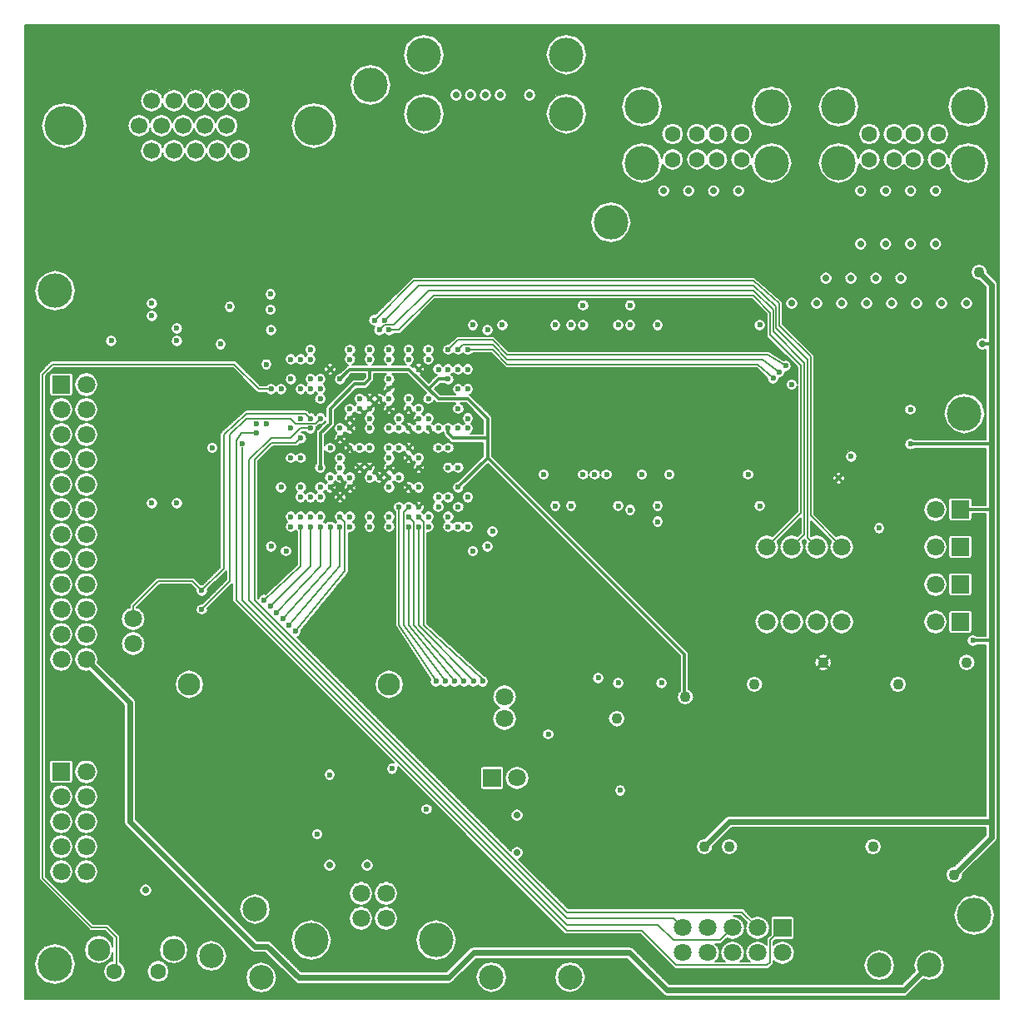
<source format=gbr>
%FSLAX34Y34*%
%MOMM*%
%LNCOPPER_INNER2*%
G71*
G01*
%ADD10C, 1.80*%
%ADD11C, 1.60*%
%ADD12C, 0.70*%
%ADD13C, 0.60*%
%ADD14C, 1.70*%
%ADD15C, 2.29*%
%ADD16C, 1.80*%
%ADD17C, 3.50*%
%ADD18C, 2.50*%
%ADD19C, 1.10*%
%ADD20C, 2.50*%
%ADD21C, 4.00*%
%ADD22C, 2.30*%
%ADD23C, 0.13*%
%ADD24C, 0.30*%
%ADD25C, 0.60*%
%ADD26C, 0.20*%
%ADD27C, 0.38*%
%LPD*%
X66904Y159614D02*
G54D10*
D03*
X41504Y159614D02*
G54D10*
D03*
X41504Y185014D02*
G54D10*
D03*
X66904Y185014D02*
G54D10*
D03*
X66904Y235814D02*
G54D10*
D03*
G36*
X32500Y244818D02*
X50508Y244818D01*
X50508Y226810D01*
X32500Y226810D01*
X32500Y244818D01*
G37*
X66904Y350114D02*
G54D10*
D03*
X41504Y350114D02*
G54D10*
D03*
X41504Y400914D02*
G54D10*
D03*
X66904Y400914D02*
G54D10*
D03*
X41504Y426314D02*
G54D10*
D03*
X66904Y426314D02*
G54D10*
D03*
X66904Y375514D02*
G54D10*
D03*
X41504Y375514D02*
G54D10*
D03*
X41504Y451714D02*
G54D10*
D03*
X66904Y451714D02*
G54D10*
D03*
X66904Y477114D02*
G54D10*
D03*
X41504Y477114D02*
G54D10*
D03*
X41504Y502514D02*
G54D10*
D03*
X66904Y502514D02*
G54D10*
D03*
X66904Y527914D02*
G54D10*
D03*
X41504Y527914D02*
G54D10*
D03*
X41504Y553314D02*
G54D10*
D03*
X66904Y553314D02*
G54D10*
D03*
X66904Y578714D02*
G54D10*
D03*
X41504Y578714D02*
G54D10*
D03*
X41504Y604114D02*
G54D10*
D03*
X66904Y604114D02*
G54D10*
D03*
X66904Y629514D02*
G54D10*
D03*
G36*
X32500Y638518D02*
X50508Y638518D01*
X50508Y620510D01*
X32500Y620510D01*
X32500Y638518D01*
G37*
X95479Y32614D02*
G54D11*
D03*
X139929Y32614D02*
G54D11*
D03*
X127229Y115164D02*
G54D12*
D03*
X114529Y391389D02*
G54D10*
D03*
X133579Y508864D02*
G54D13*
D03*
X133579Y712064D02*
G54D13*
D03*
X133579Y699364D02*
G54D13*
D03*
X92304Y673964D02*
G54D13*
D03*
X133579Y867639D02*
G54D14*
D03*
X133579Y918439D02*
G54D14*
D03*
X171679Y324714D02*
G54D15*
D03*
X184379Y419964D02*
G54D13*
D03*
X184379Y400914D02*
G54D13*
D03*
X194996Y564998D02*
G54D13*
D03*
X225654Y569189D02*
G54D13*
D03*
X212954Y708889D02*
G54D13*
D03*
X178029Y867639D02*
G54D14*
D03*
X200254Y867639D02*
G54D14*
D03*
X178029Y918439D02*
G54D14*
D03*
X200254Y918439D02*
G54D14*
D03*
X301854Y172314D02*
G54D13*
D03*
X279629Y378689D02*
G54D13*
D03*
X273279Y385039D02*
G54D13*
D03*
X266929Y391389D02*
G54D13*
D03*
X260579Y397739D02*
G54D13*
D03*
X254229Y404089D02*
G54D13*
D03*
X247879Y410439D02*
G54D13*
D03*
X274981Y494996D02*
G54D13*
D03*
X254991Y464998D02*
G54D13*
D03*
X284988Y485013D02*
G54D13*
D03*
X294996Y485013D02*
G54D13*
D03*
X274981Y485013D02*
G54D13*
D03*
X294996Y494996D02*
G54D13*
D03*
X284988Y494996D02*
G54D13*
D03*
X270002Y459994D02*
G54D13*
D03*
X274981Y585013D02*
G54D13*
D03*
X294996Y585013D02*
G54D13*
D03*
X274981Y554990D02*
G54D13*
D03*
X239980Y580009D02*
G54D13*
D03*
X284988Y524993D02*
G54D13*
D03*
X264998Y524993D02*
G54D13*
D03*
X284988Y575006D02*
G54D13*
D03*
X284988Y554990D02*
G54D13*
D03*
X274981Y654990D02*
G54D13*
D03*
X294996Y635000D02*
G54D13*
D03*
X264998Y624993D02*
G54D13*
D03*
X249988Y650012D02*
G54D13*
D03*
X254991Y624993D02*
G54D13*
D03*
X284988Y624993D02*
G54D13*
D03*
X274981Y635000D02*
G54D13*
D03*
X294996Y654990D02*
G54D13*
D03*
X284988Y654990D02*
G54D13*
D03*
X294996Y624993D02*
G54D13*
D03*
X254991Y685013D02*
G54D13*
D03*
X254229Y705714D02*
G54D13*
D03*
X254229Y721589D02*
G54D13*
D03*
X346304Y86589D02*
G54D16*
D03*
X346304Y111989D02*
G54D16*
D03*
X371704Y86589D02*
G54D16*
D03*
X371704Y111989D02*
G54D16*
D03*
X314554Y140564D02*
G54D12*
D03*
X352654Y140564D02*
G54D12*
D03*
X314554Y232639D02*
G54D13*
D03*
X378054Y238989D02*
G54D13*
D03*
X374980Y485013D02*
G54D13*
D03*
X354990Y485013D02*
G54D13*
D03*
X335001Y485013D02*
G54D13*
D03*
X314986Y485013D02*
G54D13*
D03*
X324994Y485013D02*
G54D13*
D03*
X324994Y494996D02*
G54D13*
D03*
X354990Y494996D02*
G54D13*
D03*
X335001Y494996D02*
G54D13*
D03*
X374980Y494996D02*
G54D13*
D03*
X324994Y585013D02*
G54D13*
D03*
X335001Y585013D02*
G54D13*
D03*
X354990Y585013D02*
G54D13*
D03*
X374980Y585013D02*
G54D13*
D03*
X374980Y564998D02*
G54D13*
D03*
X374980Y554990D02*
G54D13*
D03*
X374980Y545008D02*
G54D13*
D03*
X374980Y535000D02*
G54D13*
D03*
X374980Y524993D02*
G54D13*
D03*
X354990Y564998D02*
G54D13*
D03*
X344983Y564998D02*
G54D13*
D03*
X335001Y564998D02*
G54D13*
D03*
X314986Y564998D02*
G54D13*
D03*
X324994Y554990D02*
G54D13*
D03*
X354990Y545008D02*
G54D13*
D03*
X344983Y545008D02*
G54D13*
D03*
X324994Y545008D02*
G54D13*
D03*
X354990Y535000D02*
G54D13*
D03*
X335001Y535000D02*
G54D13*
D03*
X324994Y535000D02*
G54D13*
D03*
X314986Y535000D02*
G54D13*
D03*
X335001Y524993D02*
G54D13*
D03*
X314986Y524993D02*
G54D13*
D03*
X324994Y575006D02*
G54D13*
D03*
X364998Y535000D02*
G54D13*
D03*
X344983Y615011D02*
G54D13*
D03*
X354990Y615011D02*
G54D13*
D03*
X335001Y605003D02*
G54D13*
D03*
X344983Y605003D02*
G54D13*
D03*
X354990Y605003D02*
G54D13*
D03*
X374980Y635000D02*
G54D13*
D03*
X374980Y624993D02*
G54D13*
D03*
X374980Y615011D02*
G54D13*
D03*
X374980Y605003D02*
G54D13*
D03*
X324994Y635000D02*
G54D13*
D03*
X314986Y645008D02*
G54D13*
D03*
X335001Y654990D02*
G54D13*
D03*
X354990Y654990D02*
G54D13*
D03*
X374980Y654990D02*
G54D13*
D03*
X364998Y615011D02*
G54D13*
D03*
X359994Y694995D02*
G54D13*
D03*
X370002Y694995D02*
G54D13*
D03*
X364998Y685013D02*
G54D13*
D03*
X374980Y685013D02*
G54D13*
D03*
X355829Y934314D02*
G54D17*
D03*
X412979Y197714D02*
G54D13*
D03*
X451079Y327889D02*
G54D13*
D03*
X441554Y327889D02*
G54D13*
D03*
X432029Y327889D02*
G54D13*
D03*
X422504Y327889D02*
G54D13*
D03*
X414986Y485013D02*
G54D13*
D03*
X435001Y485013D02*
G54D13*
D03*
X454990Y485013D02*
G54D13*
D03*
X394996Y485013D02*
G54D13*
D03*
X405004Y485013D02*
G54D13*
D03*
X405004Y494996D02*
G54D13*
D03*
X394996Y494996D02*
G54D13*
D03*
X405004Y505003D02*
G54D13*
D03*
X424993Y505003D02*
G54D13*
D03*
X394996Y505003D02*
G54D13*
D03*
X444983Y485013D02*
G54D13*
D03*
X435001Y494996D02*
G54D13*
D03*
X444983Y505003D02*
G54D13*
D03*
X414986Y494996D02*
G54D13*
D03*
X394996Y585013D02*
G54D13*
D03*
X405004Y585013D02*
G54D13*
D03*
X414986Y585013D02*
G54D13*
D03*
X424993Y585013D02*
G54D13*
D03*
X435001Y585013D02*
G54D13*
D03*
X444983Y585013D02*
G54D13*
D03*
X454990Y585013D02*
G54D13*
D03*
X394996Y564998D02*
G54D13*
D03*
X424993Y564998D02*
G54D13*
D03*
X435001Y564998D02*
G54D13*
D03*
X394996Y554990D02*
G54D13*
D03*
X405004Y554990D02*
G54D13*
D03*
X405004Y545008D02*
G54D13*
D03*
X435001Y545008D02*
G54D13*
D03*
X444983Y545008D02*
G54D13*
D03*
X405004Y524993D02*
G54D13*
D03*
X444983Y524993D02*
G54D13*
D03*
X394996Y524993D02*
G54D13*
D03*
X435001Y645008D02*
G54D13*
D03*
X454990Y645008D02*
G54D13*
D03*
X435001Y635000D02*
G54D13*
D03*
X454990Y624993D02*
G54D13*
D03*
X394996Y615011D02*
G54D13*
D03*
X405004Y605003D02*
G54D13*
D03*
X444983Y605003D02*
G54D13*
D03*
X394996Y605003D02*
G54D13*
D03*
X405004Y645008D02*
G54D13*
D03*
X424993Y645008D02*
G54D13*
D03*
X414986Y615011D02*
G54D13*
D03*
X444983Y624993D02*
G54D13*
D03*
X444983Y645008D02*
G54D13*
D03*
X414986Y654990D02*
G54D13*
D03*
X394996Y654990D02*
G54D13*
D03*
X442849Y923773D02*
G54D12*
D03*
X478816Y26873D02*
G54D18*
D03*
X505054Y191364D02*
G54D12*
D03*
X505054Y153264D02*
G54D12*
D03*
G36*
X470650Y238468D02*
X488658Y238468D01*
X488658Y220460D01*
X470650Y220460D01*
X470650Y238468D01*
G37*
X505054Y229464D02*
G54D16*
D03*
X492354Y312014D02*
G54D16*
D03*
X470129Y327889D02*
G54D13*
D03*
X474980Y464998D02*
G54D13*
D03*
X479984Y480010D02*
G54D13*
D03*
X474980Y685013D02*
G54D13*
D03*
X489992Y689991D02*
G54D13*
D03*
X487833Y923773D02*
G54D12*
D03*
X472847Y923773D02*
G54D12*
D03*
X517830Y923773D02*
G54D12*
D03*
X558800Y26873D02*
G54D18*
D03*
X608000Y326009D02*
G54D13*
D03*
X587604Y331064D02*
G54D13*
D03*
X543992Y505993D02*
G54D13*
D03*
X559994Y505993D02*
G54D13*
D03*
X608000Y505993D02*
G54D13*
D03*
X583997Y537998D02*
G54D13*
D03*
X571983Y537998D02*
G54D13*
D03*
X595986Y537998D02*
G54D13*
D03*
X543992Y689991D02*
G54D13*
D03*
X559994Y689991D02*
G54D13*
D03*
X608000Y689991D02*
G54D13*
D03*
X571983Y710006D02*
G54D13*
D03*
X571983Y689991D02*
G54D13*
D03*
X673329Y77064D02*
G54D16*
D03*
X651993Y326009D02*
G54D13*
D03*
X676200Y311937D02*
G54D19*
D03*
X647980Y505993D02*
G54D13*
D03*
X647980Y489992D02*
G54D13*
D03*
X619989Y502006D02*
G54D13*
D03*
X632004Y537998D02*
G54D13*
D03*
X659994Y537998D02*
G54D13*
D03*
X619989Y710006D02*
G54D13*
D03*
X619989Y689991D02*
G54D13*
D03*
X647980Y689991D02*
G54D13*
D03*
X679679Y826364D02*
G54D12*
D03*
X654279Y826364D02*
G54D12*
D03*
X663194Y858317D02*
G54D11*
D03*
X663194Y884327D02*
G54D11*
D03*
X724129Y77064D02*
G54D16*
D03*
X749529Y77064D02*
G54D16*
D03*
X720954Y159614D02*
G54D19*
D03*
X746354Y324714D02*
G54D19*
D03*
X751992Y505993D02*
G54D13*
D03*
X740004Y537998D02*
G54D13*
D03*
X751992Y689991D02*
G54D13*
D03*
X705079Y826364D02*
G54D12*
D03*
X708203Y858317D02*
G54D11*
D03*
X708203Y884327D02*
G54D11*
D03*
X730479Y826364D02*
G54D12*
D03*
X733197Y858317D02*
G54D11*
D03*
X733197Y884327D02*
G54D11*
D03*
X816204Y346939D02*
G54D19*
D03*
X809854Y388214D02*
G54D10*
D03*
X784454Y388214D02*
G54D10*
D03*
X809854Y464414D02*
G54D10*
D03*
X784454Y464414D02*
G54D10*
D03*
X832079Y534264D02*
G54D13*
D03*
X784454Y629514D02*
G54D13*
D03*
X778104Y648564D02*
G54D13*
D03*
X771754Y642214D02*
G54D13*
D03*
X819379Y737464D02*
G54D12*
D03*
X784454Y712064D02*
G54D12*
D03*
X809854Y712064D02*
G54D12*
D03*
X835254Y712064D02*
G54D12*
D03*
X873354Y38964D02*
G54D20*
D03*
X867004Y159614D02*
G54D19*
D03*
X892404Y324714D02*
G54D19*
D03*
X873354Y483464D02*
G54D13*
D03*
X905104Y569189D02*
G54D13*
D03*
X905104Y604114D02*
G54D13*
D03*
X870179Y737464D02*
G54D12*
D03*
X895579Y737464D02*
G54D12*
D03*
X860654Y712064D02*
G54D12*
D03*
X886054Y712064D02*
G54D12*
D03*
X911454Y712064D02*
G54D12*
D03*
X854304Y772389D02*
G54D12*
D03*
X879704Y772389D02*
G54D12*
D03*
X905104Y772389D02*
G54D12*
D03*
X854304Y826364D02*
G54D12*
D03*
X879704Y826364D02*
G54D12*
D03*
X863220Y858317D02*
G54D11*
D03*
X905104Y826364D02*
G54D12*
D03*
X863220Y884327D02*
G54D11*
D03*
X888213Y858317D02*
G54D11*
D03*
X888213Y884327D02*
G54D11*
D03*
X962254Y346939D02*
G54D19*
D03*
G36*
X946900Y397218D02*
X964908Y397218D01*
X964908Y379210D01*
X946900Y379210D01*
X946900Y397218D01*
G37*
X930504Y388214D02*
G54D16*
D03*
G36*
X946900Y435318D02*
X964908Y435318D01*
X964908Y417310D01*
X946900Y417310D01*
X946900Y435318D01*
G37*
X930504Y426314D02*
G54D16*
D03*
X968604Y369164D02*
G54D13*
D03*
G36*
X946900Y473418D02*
X964908Y473418D01*
X964908Y455410D01*
X946900Y455410D01*
X946900Y473418D01*
G37*
X930504Y464414D02*
G54D16*
D03*
G36*
X946900Y511518D02*
X964908Y511518D01*
X964908Y493510D01*
X946900Y493510D01*
X946900Y511518D01*
G37*
X930504Y502514D02*
G54D16*
D03*
X936854Y712064D02*
G54D12*
D03*
X962254Y712064D02*
G54D12*
D03*
X930504Y772389D02*
G54D12*
D03*
X930504Y826364D02*
G54D12*
D03*
X933222Y858317D02*
G54D11*
D03*
X933222Y884327D02*
G54D11*
D03*
X963829Y854939D02*
G54D17*
D03*
X35002Y40005D02*
G54D17*
D03*
X41504Y134214D02*
G54D10*
D03*
X66904Y134214D02*
G54D10*
D03*
X41504Y210414D02*
G54D10*
D03*
X66904Y210414D02*
G54D10*
D03*
X44679Y893039D02*
G54D21*
D03*
X114529Y365989D02*
G54D10*
D03*
X143104Y893039D02*
G54D14*
D03*
X120879Y893039D02*
G54D14*
D03*
X193904Y48489D02*
G54D18*
D03*
X203429Y670789D02*
G54D13*
D03*
X187554Y893039D02*
G54D14*
D03*
X209779Y893039D02*
G54D14*
D03*
X294996Y664998D02*
G54D13*
D03*
X294996Y594996D02*
G54D13*
D03*
X294996Y515010D02*
G54D13*
D03*
X249988Y589991D02*
G54D13*
D03*
X239980Y589991D02*
G54D13*
D03*
X284988Y594996D02*
G54D13*
D03*
X284988Y515010D02*
G54D13*
D03*
X335001Y664998D02*
G54D13*
D03*
X354990Y664998D02*
G54D13*
D03*
X354990Y594996D02*
G54D13*
D03*
X374980Y664998D02*
G54D13*
D03*
X335001Y594996D02*
G54D13*
D03*
X324994Y515010D02*
G54D13*
D03*
X422504Y64364D02*
G54D17*
D03*
X394996Y664998D02*
G54D13*
D03*
X414986Y664998D02*
G54D13*
D03*
X405004Y594996D02*
G54D13*
D03*
X414986Y594996D02*
G54D13*
D03*
X454990Y594996D02*
G54D13*
D03*
X435001Y515010D02*
G54D13*
D03*
X424993Y515010D02*
G54D13*
D03*
X454990Y515010D02*
G54D13*
D03*
X454990Y664998D02*
G54D13*
D03*
X444983Y664998D02*
G54D13*
D03*
X435001Y664998D02*
G54D13*
D03*
X410185Y904926D02*
G54D17*
D03*
X410185Y964921D02*
G54D17*
D03*
X492354Y289789D02*
G54D16*
D03*
X673329Y51664D02*
G54D16*
D03*
X724129Y51664D02*
G54D16*
D03*
X749529Y51664D02*
G54D16*
D03*
X949554Y131039D02*
G54D19*
D03*
X978129Y670789D02*
G54D12*
D03*
X959994Y599999D02*
G54D17*
D03*
X963829Y912089D02*
G54D17*
D03*
X974954Y743814D02*
G54D19*
D03*
X35154Y724764D02*
G54D17*
D03*
X244704Y26264D02*
G54D18*
D03*
X238354Y96114D02*
G54D18*
D03*
X158979Y508864D02*
G54D13*
D03*
X158979Y686664D02*
G54D13*
D03*
X158979Y673964D02*
G54D13*
D03*
X155804Y867639D02*
G54D14*
D03*
X222479Y867639D02*
G54D14*
D03*
X155804Y918439D02*
G54D14*
D03*
X222479Y918439D02*
G54D14*
D03*
X536804Y273914D02*
G54D13*
D03*
X374879Y324714D02*
G54D15*
D03*
X460604Y327889D02*
G54D13*
D03*
X459994Y459994D02*
G54D13*
D03*
X305004Y494996D02*
G54D13*
D03*
X305004Y485013D02*
G54D13*
D03*
X384988Y505003D02*
G54D13*
D03*
X384988Y585013D02*
G54D13*
D03*
X384988Y564998D02*
G54D13*
D03*
X384988Y535000D02*
G54D13*
D03*
X305004Y524993D02*
G54D13*
D03*
X305004Y545008D02*
G54D13*
D03*
X532004Y537998D02*
G54D13*
D03*
X305004Y624993D02*
G54D13*
D03*
X305004Y615011D02*
G54D13*
D03*
X305004Y635000D02*
G54D13*
D03*
X459994Y689991D02*
G54D13*
D03*
X457835Y923773D02*
G54D12*
D03*
G36*
X765925Y86068D02*
X783933Y86068D01*
X783933Y68060D01*
X765925Y68060D01*
X765925Y86068D01*
G37*
X698729Y77064D02*
G54D16*
D03*
X695554Y159614D02*
G54D19*
D03*
X609829Y216764D02*
G54D13*
D03*
X759054Y388214D02*
G54D10*
D03*
X835254Y388214D02*
G54D10*
D03*
X759054Y464414D02*
G54D10*
D03*
X835254Y464414D02*
G54D10*
D03*
X844779Y556489D02*
G54D13*
D03*
X765404Y635864D02*
G54D13*
D03*
X844779Y737464D02*
G54D12*
D03*
X600304Y794614D02*
G54D17*
D03*
X688188Y858317D02*
G54D11*
D03*
X688188Y884327D02*
G54D11*
D03*
X632054Y854939D02*
G54D17*
D03*
X763804Y854939D02*
G54D17*
D03*
X832079Y854939D02*
G54D17*
D03*
X924154Y38964D02*
G54D20*
D03*
X970001Y89993D02*
G54D17*
D03*
X908228Y858317D02*
G54D11*
D03*
X908228Y884327D02*
G54D11*
D03*
X79604Y54839D02*
G54D22*
D03*
X155804Y54839D02*
G54D22*
D03*
X165329Y893039D02*
G54D14*
D03*
X295504Y64364D02*
G54D17*
D03*
X305004Y594996D02*
G54D13*
D03*
X384988Y594996D02*
G54D13*
D03*
X305004Y515010D02*
G54D13*
D03*
X774929Y51664D02*
G54D16*
D03*
X698729Y51664D02*
G54D16*
D03*
X606350Y289713D02*
G54D19*
D03*
X632054Y912089D02*
G54D17*
D03*
X763804Y912089D02*
G54D17*
D03*
X832079Y912089D02*
G54D17*
D03*
X555194Y904926D02*
G54D17*
D03*
X555194Y964921D02*
G54D17*
D03*
X298679Y893039D02*
G54D21*
D03*
G54D23*
X97486Y32513D02*
X97486Y67513D01*
X87504Y77495D01*
X72492Y77495D01*
X22480Y127509D01*
X22480Y640005D01*
X32487Y650012D01*
X217500Y650012D01*
X242494Y624993D01*
X254991Y624993D01*
G54D23*
X114529Y388214D02*
X114529Y404089D01*
X139929Y429489D01*
X174854Y429489D01*
X184379Y419964D01*
X206604Y442189D01*
X206604Y578714D01*
X229998Y599999D01*
X289992Y599999D01*
X294996Y594996D01*
G54D23*
X184379Y400914D02*
X212954Y429489D01*
X212954Y578714D01*
X229998Y594996D01*
X274981Y594996D01*
X279984Y589991D01*
X300000Y589991D01*
X305004Y594996D01*
G54D23*
X774929Y77064D02*
X762229Y64364D01*
X762229Y42139D01*
X759054Y38964D01*
X666979Y38964D01*
X632054Y73889D01*
X555854Y73889D01*
X219304Y410439D01*
X219304Y572364D01*
X224994Y580009D01*
X239980Y580009D01*
G54D23*
X305004Y485013D02*
X305004Y445009D01*
X260579Y397739D01*
G54D23*
X294996Y485013D02*
X294996Y445009D01*
X254229Y404089D01*
G54D23*
X284988Y485013D02*
X284988Y445009D01*
X247879Y410439D01*
G54D23*
X294996Y585013D02*
X284988Y585013D01*
X274981Y575006D01*
X254991Y575006D01*
X232004Y553314D01*
X232004Y410439D01*
X555854Y86589D01*
X663804Y86589D01*
X673329Y77064D01*
G54D24*
X305004Y545008D02*
X305004Y580009D01*
X314986Y589991D01*
X314986Y605003D01*
X339980Y629997D01*
X349987Y629997D01*
X354990Y635000D01*
X354990Y645008D01*
G54D23*
X284988Y575006D02*
X279984Y570002D01*
X254991Y570002D01*
X238354Y553314D01*
X238354Y410439D01*
X555854Y92939D01*
X733654Y92939D01*
X749529Y77064D01*
G54D23*
X324994Y485013D02*
X324994Y445009D01*
X273279Y385039D01*
G54D23*
X314986Y485013D02*
X314986Y445009D01*
X266929Y391389D01*
G54D23*
X324994Y494996D02*
X329997Y489992D01*
X329997Y440004D01*
X279629Y378689D01*
G54D24*
X324994Y635000D02*
X335001Y645008D01*
X394996Y645008D01*
X424993Y615011D01*
X454990Y615011D01*
X474980Y594996D01*
X474980Y554990D01*
X444983Y524993D01*
G54D23*
X364998Y685013D02*
X370002Y689991D01*
X379984Y689991D01*
X414986Y724993D01*
X744982Y724993D01*
X765404Y705714D01*
X765404Y683489D01*
X797154Y651739D01*
X797154Y477114D01*
X784454Y464414D01*
G54D23*
X405004Y494996D02*
X409982Y489992D01*
X409982Y385013D01*
X470002Y329997D01*
G54D23*
X394996Y494996D02*
X400000Y489992D01*
X400000Y385013D01*
X451079Y327889D01*
G54D23*
X394996Y505003D02*
X389992Y500000D01*
X389992Y385013D01*
X432029Y327889D01*
G54D24*
X435001Y585013D02*
X435001Y580009D01*
X439979Y575006D01*
X474980Y575006D01*
G54D24*
X414986Y624993D02*
X424993Y635000D01*
X435001Y635000D01*
G54D23*
X454990Y664998D02*
X479984Y664998D01*
X494996Y650012D01*
X749986Y650012D01*
X765404Y635864D01*
G54D25*
X66904Y350114D02*
X111354Y305664D01*
X111354Y185014D01*
X238354Y58014D01*
X251054Y58014D01*
X282804Y26264D01*
X435204Y26264D01*
X460604Y51664D01*
X619354Y51664D01*
X657454Y13564D01*
X898754Y13564D01*
X924154Y38964D01*
G54D23*
X724129Y77064D02*
X711429Y64364D01*
X663804Y64364D01*
X647929Y80239D01*
X555854Y80239D01*
X225654Y410439D01*
X225654Y566014D01*
G54D24*
X474980Y554990D02*
X674980Y354991D01*
X674980Y315011D01*
G54D25*
X987654Y185014D02*
X720954Y185014D01*
X695554Y159614D01*
G54D23*
X759054Y464414D02*
X793979Y499339D01*
X793979Y648564D01*
X762229Y680314D01*
X762229Y702539D01*
X744982Y719989D01*
X419990Y719989D01*
X384988Y685013D01*
X374980Y685013D01*
G54D23*
X370002Y694995D02*
X405004Y729996D01*
X744982Y729996D01*
X768579Y708889D01*
X768579Y686664D01*
X800329Y654914D01*
X800329Y473939D01*
X809854Y464414D01*
G54D23*
X359994Y694995D02*
X400000Y735000D01*
X744982Y735000D01*
X771754Y712064D01*
X771754Y689839D01*
X803504Y658089D01*
X803504Y496164D01*
X835254Y464414D01*
G54D24*
X987654Y369164D02*
X968604Y369164D01*
G54D24*
X987654Y502514D02*
X955904Y502514D01*
G54D24*
X987654Y670789D02*
X978129Y670789D01*
G54D23*
X394996Y485013D02*
X394996Y385013D01*
X441554Y327889D01*
G54D23*
X444983Y664998D02*
X449987Y670002D01*
X479984Y670002D01*
X494996Y654990D01*
X754990Y654990D01*
X771754Y642214D01*
G54D23*
X435001Y664998D02*
X444983Y675005D01*
X479984Y675005D01*
X494996Y659994D01*
X759994Y659994D01*
X778104Y648564D01*
G54D25*
X949554Y131039D02*
X987654Y169139D01*
X987654Y731114D01*
X974954Y743814D01*
G54D23*
X405004Y485013D02*
X405004Y385013D01*
X460604Y327889D01*
G54D24*
X987654Y569189D02*
X905104Y569189D01*
G54D23*
X384988Y505003D02*
X384988Y385013D01*
X422504Y327889D01*
G54D26*
X4978Y5005D02*
X994994Y5005D01*
X994994Y994995D01*
X4978Y994995D01*
X4978Y5005D01*
X994994Y5005D01*
G54D26*
X555194Y986155D02*
X565810Y983310D01*
X573584Y975538D01*
X576402Y964921D01*
X573584Y954304D01*
X565810Y946557D01*
X555194Y943712D01*
X544576Y946557D01*
X536804Y954304D01*
X533960Y964921D01*
X536804Y975538D01*
X544576Y983310D01*
X555194Y986155D01*
G54D26*
X410185Y986155D02*
X420802Y983310D01*
X428574Y975538D01*
X431420Y964921D01*
X428574Y954304D01*
X420802Y946557D01*
X410185Y943712D01*
X399568Y946557D01*
X391821Y954304D01*
X388976Y964921D01*
X391821Y975538D01*
X399568Y983310D01*
X410185Y986155D01*
G54D26*
X222479Y930326D02*
X228423Y928726D01*
X232766Y924383D01*
X234366Y918439D01*
X232766Y912470D01*
X228423Y908127D01*
X222479Y906526D01*
X216510Y908127D01*
X212166Y912470D01*
X211354Y915467D01*
X210541Y912470D01*
X206198Y908127D01*
X200254Y906526D01*
X194285Y908127D01*
X189942Y912470D01*
X189128Y915467D01*
X188316Y912470D01*
X183972Y908127D01*
X178029Y906526D01*
X172060Y908127D01*
X167716Y912470D01*
X166904Y915467D01*
X166091Y912470D01*
X161748Y908127D01*
X155804Y906526D01*
X149835Y908127D01*
X145492Y912470D01*
X144679Y915467D01*
X143866Y912470D01*
X139522Y908127D01*
X133579Y906526D01*
X127610Y908127D01*
X123266Y912470D01*
X121666Y918439D01*
X123266Y924383D01*
X127610Y928726D01*
X133579Y930326D01*
X139522Y928726D01*
X143866Y924383D01*
X144679Y921386D01*
X145492Y924383D01*
X149835Y928726D01*
X155804Y930326D01*
X161748Y928726D01*
X166091Y924383D01*
X166904Y921386D01*
X167716Y924383D01*
X172060Y928726D01*
X178029Y930326D01*
X183972Y928726D01*
X188316Y924383D01*
X189128Y921386D01*
X189942Y924383D01*
X194285Y928726D01*
X200254Y930326D01*
X206198Y928726D01*
X210541Y924383D01*
X211354Y921386D01*
X212166Y924383D01*
X216510Y928726D01*
X222479Y930326D01*
G54D26*
X487858Y930504D02*
X517830Y930504D01*
X521208Y929615D01*
X523672Y927151D01*
X524561Y923773D01*
X523672Y920421D01*
X521208Y917957D01*
X517830Y917042D01*
X514478Y917957D01*
X512014Y920421D01*
X511124Y923773D01*
X512014Y927151D01*
X514478Y929615D01*
X517830Y930504D01*
G54D26*
X472847Y930504D02*
X476200Y929615D01*
X478664Y927151D01*
X479578Y923773D01*
X478664Y920421D01*
X476200Y917957D01*
X472847Y917042D01*
X469468Y917957D01*
X467004Y920421D01*
X466116Y923773D01*
X467004Y927151D01*
X469468Y929615D01*
X472847Y930504D01*
X487833Y930504D01*
X491211Y929615D01*
X493674Y927151D01*
X494564Y923773D01*
X493674Y920421D01*
X491211Y917957D01*
X487833Y917042D01*
X484480Y917957D01*
X482016Y920421D01*
X481102Y923773D01*
X482016Y927151D01*
X484480Y929615D01*
X487833Y930504D01*
G54D26*
X442849Y930504D02*
X446202Y929615D01*
X448666Y927151D01*
X449580Y923773D01*
X448666Y920421D01*
X446202Y917957D01*
X442849Y917042D01*
X439471Y917957D01*
X437008Y920421D01*
X436118Y923773D01*
X437008Y927151D01*
X439471Y929615D01*
X442849Y930504D01*
X457835Y930504D01*
X461214Y929615D01*
X463678Y927151D01*
X464566Y923773D01*
X463678Y920421D01*
X461214Y917957D01*
X457835Y917042D01*
X454482Y917957D01*
X452018Y920421D01*
X451104Y923773D01*
X452018Y927151D01*
X454482Y929615D01*
X457835Y930504D01*
G54D26*
X355829Y955523D02*
X366420Y952678D01*
X374193Y944906D01*
X377038Y934314D01*
X374193Y923697D01*
X366420Y915925D01*
X355829Y913080D01*
X345212Y915925D01*
X337440Y923697D01*
X334594Y934314D01*
X337440Y944906D01*
X345212Y952678D01*
X355829Y955523D01*
G54D26*
X209779Y904926D02*
X215722Y903326D01*
X220066Y898983D01*
X221666Y893039D01*
X220066Y887070D01*
X215722Y882726D01*
X209779Y881127D01*
X203810Y882726D01*
X199466Y887070D01*
X198654Y890067D01*
X197841Y887070D01*
X193498Y882726D01*
X187554Y881127D01*
X181585Y882726D01*
X177242Y887070D01*
X176429Y890067D01*
X175616Y887070D01*
X171272Y882726D01*
X165329Y881127D01*
X159360Y882726D01*
X155016Y887070D01*
X154204Y890067D01*
X153391Y887070D01*
X149048Y882726D01*
X143104Y881127D01*
X137135Y882726D01*
X132792Y887070D01*
X131978Y890067D01*
X131166Y887070D01*
X126822Y882726D01*
X120879Y881127D01*
X114910Y882726D01*
X110566Y887070D01*
X108966Y893039D01*
X110566Y898983D01*
X114910Y903326D01*
X120879Y904926D01*
X126822Y903326D01*
X131166Y898983D01*
X131978Y895985D01*
X132792Y898983D01*
X137135Y903326D01*
X143104Y904926D01*
X149048Y903326D01*
X153391Y898983D01*
X154204Y895985D01*
X155016Y898983D01*
X159360Y903326D01*
X165329Y904926D01*
X171272Y903326D01*
X175616Y898983D01*
X176429Y895985D01*
X177242Y898983D01*
X181585Y903326D01*
X187554Y904926D01*
X193498Y903326D01*
X197841Y898983D01*
X198654Y895985D01*
X199466Y898983D01*
X203810Y903326D01*
X209779Y904926D01*
G54D26*
X963829Y933298D02*
X974446Y930453D01*
X982218Y922681D01*
X985063Y912089D01*
X982218Y901472D01*
X974446Y893699D01*
X963829Y890855D01*
X953212Y893699D01*
X945439Y901472D01*
X942594Y912089D01*
X945439Y922681D01*
X953212Y930453D01*
X963829Y933298D01*
G54D26*
X832079Y933298D02*
X842670Y930453D01*
X850443Y922681D01*
X853288Y912089D01*
X850443Y901472D01*
X842670Y893699D01*
X832079Y890855D01*
X821462Y893699D01*
X813690Y901472D01*
X810844Y912089D01*
X813690Y922681D01*
X821462Y930453D01*
X832079Y933298D01*
G54D26*
X763804Y933298D02*
X774421Y930453D01*
X782194Y922681D01*
X785038Y912089D01*
X782194Y901472D01*
X774421Y893699D01*
X763804Y890855D01*
X753187Y893699D01*
X745414Y901472D01*
X742570Y912089D01*
X745414Y922681D01*
X753187Y930453D01*
X763804Y933298D01*
G54D26*
X632054Y933298D02*
X642646Y930453D01*
X650418Y922681D01*
X653263Y912089D01*
X650418Y901472D01*
X642646Y893699D01*
X632054Y890855D01*
X621436Y893699D01*
X613664Y901472D01*
X610820Y912089D01*
X613664Y922681D01*
X621436Y930453D01*
X632054Y933298D01*
G54D26*
X908228Y895706D02*
X913918Y894182D01*
X918083Y890017D01*
X919608Y884327D01*
X918083Y878637D01*
X913918Y874472D01*
X908228Y872948D01*
X902513Y874472D01*
X898348Y878637D01*
X898220Y879145D01*
X898068Y878637D01*
X893902Y874472D01*
X888213Y872948D01*
X882524Y874472D01*
X878358Y878637D01*
X876834Y884327D01*
X878358Y890017D01*
X882524Y894182D01*
X888213Y895706D01*
X893902Y894182D01*
X898068Y890017D01*
X898220Y889509D01*
X898348Y890017D01*
X902513Y894182D01*
X908228Y895706D01*
G54D26*
X708203Y895706D02*
X713892Y894182D01*
X718058Y890017D01*
X719582Y884327D01*
X718058Y878637D01*
X713892Y874472D01*
X708203Y872948D01*
X702488Y874472D01*
X698322Y878637D01*
X698196Y879145D01*
X698044Y878637D01*
X693878Y874472D01*
X688188Y872948D01*
X682498Y874472D01*
X678333Y878637D01*
X676808Y884327D01*
X678333Y890017D01*
X682498Y894182D01*
X688188Y895706D01*
X693878Y894182D01*
X698044Y890017D01*
X698196Y889509D01*
X698322Y890017D01*
X702488Y894182D01*
X708203Y895706D01*
G54D26*
X555194Y926161D02*
X565810Y923316D01*
X573584Y915543D01*
X576402Y904926D01*
X573584Y894309D01*
X565810Y886537D01*
X555194Y883692D01*
X544576Y886537D01*
X536804Y894309D01*
X533960Y904926D01*
X536804Y915543D01*
X544576Y923316D01*
X555194Y926161D01*
G54D26*
X410185Y926161D02*
X420802Y923316D01*
X428574Y915543D01*
X431420Y904926D01*
X428574Y894309D01*
X420802Y886537D01*
X410185Y883692D01*
X399568Y886537D01*
X391821Y894309D01*
X388976Y904926D01*
X391821Y915543D01*
X399568Y923316D01*
X410185Y926161D01*
G54D26*
X933222Y895706D02*
X938912Y894182D01*
X943077Y890017D01*
X944601Y884327D01*
X943077Y878637D01*
X938912Y874472D01*
X933222Y872948D01*
X927532Y874472D01*
X923367Y878637D01*
X921817Y884327D01*
X923367Y890017D01*
X927532Y894182D01*
X933222Y895706D01*
G54D26*
X863220Y895706D02*
X868909Y894182D01*
X873074Y890017D01*
X874598Y884327D01*
X873074Y878637D01*
X868909Y874472D01*
X863220Y872948D01*
X857530Y874472D01*
X853364Y878637D01*
X851840Y884327D01*
X853364Y890017D01*
X857530Y894182D01*
X863220Y895706D01*
G54D26*
X733197Y895706D02*
X738886Y894182D01*
X743052Y890017D01*
X744576Y884327D01*
X743052Y878637D01*
X738886Y874472D01*
X733197Y872948D01*
X727507Y874472D01*
X723342Y878637D01*
X721792Y884327D01*
X723342Y890017D01*
X727507Y894182D01*
X733197Y895706D01*
G54D26*
X663194Y895706D02*
X668884Y894182D01*
X673050Y890017D01*
X674574Y884327D01*
X673050Y878637D01*
X668884Y874472D01*
X663194Y872948D01*
X657504Y874472D01*
X653339Y878637D01*
X651815Y884327D01*
X653339Y890017D01*
X657504Y894182D01*
X663194Y895706D01*
G54D26*
X222479Y879526D02*
X228423Y877926D01*
X232766Y873582D01*
X234366Y867639D01*
X232766Y861670D01*
X228423Y857327D01*
X222479Y855726D01*
X216510Y857327D01*
X212166Y861670D01*
X211354Y864667D01*
X210541Y861670D01*
X206198Y857327D01*
X200254Y855726D01*
X194285Y857327D01*
X189942Y861670D01*
X189128Y864667D01*
X188316Y861670D01*
X183972Y857327D01*
X178029Y855726D01*
X172060Y857327D01*
X167716Y861670D01*
X166904Y864667D01*
X166091Y861670D01*
X161748Y857327D01*
X155804Y855726D01*
X149835Y857327D01*
X145492Y861670D01*
X144679Y864667D01*
X143866Y861670D01*
X139522Y857327D01*
X133579Y855726D01*
X127610Y857327D01*
X123266Y861670D01*
X121666Y867639D01*
X123266Y873582D01*
X127610Y877926D01*
X133579Y879526D01*
X139522Y877926D01*
X143866Y873582D01*
X144679Y870586D01*
X145492Y873582D01*
X149835Y877926D01*
X155804Y879526D01*
X161748Y877926D01*
X166091Y873582D01*
X166904Y870586D01*
X167716Y873582D01*
X172060Y877926D01*
X178029Y879526D01*
X183972Y877926D01*
X188316Y873582D01*
X189128Y870586D01*
X189942Y873582D01*
X194285Y877926D01*
X200254Y879526D01*
X206198Y877926D01*
X210541Y873582D01*
X211354Y870586D01*
X212166Y873582D01*
X216510Y877926D01*
X222479Y879526D01*
G54D26*
X298679Y916839D02*
X310566Y913638D01*
X319278Y904926D01*
X322478Y893039D01*
X319278Y881127D01*
X310566Y872414D01*
X298679Y869214D01*
X286766Y872414D01*
X278054Y881127D01*
X274854Y893039D01*
X278054Y904926D01*
X286766Y913638D01*
X298679Y916839D01*
G54D26*
X44679Y916839D02*
X56566Y913638D01*
X65278Y904926D01*
X68478Y893039D01*
X65278Y881127D01*
X56566Y872414D01*
X44679Y869214D01*
X32766Y872414D01*
X24054Y881127D01*
X20854Y893039D01*
X24054Y904926D01*
X32766Y913638D01*
X44679Y916839D01*
G54D26*
X908228Y869722D02*
X913918Y868198D01*
X918083Y864033D01*
X919608Y858317D01*
X918083Y852627D01*
X913918Y848462D01*
X908228Y846938D01*
X902513Y848462D01*
X898348Y852627D01*
X898220Y853136D01*
X898068Y852627D01*
X893902Y848462D01*
X888213Y846938D01*
X882524Y848462D01*
X878358Y852627D01*
X876834Y858317D01*
X878358Y864033D01*
X882524Y868198D01*
X888213Y869722D01*
X893902Y868198D01*
X898068Y864033D01*
X898220Y863499D01*
X898348Y864033D01*
X902513Y868198D01*
X908228Y869722D01*
G54D26*
X708203Y869722D02*
X713892Y868198D01*
X718058Y864033D01*
X719582Y858317D01*
X718058Y852627D01*
X713892Y848462D01*
X708203Y846938D01*
X702488Y848462D01*
X698322Y852627D01*
X698196Y853136D01*
X698044Y852627D01*
X693878Y848462D01*
X688188Y846938D01*
X682498Y848462D01*
X678333Y852627D01*
X676808Y858317D01*
X678333Y864033D01*
X682498Y868198D01*
X688188Y869722D01*
X693878Y868198D01*
X698044Y864033D01*
X698196Y863499D01*
X698322Y864033D01*
X702488Y868198D01*
X708203Y869722D01*
G54D26*
X963829Y876148D02*
X974446Y873303D01*
X982218Y865531D01*
X985063Y854939D01*
X982218Y844322D01*
X974446Y836550D01*
X963829Y833705D01*
X953212Y836550D01*
X945439Y844322D01*
X943154Y852907D01*
X943077Y852627D01*
X938912Y848462D01*
X933222Y846938D01*
X927532Y848462D01*
X923367Y852627D01*
X921817Y858317D01*
X923367Y864033D01*
X927532Y868198D01*
X933222Y869722D01*
X938912Y868198D01*
X943077Y864033D01*
X944068Y860349D01*
X945439Y865531D01*
X953212Y873303D01*
X963829Y876148D01*
G54D26*
X763804Y876148D02*
X774421Y873303D01*
X782194Y865531D01*
X785038Y854939D01*
X782194Y844322D01*
X774421Y836550D01*
X763804Y833705D01*
X753187Y836550D01*
X745414Y844322D01*
X743128Y852907D01*
X743052Y852627D01*
X738886Y848462D01*
X733197Y846938D01*
X727507Y848462D01*
X723342Y852627D01*
X721792Y858317D01*
X723342Y864033D01*
X727507Y868198D01*
X733197Y869722D01*
X738886Y868198D01*
X743052Y864033D01*
X744042Y860349D01*
X745414Y865531D01*
X753187Y873303D01*
X763804Y876148D01*
G54D26*
X832079Y876148D02*
X842670Y873303D01*
X850443Y865531D01*
X852094Y859358D01*
X853364Y864033D01*
X857530Y868198D01*
X863220Y869722D01*
X868909Y868198D01*
X873074Y864033D01*
X874598Y858317D01*
X873074Y852627D01*
X868909Y848462D01*
X863220Y846938D01*
X857530Y848462D01*
X853364Y852627D01*
X853008Y853898D01*
X850443Y844322D01*
X842670Y836550D01*
X832079Y833705D01*
X821462Y836550D01*
X813690Y844322D01*
X810844Y854939D01*
X813690Y865531D01*
X821462Y873303D01*
X832079Y876148D01*
G54D26*
X632054Y876148D02*
X642646Y873303D01*
X650418Y865531D01*
X652069Y859358D01*
X653339Y864033D01*
X657504Y868198D01*
X663194Y869722D01*
X668884Y868198D01*
X673050Y864033D01*
X674574Y858317D01*
X673050Y852627D01*
X668884Y848462D01*
X663194Y846938D01*
X657504Y848462D01*
X653339Y852627D01*
X652984Y853898D01*
X650418Y844322D01*
X642646Y836550D01*
X632054Y833705D01*
X621436Y836550D01*
X613664Y844322D01*
X610820Y854939D01*
X613664Y865531D01*
X621436Y873303D01*
X632054Y876148D01*
G54D26*
X930504Y833069D02*
X933857Y832181D01*
X936320Y829717D01*
X937210Y826364D01*
X936320Y822986D01*
X933857Y820522D01*
X930504Y819633D01*
X927126Y820522D01*
X924662Y822986D01*
X923773Y826364D01*
X924662Y829717D01*
X927126Y832181D01*
X930504Y833069D01*
G54D26*
X905104Y833069D02*
X908457Y832181D01*
X910920Y829717D01*
X911810Y826364D01*
X910920Y822986D01*
X908457Y820522D01*
X905104Y819633D01*
X901726Y820522D01*
X899262Y822986D01*
X898373Y826364D01*
X899262Y829717D01*
X901726Y832181D01*
X905104Y833069D01*
G54D26*
X879704Y833069D02*
X883057Y832181D01*
X885521Y829717D01*
X886410Y826364D01*
X885521Y822986D01*
X883057Y820522D01*
X879704Y819633D01*
X876326Y820522D01*
X873862Y822986D01*
X872973Y826364D01*
X873862Y829717D01*
X876326Y832181D01*
X879704Y833069D01*
G54D26*
X854304Y833069D02*
X857656Y832181D01*
X860120Y829717D01*
X861010Y826364D01*
X860120Y822986D01*
X857656Y820522D01*
X854304Y819633D01*
X850926Y820522D01*
X848462Y822986D01*
X847573Y826364D01*
X848462Y829717D01*
X850926Y832181D01*
X854304Y833069D01*
G54D26*
X730479Y833069D02*
X733832Y832181D01*
X736296Y829717D01*
X737184Y826364D01*
X736296Y822986D01*
X733832Y820522D01*
X730479Y819633D01*
X727100Y820522D01*
X724637Y822986D01*
X723748Y826364D01*
X724637Y829717D01*
X727100Y832181D01*
X730479Y833069D01*
G54D26*
X705079Y833069D02*
X708432Y832181D01*
X710896Y829717D01*
X711785Y826364D01*
X710896Y822986D01*
X708432Y820522D01*
X705079Y819633D01*
X701700Y820522D01*
X699237Y822986D01*
X698348Y826364D01*
X699237Y829717D01*
X701700Y832181D01*
X705079Y833069D01*
G54D26*
X679679Y833069D02*
X683032Y832181D01*
X685496Y829717D01*
X686384Y826364D01*
X685496Y822986D01*
X683032Y820522D01*
X679679Y819633D01*
X676301Y820522D01*
X673837Y822986D01*
X672948Y826364D01*
X673837Y829717D01*
X676301Y832181D01*
X679679Y833069D01*
G54D26*
X654279Y833069D02*
X657632Y832181D01*
X660096Y829717D01*
X660984Y826364D01*
X660096Y822986D01*
X657632Y820522D01*
X654279Y819633D01*
X650901Y820522D01*
X648437Y822986D01*
X647548Y826364D01*
X648437Y829717D01*
X650901Y832181D01*
X654279Y833069D01*
G54D26*
X600304Y815823D02*
X610896Y812979D01*
X618668Y805206D01*
X621513Y794614D01*
X618668Y783997D01*
X610896Y776224D01*
X600304Y773379D01*
X589686Y776224D01*
X581914Y783997D01*
X579070Y794614D01*
X581914Y805206D01*
X589686Y812979D01*
X600304Y815823D01*
G54D26*
X930504Y779095D02*
X933857Y778206D01*
X936320Y775742D01*
X937210Y772389D01*
X936320Y769010D01*
X933857Y766547D01*
X930504Y765658D01*
X927126Y766547D01*
X924662Y769010D01*
X923773Y772389D01*
X924662Y775742D01*
X927126Y778206D01*
X930504Y779095D01*
G54D26*
X905104Y779095D02*
X908457Y778206D01*
X910920Y775742D01*
X911810Y772389D01*
X910920Y769010D01*
X908457Y766547D01*
X905104Y765658D01*
X901726Y766547D01*
X899262Y769010D01*
X898373Y772389D01*
X899262Y775742D01*
X901726Y778206D01*
X905104Y779095D01*
G54D26*
X879704Y779095D02*
X883057Y778206D01*
X885521Y775742D01*
X886410Y772389D01*
X885521Y769010D01*
X883057Y766547D01*
X879704Y765658D01*
X876326Y766547D01*
X873862Y769010D01*
X872973Y772389D01*
X873862Y775742D01*
X876326Y778206D01*
X879704Y779095D01*
G54D26*
X854304Y779095D02*
X857656Y778206D01*
X860120Y775742D01*
X861010Y772389D01*
X860120Y769010D01*
X857656Y766547D01*
X854304Y765658D01*
X850926Y766547D01*
X848462Y769010D01*
X847573Y772389D01*
X848462Y775742D01*
X850926Y778206D01*
X854304Y779095D01*
G54D26*
X895579Y744170D02*
X898932Y743280D01*
X901396Y740817D01*
X902285Y737464D01*
X901396Y734086D01*
X898932Y731622D01*
X895579Y730733D01*
X892200Y731622D01*
X889737Y734086D01*
X888848Y737464D01*
X889737Y740817D01*
X892200Y743280D01*
X895579Y744170D01*
G54D26*
X870179Y744170D02*
X873532Y743280D01*
X875996Y740817D01*
X876884Y737464D01*
X875996Y734086D01*
X873532Y731622D01*
X870179Y730733D01*
X866801Y731622D01*
X864337Y734086D01*
X863448Y737464D01*
X864337Y740817D01*
X866801Y743280D01*
X870179Y744170D01*
G54D26*
X844779Y744170D02*
X848132Y743280D01*
X850596Y740817D01*
X851484Y737464D01*
X850596Y734086D01*
X848132Y731622D01*
X844779Y730733D01*
X841401Y731622D01*
X838937Y734086D01*
X838048Y737464D01*
X838937Y740817D01*
X841401Y743280D01*
X844779Y744170D01*
G54D26*
X819379Y744170D02*
X822732Y743280D01*
X825196Y740817D01*
X826084Y737464D01*
X825196Y734086D01*
X822732Y731622D01*
X819379Y730733D01*
X816001Y731622D01*
X813537Y734086D01*
X812648Y737464D01*
X813537Y740817D01*
X816001Y743280D01*
X819379Y744170D01*
G54D26*
X254229Y727787D02*
X257328Y726948D01*
X259588Y724687D01*
X260426Y721589D01*
X259588Y718465D01*
X257328Y716204D01*
X254229Y715366D01*
X251104Y716204D01*
X248844Y718465D01*
X248006Y721589D01*
X248844Y724687D01*
X251104Y726948D01*
X254229Y727787D01*
G54D26*
X133579Y718261D02*
X136678Y717423D01*
X138938Y715163D01*
X139776Y712064D01*
X138938Y708939D01*
X136678Y706679D01*
X133579Y705841D01*
X130455Y706679D01*
X128194Y708939D01*
X127356Y712064D01*
X128194Y715163D01*
X130455Y717423D01*
X133579Y718261D01*
G54D26*
X962254Y718769D02*
X965607Y717881D01*
X968070Y715417D01*
X968960Y712064D01*
X968070Y708686D01*
X965607Y706222D01*
X962254Y705333D01*
X958876Y706222D01*
X956412Y708686D01*
X955523Y712064D01*
X956412Y715417D01*
X958876Y717881D01*
X962254Y718769D01*
G54D26*
X936854Y718769D02*
X940207Y717881D01*
X942670Y715417D01*
X943560Y712064D01*
X942670Y708686D01*
X940207Y706222D01*
X936854Y705333D01*
X933476Y706222D01*
X931012Y708686D01*
X930123Y712064D01*
X931012Y715417D01*
X933476Y717881D01*
X936854Y718769D01*
G54D26*
X911454Y718769D02*
X914807Y717881D01*
X917271Y715417D01*
X918160Y712064D01*
X917271Y708686D01*
X914807Y706222D01*
X911454Y705333D01*
X908076Y706222D01*
X905612Y708686D01*
X904723Y712064D01*
X905612Y715417D01*
X908076Y717881D01*
X911454Y718769D01*
G54D26*
X886054Y718769D02*
X889406Y717881D01*
X891870Y715417D01*
X892760Y712064D01*
X891870Y708686D01*
X889406Y706222D01*
X886054Y705333D01*
X882676Y706222D01*
X880212Y708686D01*
X879323Y712064D01*
X880212Y715417D01*
X882676Y717881D01*
X886054Y718769D01*
G54D26*
X860654Y718769D02*
X864006Y717881D01*
X866470Y715417D01*
X867360Y712064D01*
X866470Y708686D01*
X864006Y706222D01*
X860654Y705333D01*
X857276Y706222D01*
X854812Y708686D01*
X853923Y712064D01*
X854812Y715417D01*
X857276Y717881D01*
X860654Y718769D01*
G54D26*
X835254Y718769D02*
X838607Y717881D01*
X841070Y715417D01*
X841960Y712064D01*
X841070Y708686D01*
X838607Y706222D01*
X835254Y705333D01*
X831876Y706222D01*
X829412Y708686D01*
X828523Y712064D01*
X829412Y715417D01*
X831876Y717881D01*
X835254Y718769D01*
G54D26*
X809854Y718769D02*
X813207Y717881D01*
X815670Y715417D01*
X816560Y712064D01*
X815670Y708686D01*
X813207Y706222D01*
X809854Y705333D01*
X806476Y706222D01*
X804012Y708686D01*
X803123Y712064D01*
X804012Y715417D01*
X806476Y717881D01*
X809854Y718769D01*
G54D26*
X784454Y718769D02*
X787807Y717881D01*
X790271Y715417D01*
X791160Y712064D01*
X790271Y708686D01*
X787807Y706222D01*
X784454Y705333D01*
X781076Y706222D01*
X778612Y708686D01*
X777723Y712064D01*
X778612Y715417D01*
X781076Y717881D01*
X784454Y718769D01*
G54D26*
X619989Y716204D02*
X623088Y715392D01*
X625374Y713106D01*
X626212Y710006D01*
X625374Y706908D01*
X623088Y704622D01*
X619989Y703784D01*
X616890Y704622D01*
X614604Y706908D01*
X613792Y710006D01*
X614604Y713106D01*
X616890Y715392D01*
X619989Y716204D01*
G54D26*
X571983Y716204D02*
X575107Y715392D01*
X577368Y713106D01*
X578206Y710006D01*
X577368Y706908D01*
X575107Y704622D01*
X571983Y703784D01*
X568884Y704622D01*
X566624Y706908D01*
X565786Y710006D01*
X566624Y713106D01*
X568884Y715392D01*
X571983Y716204D01*
G54D26*
X35154Y745973D02*
X45746Y743128D01*
X53518Y735355D01*
X56363Y724764D01*
X53518Y714146D01*
X45746Y706375D01*
X35154Y703530D01*
X24537Y706375D01*
X16764Y714146D01*
X13920Y724764D01*
X16764Y735355D01*
X24537Y743128D01*
X35154Y745973D01*
G54D26*
X212954Y715086D02*
X216053Y714248D01*
X218314Y711988D01*
X219152Y708889D01*
X218314Y705765D01*
X216053Y703505D01*
X212954Y702666D01*
X209830Y703505D01*
X207569Y705765D01*
X206731Y708889D01*
X207569Y711988D01*
X209830Y714248D01*
X212954Y715086D01*
G54D26*
X254229Y711912D02*
X257328Y711073D01*
X259588Y708812D01*
X260426Y705714D01*
X259588Y702590D01*
X257328Y700329D01*
X254229Y699491D01*
X251104Y700329D01*
X248844Y702590D01*
X248006Y705714D01*
X248844Y708812D01*
X251104Y711073D01*
X254229Y711912D01*
G54D26*
X133579Y705562D02*
X136678Y704724D01*
X138938Y702463D01*
X139776Y699364D01*
X138938Y696240D01*
X136678Y693979D01*
X133579Y693141D01*
X130455Y693979D01*
X128194Y696240D01*
X127356Y699364D01*
X128194Y702463D01*
X130455Y704724D01*
X133579Y705562D01*
G54D26*
X619989Y696214D02*
X623088Y695376D01*
X625374Y693116D01*
X626212Y689991D01*
X625374Y686892D01*
X623088Y684632D01*
X619989Y683794D01*
X616890Y684632D01*
X614604Y686892D01*
X613994Y689204D01*
X613360Y686892D01*
X611099Y684632D01*
X608000Y683794D01*
X604876Y684632D01*
X602616Y686892D01*
X601777Y689991D01*
X602616Y693116D01*
X604876Y695376D01*
X608000Y696214D01*
X611099Y695376D01*
X613360Y693116D01*
X613994Y690779D01*
X614604Y693116D01*
X616890Y695376D01*
X619989Y696214D01*
G54D26*
X571983Y696214D02*
X575107Y695376D01*
X577368Y693116D01*
X578206Y689991D01*
X577368Y686892D01*
X575107Y684632D01*
X571983Y683794D01*
X568884Y684632D01*
X566624Y686892D01*
X565988Y689204D01*
X565379Y686892D01*
X563093Y684632D01*
X559994Y683794D01*
X556896Y684632D01*
X554610Y686892D01*
X553771Y689991D01*
X554610Y693116D01*
X556896Y695376D01*
X559994Y696214D01*
X563093Y695376D01*
X565379Y693116D01*
X565988Y690779D01*
X566624Y693116D01*
X568884Y695376D01*
X571983Y696214D01*
G54D26*
X751992Y696214D02*
X755092Y695376D01*
X757378Y693116D01*
X758190Y689991D01*
X757378Y686892D01*
X755092Y684632D01*
X751992Y683794D01*
X748894Y684632D01*
X746608Y686892D01*
X745770Y689991D01*
X746608Y693116D01*
X748894Y695376D01*
X751992Y696214D01*
G54D26*
X647980Y696214D02*
X651104Y695376D01*
X653364Y693116D01*
X654203Y689991D01*
X653364Y686892D01*
X651104Y684632D01*
X647980Y683794D01*
X644881Y684632D01*
X642620Y686892D01*
X641782Y689991D01*
X642620Y693116D01*
X644881Y695376D01*
X647980Y696214D01*
G54D26*
X543992Y696214D02*
X547091Y695376D01*
X549377Y693116D01*
X550215Y689991D01*
X549377Y686892D01*
X547091Y684632D01*
X543992Y683794D01*
X540894Y684632D01*
X538608Y686892D01*
X537770Y689991D01*
X538608Y693116D01*
X540894Y695376D01*
X543992Y696214D01*
G54D26*
X489992Y696214D02*
X493091Y695376D01*
X495376Y693116D01*
X496214Y689991D01*
X495376Y686892D01*
X493091Y684632D01*
X489992Y683794D01*
X486893Y684632D01*
X484607Y686892D01*
X483768Y689991D01*
X484607Y693116D01*
X486893Y695376D01*
X489992Y696214D01*
G54D26*
X459994Y696214D02*
X463093Y695376D01*
X465380Y693116D01*
X466192Y689991D01*
X465380Y686892D01*
X463093Y684632D01*
X459994Y683794D01*
X456896Y684632D01*
X454610Y686892D01*
X453772Y689991D01*
X454610Y693116D01*
X456896Y695376D01*
X459994Y696214D01*
G54D26*
X158979Y692862D02*
X162078Y692024D01*
X164338Y689763D01*
X165176Y686664D01*
X164338Y683540D01*
X162078Y681279D01*
X158979Y680441D01*
X155854Y681279D01*
X153594Y683540D01*
X152756Y686664D01*
X153594Y689763D01*
X155854Y692024D01*
X158979Y692862D01*
G54D26*
X474980Y691211D02*
X478105Y690373D01*
X480366Y688112D01*
X481204Y685013D01*
X480366Y681889D01*
X478105Y679628D01*
X474980Y678790D01*
X471882Y679628D01*
X469621Y681889D01*
X468782Y685013D01*
X469621Y688112D01*
X471882Y690373D01*
X474980Y691211D01*
G54D26*
X254991Y691211D02*
X258090Y690373D01*
X260376Y688112D01*
X261214Y685013D01*
X260376Y681889D01*
X258090Y679628D01*
X254991Y678790D01*
X251892Y679628D01*
X249606Y681889D01*
X248768Y685013D01*
X249606Y688112D01*
X251892Y690373D01*
X254991Y691211D01*
G54D26*
X974954Y752602D02*
X979348Y751434D01*
X982574Y748208D01*
X983742Y743814D01*
X983666Y743560D01*
X991032Y736194D01*
X992734Y734492D01*
X993648Y732282D01*
X993648Y170308D01*
X993648Y167945D01*
X992734Y165735D01*
X958266Y131267D01*
X958342Y131039D01*
X957174Y126619D01*
X953948Y123394D01*
X949554Y122225D01*
X945134Y123394D01*
X941909Y126619D01*
X940740Y131039D01*
X941909Y135433D01*
X945134Y138659D01*
X949554Y139828D01*
X949782Y139751D01*
X981634Y171603D01*
X981634Y178994D01*
X723418Y178994D01*
X704266Y159843D01*
X704342Y159614D01*
X703174Y155194D01*
X699948Y151969D01*
X695554Y150800D01*
X691134Y151969D01*
X687909Y155194D01*
X686740Y159614D01*
X687909Y164008D01*
X691134Y167234D01*
X695554Y168403D01*
X695782Y168326D01*
X715848Y188393D01*
X717550Y190094D01*
X719760Y191009D01*
X981634Y191009D01*
X981634Y364643D01*
X972566Y364643D01*
X971703Y363779D01*
X968604Y362941D01*
X965480Y363779D01*
X963219Y366040D01*
X962381Y369164D01*
X963219Y372263D01*
X965480Y374524D01*
X968604Y375362D01*
X971703Y374524D01*
X972566Y373659D01*
X981634Y373659D01*
X981634Y497993D01*
X967892Y497993D01*
X967892Y493116D01*
X967588Y491948D01*
X966445Y490804D01*
X965276Y490500D01*
X946506Y490500D01*
X945338Y490804D01*
X944194Y491948D01*
X943890Y493116D01*
X943890Y511886D01*
X944194Y513055D01*
X945338Y514198D01*
X946506Y514503D01*
X965276Y514503D01*
X966445Y514198D01*
X967588Y513055D01*
X967892Y511886D01*
X967892Y507010D01*
X981634Y507010D01*
X981634Y564668D01*
X909066Y564668D01*
X908203Y563804D01*
X905104Y562966D01*
X901980Y563804D01*
X899719Y566064D01*
X898881Y569189D01*
X899719Y572288D01*
X901980Y574548D01*
X905104Y575386D01*
X908203Y574548D01*
X909066Y573685D01*
X981634Y573685D01*
X981634Y665099D01*
X981482Y664947D01*
X978129Y664058D01*
X974751Y664947D01*
X972287Y667411D01*
X971398Y670789D01*
X972287Y674142D01*
X974751Y676605D01*
X978129Y677495D01*
X981482Y676605D01*
X981634Y676453D01*
X981634Y728625D01*
X975182Y735076D01*
X974954Y735000D01*
X970534Y736168D01*
X967308Y739394D01*
X966140Y743814D01*
X967308Y748208D01*
X970534Y751434D01*
X974954Y752602D01*
G54D26*
X480721Y678638D02*
X482042Y678079D01*
X496494Y663626D01*
X759588Y663626D01*
X759892Y663703D01*
X760299Y663626D01*
X760705Y663626D01*
X761010Y663525D01*
X761314Y663448D01*
X761670Y663245D01*
X762051Y663092D01*
X762280Y662865D01*
X775970Y654202D01*
X778104Y654761D01*
X781203Y653923D01*
X783464Y651663D01*
X784302Y648564D01*
X783464Y645439D01*
X781203Y643179D01*
X778104Y642341D01*
X777901Y642392D01*
X777952Y642214D01*
X777113Y639090D01*
X774852Y636829D01*
X771754Y635991D01*
X771551Y636042D01*
X771602Y635864D01*
X770764Y632740D01*
X768502Y630479D01*
X765404Y629641D01*
X762280Y630479D01*
X760020Y632740D01*
X759181Y635864D01*
X759333Y636474D01*
X748564Y646354D01*
X494259Y646354D01*
X492938Y646913D01*
X491922Y647955D01*
X478486Y661366D01*
X459842Y661366D01*
X458090Y659613D01*
X454990Y658800D01*
X451892Y659613D01*
X449987Y661518D01*
X448107Y659613D01*
X444983Y658800D01*
X441884Y659613D01*
X439979Y661518D01*
X438100Y659613D01*
X435001Y658800D01*
X431876Y659613D01*
X429616Y661899D01*
X428778Y664998D01*
X429616Y668097D01*
X431876Y670383D01*
X435001Y671221D01*
X435839Y670992D01*
X441910Y677062D01*
X442926Y678079D01*
X444272Y678638D01*
X480721Y678638D01*
G54D26*
X158979Y680162D02*
X162078Y679323D01*
X164338Y677062D01*
X165176Y673964D01*
X164338Y670840D01*
X162078Y668579D01*
X158979Y667741D01*
X155854Y668579D01*
X153594Y670840D01*
X152756Y673964D01*
X153594Y677062D01*
X155854Y679323D01*
X158979Y680162D01*
G54D26*
X92304Y680162D02*
X95403Y679323D01*
X97664Y677062D01*
X98502Y673964D01*
X97664Y670840D01*
X95403Y668579D01*
X92304Y667741D01*
X89180Y668579D01*
X86920Y670840D01*
X86081Y673964D01*
X86920Y677062D01*
X89180Y679323D01*
X92304Y680162D01*
G54D26*
X203429Y676987D02*
X206528Y676149D01*
X208788Y673888D01*
X209626Y670789D01*
X208788Y667665D01*
X206528Y665404D01*
X203429Y664566D01*
X200305Y665404D01*
X198044Y667665D01*
X197206Y670789D01*
X198044Y673888D01*
X200305Y676149D01*
X203429Y676987D01*
G54D26*
X294996Y671221D02*
X298095Y670383D01*
X300380Y668097D01*
X301194Y664998D01*
X300380Y661899D01*
X298476Y659994D01*
X300380Y658114D01*
X301194Y654990D01*
X300380Y651892D01*
X298095Y649631D01*
X294996Y648793D01*
X291897Y649631D01*
X289992Y651511D01*
X288088Y649631D01*
X284988Y648793D01*
X281890Y649631D01*
X279984Y651511D01*
X278105Y649631D01*
X274981Y648793D01*
X271882Y649631D01*
X269622Y651892D01*
X268783Y654990D01*
X269622Y658114D01*
X271882Y660375D01*
X274981Y661214D01*
X278105Y660375D01*
X279984Y658496D01*
X281890Y660375D01*
X284988Y661214D01*
X288088Y660375D01*
X289992Y658496D01*
X291516Y659994D01*
X289612Y661899D01*
X288773Y664998D01*
X289612Y668097D01*
X291897Y670383D01*
X294996Y671221D01*
G54D26*
X394996Y671221D02*
X398094Y670383D01*
X400381Y668097D01*
X401194Y664998D01*
X400381Y661899D01*
X398476Y659994D01*
X400381Y658114D01*
X401194Y654990D01*
X400381Y651892D01*
X398094Y649631D01*
X396570Y649224D01*
X397536Y648818D01*
X399314Y647040D01*
X399619Y648107D01*
X401880Y650393D01*
X405004Y651206D01*
X408102Y650393D01*
X410363Y648107D01*
X411201Y645008D01*
X410363Y641883D01*
X408102Y639623D01*
X407010Y639344D01*
X414986Y631369D01*
X421184Y637541D01*
X422453Y638810D01*
X422631Y638886D01*
X423393Y639217D01*
X421894Y639623D01*
X419608Y641883D01*
X418770Y645008D01*
X419608Y648107D01*
X421894Y650393D01*
X424993Y651206D01*
X428092Y650393D01*
X429997Y648488D01*
X431876Y650393D01*
X435001Y651206D01*
X438100Y650393D01*
X439979Y648488D01*
X441884Y650393D01*
X444983Y651206D01*
X448107Y650393D01*
X449987Y648488D01*
X451892Y650393D01*
X454990Y651206D01*
X458090Y650393D01*
X460375Y648107D01*
X461214Y645008D01*
X460375Y641883D01*
X458090Y639623D01*
X454990Y638785D01*
X451892Y639623D01*
X449987Y641528D01*
X448107Y639623D01*
X444983Y638785D01*
X441884Y639623D01*
X439979Y641528D01*
X438480Y640005D01*
X440360Y638099D01*
X441198Y635000D01*
X440360Y631901D01*
X438100Y629616D01*
X435001Y628778D01*
X431876Y629616D01*
X431013Y630504D01*
X426847Y630504D01*
X421361Y624993D01*
X426847Y619507D01*
X442342Y619507D01*
X441884Y619634D01*
X439624Y621894D01*
X438786Y624993D01*
X439624Y628117D01*
X441884Y630377D01*
X444983Y631215D01*
X448107Y630377D01*
X449987Y628498D01*
X451892Y630377D01*
X454990Y631215D01*
X458090Y630377D01*
X460375Y628117D01*
X461214Y624993D01*
X460375Y621894D01*
X458090Y619634D01*
X456566Y619227D01*
X457530Y618821D01*
X477546Y598806D01*
X478816Y597561D01*
X479502Y595884D01*
X479502Y556870D01*
X677546Y358826D01*
X678816Y357556D01*
X679502Y355905D01*
X679502Y319837D01*
X680594Y319558D01*
X683819Y316332D01*
X684988Y311937D01*
X683819Y307518D01*
X680594Y304318D01*
X676200Y303124D01*
X671780Y304318D01*
X668579Y307518D01*
X667386Y311937D01*
X668579Y316332D01*
X670484Y318237D01*
X670484Y353136D01*
X474980Y548640D01*
X451156Y524790D01*
X450368Y521895D01*
X448107Y519634D01*
X444983Y518795D01*
X441884Y519634D01*
X439624Y521895D01*
X438786Y524993D01*
X439624Y528117D01*
X441884Y530378D01*
X444780Y531165D01*
X470484Y556870D01*
X470484Y570510D01*
X439090Y570510D01*
X437439Y571196D01*
X436170Y572440D01*
X432436Y576174D01*
X431166Y577444D01*
X430480Y579095D01*
X430480Y580899D01*
X430480Y581026D01*
X429997Y581508D01*
X428092Y579628D01*
X424993Y578790D01*
X421894Y579628D01*
X419990Y581508D01*
X418110Y579628D01*
X414986Y578790D01*
X411887Y579628D01*
X409982Y581508D01*
X408102Y579628D01*
X405004Y578790D01*
X401880Y579628D01*
X400000Y581508D01*
X398094Y579628D01*
X394996Y578790D01*
X391897Y579628D01*
X389992Y581508D01*
X388087Y579628D01*
X384988Y578790D01*
X381889Y579628D01*
X379984Y581508D01*
X378104Y579628D01*
X374980Y578790D01*
X371882Y579628D01*
X369621Y581889D01*
X368783Y585013D01*
X369621Y588112D01*
X371882Y590373D01*
X374980Y591211D01*
X378104Y590373D01*
X379984Y588493D01*
X381508Y589991D01*
X379604Y591896D01*
X378790Y594996D01*
X379604Y598120D01*
X381889Y600380D01*
X384988Y601218D01*
X388087Y600380D01*
X390373Y598120D01*
X391212Y594996D01*
X390373Y591896D01*
X388468Y589991D01*
X389992Y588493D01*
X391897Y590373D01*
X394996Y591211D01*
X398094Y590373D01*
X400000Y588493D01*
X401498Y589991D01*
X399619Y591896D01*
X398780Y594996D01*
X399619Y598120D01*
X401498Y599999D01*
X400000Y601523D01*
X398094Y599619D01*
X394996Y598780D01*
X391897Y599619D01*
X389611Y601904D01*
X388773Y605003D01*
X389611Y608102D01*
X391516Y610006D01*
X389611Y611886D01*
X388773Y615011D01*
X389611Y618110D01*
X391897Y620370D01*
X394996Y621208D01*
X398094Y620370D01*
X400381Y618110D01*
X401194Y615011D01*
X400381Y611886D01*
X398476Y610006D01*
X400000Y608482D01*
X401880Y610388D01*
X405004Y611200D01*
X408102Y610388D01*
X410363Y608102D01*
X411201Y605003D01*
X410363Y601904D01*
X408483Y599999D01*
X409982Y598475D01*
X411887Y600380D01*
X414986Y601218D01*
X418110Y600380D01*
X420370Y598120D01*
X421208Y594996D01*
X420370Y591896D01*
X418466Y589991D01*
X419990Y588493D01*
X421894Y590373D01*
X424993Y591211D01*
X428092Y590373D01*
X429997Y588493D01*
X431876Y590373D01*
X435001Y591211D01*
X438100Y590373D01*
X439979Y588493D01*
X441884Y590373D01*
X444983Y591211D01*
X448107Y590373D01*
X449987Y588493D01*
X451511Y589991D01*
X449606Y591896D01*
X448768Y594996D01*
X449606Y598120D01*
X451892Y600380D01*
X454990Y601218D01*
X458090Y600380D01*
X460375Y598120D01*
X461214Y594996D01*
X460375Y591896D01*
X458470Y589991D01*
X460375Y588112D01*
X461214Y585013D01*
X460375Y581889D01*
X458090Y579628D01*
X457658Y579502D01*
X470484Y579502D01*
X470484Y593141D01*
X453136Y610489D01*
X447650Y610489D01*
X448107Y610388D01*
X450368Y608102D01*
X451206Y605003D01*
X450368Y601904D01*
X448107Y599619D01*
X444983Y598780D01*
X441884Y599619D01*
X439624Y601904D01*
X438786Y605003D01*
X439624Y608102D01*
X441884Y610388D01*
X442342Y610489D01*
X424104Y610489D01*
X422453Y611175D01*
X421184Y612445D01*
X420650Y612978D01*
X420370Y611886D01*
X418110Y609626D01*
X414986Y608788D01*
X411887Y609626D01*
X409600Y611886D01*
X408788Y615011D01*
X409600Y618110D01*
X411887Y620370D01*
X412954Y620674D01*
X412446Y621183D01*
X411176Y622452D01*
X393116Y640512D01*
X377648Y640512D01*
X378104Y640385D01*
X380366Y638099D01*
X381204Y635000D01*
X380366Y631901D01*
X378486Y629997D01*
X380366Y628117D01*
X381204Y624993D01*
X380366Y621894D01*
X378486Y619989D01*
X380366Y618110D01*
X381204Y615011D01*
X380366Y611886D01*
X378486Y610006D01*
X380366Y608102D01*
X381204Y605003D01*
X380366Y601904D01*
X378104Y599619D01*
X374980Y598780D01*
X371882Y599619D01*
X369621Y601904D01*
X368783Y605003D01*
X369621Y608102D01*
X371501Y610006D01*
X370002Y611505D01*
X368098Y609626D01*
X364998Y608788D01*
X361874Y609626D01*
X359994Y611505D01*
X358470Y610006D01*
X360376Y608102D01*
X361214Y605003D01*
X360376Y601904D01*
X358470Y599999D01*
X360376Y598120D01*
X361214Y594996D01*
X360376Y591896D01*
X358470Y589991D01*
X360376Y588112D01*
X361214Y585013D01*
X360376Y581889D01*
X358090Y579628D01*
X354990Y578790D01*
X351892Y579628D01*
X349606Y581889D01*
X348768Y585013D01*
X349606Y588112D01*
X351511Y589991D01*
X349606Y591896D01*
X348768Y594996D01*
X349606Y598120D01*
X351511Y599999D01*
X349987Y601523D01*
X348108Y599619D01*
X344983Y598780D01*
X341884Y599619D01*
X339980Y601523D01*
X338481Y599999D01*
X340360Y598120D01*
X341198Y594996D01*
X340360Y591896D01*
X338481Y589991D01*
X340360Y588112D01*
X341198Y585013D01*
X340360Y581889D01*
X338100Y579628D01*
X335001Y578790D01*
X331877Y579628D01*
X329997Y581508D01*
X328474Y580009D01*
X330378Y578104D01*
X331191Y575006D01*
X330378Y571907D01*
X328092Y569620D01*
X324994Y568782D01*
X321895Y569620D01*
X319608Y571907D01*
X318770Y575006D01*
X319608Y578104D01*
X321514Y580009D01*
X319608Y581889D01*
X318770Y585013D01*
X319608Y588112D01*
X321895Y590373D01*
X324994Y591211D01*
X328092Y590373D01*
X329997Y588493D01*
X331496Y589991D01*
X329616Y591896D01*
X328778Y594996D01*
X329616Y598120D01*
X331496Y599999D01*
X329616Y601904D01*
X328778Y605003D01*
X329616Y608102D01*
X331877Y610388D01*
X335001Y611200D01*
X338100Y610388D01*
X339980Y608482D01*
X341504Y610006D01*
X339624Y611886D01*
X338786Y615011D01*
X339624Y618110D01*
X341884Y620370D01*
X344983Y621208D01*
X348108Y620370D01*
X349987Y618490D01*
X351892Y620370D01*
X354990Y621208D01*
X358090Y620370D01*
X359994Y618490D01*
X361874Y620370D01*
X364998Y621208D01*
X368098Y620370D01*
X370002Y618490D01*
X371501Y619989D01*
X369621Y621894D01*
X368783Y624993D01*
X369621Y628117D01*
X371501Y629997D01*
X369621Y631901D01*
X368783Y635000D01*
X369621Y638099D01*
X371882Y640385D01*
X372339Y640512D01*
X359486Y640512D01*
X359486Y635890D01*
X359486Y634112D01*
X358801Y632461D01*
X352552Y626187D01*
X350876Y625501D01*
X341859Y625501D01*
X319482Y603148D01*
X319482Y590906D01*
X319482Y589103D01*
X318796Y587452D01*
X309500Y578130D01*
X309500Y567665D01*
X309601Y568097D01*
X311887Y570383D01*
X314986Y571221D01*
X318084Y570383D01*
X320370Y568097D01*
X321209Y564998D01*
X320370Y561899D01*
X318084Y559613D01*
X314986Y558800D01*
X311887Y559613D01*
X309601Y561899D01*
X309500Y562356D01*
X309500Y548996D01*
X310363Y548107D01*
X311201Y545008D01*
X310363Y541884D01*
X308102Y539623D01*
X305004Y538785D01*
X301880Y539623D01*
X299618Y541884D01*
X298780Y545008D01*
X299618Y548107D01*
X300482Y548996D01*
X300482Y579095D01*
X300482Y580899D01*
X301168Y582550D01*
X302438Y583819D01*
X310490Y591871D01*
X310490Y592353D01*
X310363Y591896D01*
X308102Y589610D01*
X305004Y588797D01*
X304140Y589026D01*
X302058Y586918D01*
X300813Y586410D01*
X301194Y585013D01*
X300380Y581889D01*
X298095Y579628D01*
X294996Y578790D01*
X291897Y579628D01*
X290145Y581355D01*
X286487Y581355D01*
X286055Y580924D01*
X288088Y580390D01*
X290373Y578104D01*
X291212Y575006D01*
X290373Y571907D01*
X288088Y569620D01*
X284988Y568782D01*
X284150Y569011D01*
X283083Y567944D01*
X282042Y566929D01*
X280721Y566370D01*
X256490Y566370D01*
X241986Y551790D01*
X241986Y411937D01*
X242037Y411862D01*
X242494Y413538D01*
X244754Y415798D01*
X247879Y416636D01*
X248895Y416357D01*
X281356Y446583D01*
X281356Y480162D01*
X279984Y481508D01*
X278105Y479629D01*
X274981Y478791D01*
X271882Y479629D01*
X269622Y481889D01*
X268783Y485013D01*
X269622Y488112D01*
X271501Y489992D01*
X269622Y491896D01*
X268783Y494996D01*
X269622Y498120D01*
X271882Y500380D01*
X274981Y501219D01*
X278105Y500380D01*
X279984Y498475D01*
X281890Y500380D01*
X284988Y501219D01*
X288088Y500380D01*
X289992Y498475D01*
X291897Y500380D01*
X294996Y501219D01*
X298095Y500380D01*
X300000Y498475D01*
X301880Y500380D01*
X305004Y501219D01*
X308102Y500380D01*
X310363Y498120D01*
X311201Y494996D01*
X310363Y491896D01*
X308484Y489992D01*
X309982Y488494D01*
X311887Y490373D01*
X314986Y491211D01*
X318084Y490373D01*
X319990Y488494D01*
X321514Y489992D01*
X319608Y491896D01*
X318770Y494996D01*
X319608Y498120D01*
X321895Y500380D01*
X324994Y501219D01*
X328092Y500380D01*
X329997Y498475D01*
X331877Y500380D01*
X335001Y501219D01*
X338100Y500380D01*
X340360Y498120D01*
X341198Y494996D01*
X340360Y491896D01*
X338481Y489992D01*
X340360Y488112D01*
X341198Y485013D01*
X340360Y481889D01*
X338100Y479629D01*
X335001Y478791D01*
X333630Y479146D01*
X333630Y440183D01*
X333680Y439649D01*
X333630Y439471D01*
X333630Y439268D01*
X333426Y438785D01*
X333248Y438252D01*
X333146Y438099D01*
X333070Y437947D01*
X332690Y437566D01*
X285446Y380060D01*
X285827Y378689D01*
X284988Y375564D01*
X282728Y373304D01*
X281052Y372847D01*
X498806Y155092D01*
X499212Y156617D01*
X501676Y159081D01*
X505054Y159970D01*
X508406Y159081D01*
X510870Y156617D01*
X511760Y153264D01*
X510870Y149885D01*
X508406Y147422D01*
X506882Y147015D01*
X557352Y96571D01*
X734366Y96571D01*
X735712Y96013D01*
X743763Y87936D01*
X749529Y89485D01*
X755726Y87808D01*
X760273Y83261D01*
X761950Y77064D01*
X760273Y70841D01*
X755726Y66295D01*
X749529Y64618D01*
X743306Y66295D01*
X738760Y70841D01*
X737083Y77064D01*
X738632Y82804D01*
X732130Y89281D01*
X724790Y89281D01*
X730327Y87808D01*
X734873Y83261D01*
X736550Y77064D01*
X734873Y70841D01*
X730327Y66295D01*
X724129Y64618D01*
X718364Y66168D01*
X713486Y61265D01*
X712140Y60707D01*
X706628Y60707D01*
X709474Y57862D01*
X711150Y51664D01*
X709474Y45441D01*
X706628Y42596D01*
X716204Y42596D01*
X713360Y45441D01*
X711683Y51664D01*
X713360Y57862D01*
X717906Y62408D01*
X724129Y64084D01*
X730327Y62408D01*
X734873Y57862D01*
X736550Y51664D01*
X734873Y45441D01*
X732028Y42596D01*
X741604Y42596D01*
X738760Y45441D01*
X737083Y51664D01*
X738760Y57862D01*
X743306Y62408D01*
X749529Y64084D01*
X755726Y62408D01*
X758571Y59563D01*
X758571Y63627D01*
X758571Y65076D01*
X759130Y66421D01*
X760146Y67438D01*
X762915Y70181D01*
X762915Y86437D01*
X763220Y87605D01*
X764362Y88748D01*
X765531Y89053D01*
X784302Y89053D01*
X785470Y88748D01*
X786613Y87605D01*
X786918Y86437D01*
X786918Y67666D01*
X786613Y66498D01*
X785470Y65355D01*
X784302Y65049D01*
X768046Y65049D01*
X765862Y62840D01*
X765862Y59563D01*
X768706Y62408D01*
X774929Y64084D01*
X781126Y62408D01*
X785673Y57862D01*
X787350Y51664D01*
X785673Y45441D01*
X781126Y40894D01*
X774929Y39218D01*
X768706Y40894D01*
X765862Y43740D01*
X765862Y42850D01*
X765862Y41403D01*
X765302Y40056D01*
X761111Y35865D01*
X759766Y35306D01*
X666242Y35306D01*
X664896Y35865D01*
X663880Y36882D01*
X630530Y70231D01*
X555118Y70231D01*
X553771Y70790D01*
X552756Y71806D01*
X383769Y240818D01*
X384252Y238989D01*
X383414Y235865D01*
X381153Y233604D01*
X378054Y232766D01*
X374930Y233604D01*
X372670Y235865D01*
X371831Y238989D01*
X372670Y242088D01*
X374930Y244349D01*
X378054Y245187D01*
X379882Y244704D01*
X217221Y407341D01*
X216205Y408356D01*
X215646Y409703D01*
X215646Y411150D01*
X215646Y427051D01*
X190348Y401752D01*
X190577Y400914D01*
X189738Y397790D01*
X187478Y395529D01*
X184379Y394691D01*
X181254Y395529D01*
X178994Y397790D01*
X178156Y400914D01*
X178994Y404013D01*
X181254Y406274D01*
X184379Y407112D01*
X185217Y406883D01*
X209296Y430987D01*
X209296Y439750D01*
X190348Y420802D01*
X190577Y419964D01*
X189738Y416840D01*
X187478Y414579D01*
X184379Y413741D01*
X181254Y414579D01*
X178994Y416840D01*
X178156Y419964D01*
X178384Y420802D01*
X173330Y425832D01*
X141428Y425832D01*
X118364Y402768D01*
X120726Y402133D01*
X125273Y397586D01*
X126950Y391389D01*
X125273Y385166D01*
X120726Y380619D01*
X114529Y378943D01*
X108306Y380619D01*
X103760Y385166D01*
X102083Y391389D01*
X103760Y397586D01*
X108306Y402133D01*
X110872Y402819D01*
X110872Y403352D01*
X110872Y404800D01*
X111430Y406147D01*
X112446Y407162D01*
X136830Y431546D01*
X137846Y432563D01*
X139192Y433121D01*
X175565Y433121D01*
X176912Y432563D01*
X183515Y425933D01*
X184379Y426162D01*
X185217Y425933D01*
X202946Y443687D01*
X202946Y578079D01*
X202921Y578155D01*
X202946Y578790D01*
X202946Y579425D01*
X202997Y579502D01*
X202997Y579603D01*
X203276Y580161D01*
X203506Y580772D01*
X203582Y580822D01*
X203607Y580899D01*
X204090Y581330D01*
X204521Y581787D01*
X204623Y581812D01*
X227483Y602641D01*
X227940Y603073D01*
X228016Y603123D01*
X228067Y603175D01*
X228676Y603403D01*
X229261Y603632D01*
X229362Y603632D01*
X229438Y603657D01*
X230074Y603632D01*
X290704Y603632D01*
X292050Y603073D01*
X294158Y600990D01*
X294996Y601218D01*
X298095Y600380D01*
X300000Y598475D01*
X301880Y600380D01*
X305004Y601218D01*
X308102Y600380D01*
X310363Y598120D01*
X310490Y597662D01*
X310490Y604114D01*
X310490Y605892D01*
X311176Y607543D01*
X312446Y608813D01*
X336170Y632562D01*
X337440Y633806D01*
X339090Y634492D01*
X348132Y634492D01*
X350495Y636855D01*
X350495Y640512D01*
X336855Y640512D01*
X331140Y634798D01*
X330378Y631901D01*
X328092Y629616D01*
X324994Y628778D01*
X321895Y629616D01*
X319608Y631901D01*
X318770Y635000D01*
X319608Y638099D01*
X321895Y640385D01*
X324790Y641147D01*
X331166Y647548D01*
X332436Y648818D01*
X333401Y649224D01*
X331877Y649631D01*
X329616Y651892D01*
X328778Y654990D01*
X329616Y658114D01*
X331496Y659994D01*
X329616Y661899D01*
X328778Y664998D01*
X329616Y668097D01*
X331877Y670383D01*
X335001Y671221D01*
X338100Y670383D01*
X340360Y668097D01*
X341198Y664998D01*
X340360Y661899D01*
X338481Y659994D01*
X340360Y658114D01*
X341198Y654990D01*
X340360Y651892D01*
X338100Y649631D01*
X337642Y649504D01*
X352324Y649504D01*
X351892Y649631D01*
X349606Y651892D01*
X348768Y654990D01*
X349606Y658114D01*
X351511Y659994D01*
X349606Y661899D01*
X348768Y664998D01*
X349606Y668097D01*
X351892Y670383D01*
X354990Y671221D01*
X358090Y670383D01*
X360376Y668097D01*
X361214Y664998D01*
X360376Y661899D01*
X358470Y659994D01*
X360376Y658114D01*
X361214Y654990D01*
X360376Y651892D01*
X358090Y649631D01*
X357658Y649504D01*
X372339Y649504D01*
X371882Y649631D01*
X369621Y651892D01*
X368783Y654990D01*
X369621Y658114D01*
X371501Y659994D01*
X369621Y661899D01*
X368783Y664998D01*
X369621Y668097D01*
X371882Y670383D01*
X374980Y671221D01*
X378104Y670383D01*
X380366Y668097D01*
X381204Y664998D01*
X380366Y661899D01*
X378486Y659994D01*
X380366Y658114D01*
X381204Y654990D01*
X380366Y651892D01*
X378104Y649631D01*
X377648Y649504D01*
X392329Y649504D01*
X391897Y649631D01*
X389611Y651892D01*
X388773Y654990D01*
X389611Y658114D01*
X391516Y659994D01*
X389611Y661899D01*
X388773Y664998D01*
X389611Y668097D01*
X391897Y670383D01*
X394996Y671221D01*
G54D26*
X414986Y671221D02*
X418110Y670383D01*
X420370Y668097D01*
X421208Y664998D01*
X420370Y661899D01*
X418466Y659994D01*
X420370Y658114D01*
X421208Y654990D01*
X420370Y651892D01*
X418110Y649631D01*
X414986Y648793D01*
X411887Y649631D01*
X409600Y651892D01*
X408788Y654990D01*
X409600Y658114D01*
X411506Y659994D01*
X409600Y661899D01*
X408788Y664998D01*
X409600Y668097D01*
X411887Y670383D01*
X414986Y671221D01*
G54D26*
X249988Y656209D02*
X253086Y655371D01*
X255372Y653110D01*
X256210Y650012D01*
X255372Y646888D01*
X253086Y644627D01*
X249988Y643788D01*
X246888Y644627D01*
X244602Y646888D01*
X243790Y650012D01*
X244602Y653110D01*
X246888Y655371D01*
X249988Y656209D01*
G54D26*
X314986Y651206D02*
X318084Y650393D01*
X320370Y648107D01*
X321209Y645008D01*
X320370Y641883D01*
X318084Y639623D01*
X314986Y638785D01*
X311887Y639623D01*
X309601Y641883D01*
X308788Y645008D01*
X309601Y648107D01*
X311887Y650393D01*
X314986Y651206D01*
G54D26*
X305004Y641224D02*
X308102Y640385D01*
X310363Y638099D01*
X311201Y635000D01*
X310363Y631901D01*
X308484Y629997D01*
X310363Y628117D01*
X311201Y624993D01*
X310363Y621894D01*
X308484Y619989D01*
X310363Y618110D01*
X311201Y615011D01*
X310363Y611886D01*
X308102Y609626D01*
X305004Y608788D01*
X301880Y609626D01*
X299618Y611886D01*
X298780Y615011D01*
X299618Y618110D01*
X301498Y619989D01*
X300000Y621513D01*
X298095Y619634D01*
X294996Y618796D01*
X291897Y619634D01*
X289992Y621513D01*
X288088Y619634D01*
X284988Y618796D01*
X281890Y619634D01*
X279604Y621894D01*
X278791Y624993D01*
X279604Y628117D01*
X281890Y630377D01*
X284988Y631215D01*
X288088Y630377D01*
X289992Y628498D01*
X291516Y629997D01*
X289612Y631901D01*
X288773Y635000D01*
X289612Y638099D01*
X291897Y640385D01*
X294996Y641224D01*
X298095Y640385D01*
X300000Y638481D01*
X301880Y640385D01*
X305004Y641224D01*
G54D26*
X745440Y738683D02*
X745566Y738632D01*
X745719Y738632D01*
X746252Y738404D01*
X746811Y738226D01*
X746913Y738150D01*
X747040Y738073D01*
X747472Y737667D01*
X773659Y715188D01*
X773812Y715138D01*
X774218Y714731D01*
X774650Y714350D01*
X774726Y714223D01*
X774828Y714121D01*
X775056Y713562D01*
X775310Y713054D01*
X775310Y712902D01*
X775386Y712775D01*
X775386Y712191D01*
X775412Y711607D01*
X775386Y711480D01*
X775386Y691338D01*
X805562Y661162D01*
X806578Y660147D01*
X807136Y658800D01*
X807136Y497663D01*
X829488Y475285D01*
X835254Y476834D01*
X841452Y475158D01*
X845998Y470612D01*
X847675Y464414D01*
X845998Y458191D01*
X841452Y453644D01*
X835254Y451968D01*
X829031Y453644D01*
X824484Y458191D01*
X822808Y464414D01*
X824358Y470155D01*
X803962Y490551D01*
X803962Y475437D01*
X804088Y475285D01*
X809854Y476834D01*
X816052Y475158D01*
X820598Y470612D01*
X822274Y464414D01*
X820598Y458191D01*
X816052Y453644D01*
X809854Y451968D01*
X803631Y453644D01*
X799084Y458191D01*
X797408Y464414D01*
X798958Y470155D01*
X798246Y470841D01*
X797230Y471856D01*
X797180Y472009D01*
X795325Y470155D01*
X796874Y464414D01*
X795198Y458191D01*
X790652Y453644D01*
X784454Y451968D01*
X778231Y453644D01*
X773684Y458191D01*
X772008Y464414D01*
X773684Y470612D01*
X778231Y475158D01*
X784454Y476834D01*
X790194Y475285D01*
X793496Y478612D01*
X793496Y493726D01*
X769925Y470155D01*
X771474Y464414D01*
X769798Y458191D01*
X765252Y453644D01*
X759054Y451968D01*
X752831Y453644D01*
X748284Y458191D01*
X746608Y464414D01*
X748284Y470612D01*
X752831Y475158D01*
X759054Y476834D01*
X764794Y475285D01*
X790321Y500838D01*
X790321Y628295D01*
X789814Y626390D01*
X787553Y624130D01*
X784454Y623291D01*
X781330Y624130D01*
X779069Y626390D01*
X778231Y629514D01*
X779069Y632613D01*
X781330Y634873D01*
X784454Y635711D01*
X787553Y634873D01*
X789814Y632613D01*
X790321Y630708D01*
X790321Y647040D01*
X760146Y677216D01*
X759130Y678231D01*
X758571Y679578D01*
X758571Y681025D01*
X758571Y701041D01*
X743458Y716357D01*
X421488Y716357D01*
X388062Y682930D01*
X387046Y681914D01*
X385725Y681356D01*
X379832Y681356D01*
X378104Y679628D01*
X374980Y678790D01*
X371882Y679628D01*
X370002Y681508D01*
X368098Y679628D01*
X364998Y678790D01*
X361874Y679628D01*
X359614Y681889D01*
X358776Y685013D01*
X359614Y688112D01*
X360401Y688899D01*
X359994Y688797D01*
X356896Y689610D01*
X354610Y691897D01*
X353772Y694995D01*
X354610Y698119D01*
X356896Y700380D01*
X359994Y701218D01*
X360833Y700989D01*
X397942Y738073D01*
X399263Y738632D01*
X744856Y738632D01*
X745440Y738683D01*
G54D26*
X274981Y641224D02*
X278105Y640385D01*
X280366Y638099D01*
X281204Y635000D01*
X280366Y631901D01*
X278105Y629616D01*
X274981Y628778D01*
X271882Y629616D01*
X269622Y631901D01*
X268783Y635000D01*
X269622Y638099D01*
X271882Y640385D01*
X274981Y641224D01*
G54D26*
X218212Y653644D02*
X219558Y653085D01*
X243992Y628625D01*
X250140Y628625D01*
X251892Y630377D01*
X254991Y631215D01*
X258090Y630377D01*
X259995Y628498D01*
X261874Y630377D01*
X264998Y631215D01*
X268097Y630377D01*
X270384Y628117D01*
X271196Y624993D01*
X270384Y621894D01*
X268097Y619634D01*
X264998Y618796D01*
X261874Y619634D01*
X259995Y621513D01*
X258090Y619634D01*
X254991Y618796D01*
X251892Y619634D01*
X250140Y621360D01*
X241758Y621360D01*
X240436Y621920D01*
X239420Y622935D01*
X215976Y646354D01*
X33986Y646354D01*
X26137Y638506D01*
X26137Y129007D01*
X73990Y81128D01*
X88215Y81128D01*
X89560Y80595D01*
X99543Y70587D01*
X100584Y69571D01*
X101118Y68225D01*
X101118Y42469D01*
X101168Y42469D01*
X105334Y38304D01*
X106858Y32614D01*
X105334Y26899D01*
X101168Y22733D01*
X95479Y21209D01*
X89764Y22733D01*
X85598Y26899D01*
X84074Y32614D01*
X85598Y38304D01*
X89764Y42469D01*
X93854Y43561D01*
X93854Y52045D01*
X92583Y47321D01*
X87097Y41834D01*
X79604Y39802D01*
X72086Y41834D01*
X66600Y47321D01*
X64567Y54839D01*
X66600Y62332D01*
X72086Y67819D01*
X79604Y69850D01*
X87097Y67819D01*
X92583Y62332D01*
X93854Y57608D01*
X93854Y65989D01*
X85980Y73864D01*
X71780Y73864D01*
X70434Y74423D01*
X69418Y75438D01*
X20422Y124409D01*
X19406Y125451D01*
X18848Y126771D01*
X18848Y128220D01*
X18848Y639267D01*
X18848Y640716D01*
X19406Y642062D01*
X20422Y643077D01*
X29414Y652069D01*
X30430Y653085D01*
X31776Y653644D01*
X218212Y653644D01*
G54D26*
X50876Y641503D02*
X52045Y641198D01*
X53188Y640055D01*
X53492Y638886D01*
X53492Y620116D01*
X53188Y618948D01*
X52045Y617804D01*
X50876Y617500D01*
X32106Y617500D01*
X30938Y617804D01*
X29794Y618948D01*
X29490Y620116D01*
X29490Y638886D01*
X29794Y640055D01*
X30938Y641198D01*
X32106Y641503D01*
X50876Y641503D01*
G54D26*
X66904Y641935D02*
X73102Y640258D01*
X77648Y635711D01*
X79324Y629514D01*
X77648Y623291D01*
X73102Y618744D01*
X66904Y617068D01*
X60681Y618744D01*
X56134Y623291D01*
X54458Y629514D01*
X56134Y635711D01*
X60681Y640258D01*
X66904Y641935D01*
G54D26*
X905104Y610312D02*
X908203Y609474D01*
X910464Y607213D01*
X911302Y604114D01*
X910464Y600990D01*
X908203Y598729D01*
X905104Y597891D01*
X901980Y598729D01*
X899719Y600990D01*
X898881Y604114D01*
X899719Y607213D01*
X901980Y609474D01*
X905104Y610312D01*
G54D26*
X66904Y616534D02*
X73102Y614858D01*
X77648Y610312D01*
X79324Y604114D01*
X77648Y597891D01*
X73102Y593345D01*
X66904Y591668D01*
X60681Y593345D01*
X56134Y597891D01*
X54458Y604114D01*
X56134Y610312D01*
X60681Y614858D01*
X66904Y616534D01*
G54D26*
X41504Y616534D02*
X47702Y614858D01*
X52248Y610312D01*
X53925Y604114D01*
X52248Y597891D01*
X47702Y593345D01*
X41504Y591668D01*
X35281Y593345D01*
X30734Y597891D01*
X29058Y604114D01*
X30734Y610312D01*
X35281Y614858D01*
X41504Y616534D01*
G54D26*
X959994Y621233D02*
X970610Y618389D01*
X978383Y610616D01*
X981202Y599999D01*
X978383Y589382D01*
X970610Y581610D01*
X959994Y578790D01*
X949376Y581610D01*
X941604Y589382D01*
X938759Y599999D01*
X941604Y610616D01*
X949376Y618389D01*
X959994Y621233D01*
G54D26*
X435001Y571221D02*
X438100Y570383D01*
X440360Y568097D01*
X441198Y564998D01*
X440360Y561899D01*
X438100Y559613D01*
X435001Y558800D01*
X431876Y559613D01*
X429997Y561518D01*
X428092Y559613D01*
X424993Y558800D01*
X421894Y559613D01*
X419608Y561899D01*
X418770Y564998D01*
X419608Y568097D01*
X421894Y570383D01*
X424993Y571221D01*
X428092Y570383D01*
X429997Y568478D01*
X431876Y570383D01*
X435001Y571221D01*
G54D26*
X394996Y571221D02*
X398094Y570383D01*
X400381Y568097D01*
X401194Y564998D01*
X400381Y561899D01*
X398476Y559994D01*
X400000Y558496D01*
X401880Y560375D01*
X405004Y561213D01*
X408102Y560375D01*
X410363Y558114D01*
X411201Y554990D01*
X410363Y551892D01*
X408483Y550012D01*
X410363Y548107D01*
X411201Y545008D01*
X410363Y541884D01*
X408102Y539623D01*
X405004Y538785D01*
X401880Y539623D01*
X399619Y541884D01*
X398780Y545008D01*
X399619Y548107D01*
X401498Y550012D01*
X400000Y551511D01*
X398094Y549631D01*
X394996Y548793D01*
X391897Y549631D01*
X389611Y551892D01*
X388773Y554990D01*
X389611Y558114D01*
X391516Y559994D01*
X389992Y561518D01*
X388087Y559613D01*
X384988Y558800D01*
X381889Y559613D01*
X379984Y561518D01*
X378486Y559994D01*
X380366Y558114D01*
X381204Y554990D01*
X380366Y551892D01*
X378486Y550012D01*
X380366Y548107D01*
X381204Y545008D01*
X380366Y541884D01*
X378486Y540004D01*
X379984Y538481D01*
X381889Y540386D01*
X384988Y541224D01*
X388087Y540386D01*
X390373Y538099D01*
X391212Y535000D01*
X390373Y531902D01*
X388087Y529616D01*
X384988Y528778D01*
X381889Y529616D01*
X379984Y531521D01*
X378486Y529997D01*
X380366Y528117D01*
X381204Y524993D01*
X380366Y521895D01*
X378104Y519634D01*
X374980Y518795D01*
X371882Y519634D01*
X369621Y521895D01*
X368783Y524993D01*
X369621Y528117D01*
X371501Y529997D01*
X370002Y531521D01*
X368098Y529616D01*
X364998Y528778D01*
X361874Y529616D01*
X359994Y531521D01*
X358090Y529616D01*
X354990Y528778D01*
X351892Y529616D01*
X349606Y531902D01*
X348768Y535000D01*
X349606Y538099D01*
X351511Y540004D01*
X349987Y541528D01*
X348108Y539623D01*
X344983Y538785D01*
X341884Y539623D01*
X339624Y541884D01*
X338786Y545008D01*
X339624Y548107D01*
X341884Y550393D01*
X344983Y551206D01*
X348108Y550393D01*
X349987Y548488D01*
X351892Y550393D01*
X354990Y551206D01*
X358090Y550393D01*
X360376Y548107D01*
X361214Y545008D01*
X360376Y541884D01*
X358470Y540004D01*
X359994Y538481D01*
X361874Y540386D01*
X364998Y541224D01*
X368098Y540386D01*
X370002Y538481D01*
X371501Y540004D01*
X369621Y541884D01*
X368783Y545008D01*
X369621Y548107D01*
X371501Y550012D01*
X369621Y551892D01*
X368783Y554990D01*
X369621Y558114D01*
X371501Y559994D01*
X369621Y561899D01*
X368783Y564998D01*
X369621Y568097D01*
X371882Y570383D01*
X374980Y571221D01*
X378104Y570383D01*
X379984Y568478D01*
X381889Y570383D01*
X384988Y571221D01*
X388087Y570383D01*
X389992Y568478D01*
X391897Y570383D01*
X394996Y571221D01*
G54D26*
X354990Y571221D02*
X358090Y570383D01*
X360376Y568097D01*
X361214Y564998D01*
X360376Y561899D01*
X358090Y559613D01*
X354990Y558800D01*
X351892Y559613D01*
X349987Y561518D01*
X348108Y559613D01*
X344983Y558800D01*
X341884Y559613D01*
X339980Y561518D01*
X338100Y559613D01*
X335001Y558800D01*
X331877Y559613D01*
X329616Y561899D01*
X328778Y564998D01*
X329616Y568097D01*
X331877Y570383D01*
X335001Y571221D01*
X338100Y570383D01*
X339980Y568478D01*
X341884Y570383D01*
X344983Y571221D01*
X348108Y570383D01*
X349987Y568478D01*
X351892Y570383D01*
X354990Y571221D01*
G54D26*
X66904Y591135D02*
X73102Y589458D01*
X77648Y584912D01*
X79324Y578714D01*
X77648Y572491D01*
X73102Y567944D01*
X66904Y566268D01*
X60681Y567944D01*
X56134Y572491D01*
X54458Y578714D01*
X56134Y584912D01*
X60681Y589458D01*
X66904Y591135D01*
G54D26*
X41504Y591135D02*
X47702Y589458D01*
X52248Y584912D01*
X53925Y578714D01*
X52248Y572491D01*
X47702Y567944D01*
X41504Y566268D01*
X35281Y567944D01*
X30734Y572491D01*
X29058Y578714D01*
X30734Y584912D01*
X35281Y589458D01*
X41504Y591135D01*
G54D26*
X194996Y571221D02*
X198095Y570383D01*
X200381Y568097D01*
X201194Y564998D01*
X200381Y561899D01*
X198095Y559613D01*
X194996Y558800D01*
X191898Y559613D01*
X189611Y561899D01*
X188773Y564998D01*
X189611Y568097D01*
X191898Y570383D01*
X194996Y571221D01*
G54D26*
X284988Y561213D02*
X288088Y560375D01*
X290373Y558114D01*
X291212Y554990D01*
X290373Y551892D01*
X288088Y549631D01*
X284988Y548793D01*
X281890Y549631D01*
X279984Y551511D01*
X278105Y549631D01*
X274981Y548793D01*
X271882Y549631D01*
X269622Y551892D01*
X268783Y554990D01*
X269622Y558114D01*
X271882Y560375D01*
X274981Y561213D01*
X278105Y560375D01*
X279984Y558496D01*
X281890Y560375D01*
X284988Y561213D01*
G54D26*
X844779Y562687D02*
X847878Y561849D01*
X850138Y559588D01*
X850976Y556489D01*
X850138Y553365D01*
X847878Y551104D01*
X844779Y550266D01*
X841655Y551104D01*
X839394Y553365D01*
X838556Y556489D01*
X839394Y559588D01*
X841655Y561849D01*
X844779Y562687D01*
G54D26*
X444983Y551206D02*
X448107Y550393D01*
X450368Y548107D01*
X451206Y545008D01*
X450368Y541884D01*
X448107Y539623D01*
X444983Y538785D01*
X441884Y539623D01*
X439979Y541528D01*
X438100Y539623D01*
X435001Y538785D01*
X431876Y539623D01*
X429616Y541884D01*
X428778Y545008D01*
X429616Y548107D01*
X431876Y550393D01*
X435001Y551206D01*
X438100Y550393D01*
X439979Y548488D01*
X441884Y550393D01*
X444983Y551206D01*
G54D26*
X66904Y565735D02*
X73102Y564058D01*
X77648Y559511D01*
X79324Y553314D01*
X77648Y547091D01*
X73102Y542545D01*
X66904Y540868D01*
X60681Y542545D01*
X56134Y547091D01*
X54458Y553314D01*
X56134Y559511D01*
X60681Y564058D01*
X66904Y565735D01*
G54D26*
X41504Y565735D02*
X47702Y564058D01*
X52248Y559511D01*
X53925Y553314D01*
X52248Y547091D01*
X47702Y542545D01*
X41504Y540868D01*
X35281Y542545D01*
X30734Y547091D01*
X29058Y553314D01*
X30734Y559511D01*
X35281Y564058D01*
X41504Y565735D01*
G54D26*
X595986Y544221D02*
X599085Y543383D01*
X601371Y541097D01*
X602209Y537998D01*
X601371Y534899D01*
X599085Y532613D01*
X595986Y531800D01*
X592887Y532613D01*
X590602Y534899D01*
X589992Y537211D01*
X589382Y534899D01*
X587096Y532613D01*
X583997Y531800D01*
X580873Y532613D01*
X578612Y534899D01*
X578002Y537211D01*
X577368Y534899D01*
X575107Y532613D01*
X571983Y531800D01*
X568884Y532613D01*
X566624Y534899D01*
X565786Y537998D01*
X566624Y541097D01*
X568884Y543383D01*
X571983Y544221D01*
X575107Y543383D01*
X577368Y541097D01*
X578002Y538785D01*
X578612Y541097D01*
X580873Y543383D01*
X583997Y544221D01*
X587096Y543383D01*
X589382Y541097D01*
X589992Y538785D01*
X590602Y541097D01*
X592887Y543383D01*
X595986Y544221D01*
G54D26*
X324994Y561213D02*
X328092Y560375D01*
X330378Y558114D01*
X331191Y554990D01*
X330378Y551892D01*
X328474Y550012D01*
X330378Y548107D01*
X331191Y545008D01*
X330378Y541884D01*
X328474Y540004D01*
X329997Y538481D01*
X331877Y540386D01*
X335001Y541224D01*
X338100Y540386D01*
X340360Y538099D01*
X341198Y535000D01*
X340360Y531902D01*
X338481Y529997D01*
X340360Y528117D01*
X341198Y524993D01*
X340360Y521895D01*
X338100Y519634D01*
X335001Y518795D01*
X331877Y519634D01*
X329616Y521895D01*
X328778Y524993D01*
X329616Y528117D01*
X331496Y529997D01*
X329997Y531521D01*
X328092Y529616D01*
X324994Y528778D01*
X321895Y529616D01*
X319990Y531521D01*
X318466Y529997D01*
X320370Y528117D01*
X321209Y524993D01*
X320370Y521895D01*
X318084Y519634D01*
X314986Y518795D01*
X311887Y519634D01*
X309982Y521513D01*
X308484Y519990D01*
X310363Y518110D01*
X311201Y515010D01*
X310363Y511886D01*
X308102Y509626D01*
X305004Y508788D01*
X301880Y509626D01*
X300000Y511506D01*
X298095Y509626D01*
X294996Y508788D01*
X291897Y509626D01*
X289992Y511506D01*
X288088Y509626D01*
X284988Y508788D01*
X281890Y509626D01*
X279604Y511886D01*
X278791Y515010D01*
X279604Y518110D01*
X281508Y519990D01*
X279604Y521895D01*
X278791Y524993D01*
X279604Y528117D01*
X281890Y530378D01*
X284988Y531216D01*
X288088Y530378D01*
X290373Y528117D01*
X291212Y524993D01*
X290373Y521895D01*
X288468Y519990D01*
X289992Y518491D01*
X291897Y520370D01*
X294996Y521209D01*
X298095Y520370D01*
X300000Y518491D01*
X301498Y519990D01*
X299618Y521895D01*
X298780Y524993D01*
X299618Y528117D01*
X301880Y530378D01*
X305004Y531216D01*
X308102Y530378D01*
X309982Y528498D01*
X311506Y529997D01*
X309601Y531902D01*
X308788Y535000D01*
X309601Y538099D01*
X311887Y540386D01*
X314986Y541224D01*
X318084Y540386D01*
X319990Y538481D01*
X321514Y540004D01*
X319608Y541884D01*
X318770Y545008D01*
X319608Y548107D01*
X321514Y550012D01*
X319608Y551892D01*
X318770Y554990D01*
X319608Y558114D01*
X321895Y560375D01*
X324994Y561213D01*
G54D26*
X740004Y544221D02*
X743102Y543383D01*
X745363Y541097D01*
X746202Y537998D01*
X745363Y534899D01*
X743102Y532613D01*
X740004Y531800D01*
X736880Y532613D01*
X734619Y534899D01*
X733781Y537998D01*
X734619Y541097D01*
X736880Y543383D01*
X740004Y544221D01*
G54D26*
X659994Y544221D02*
X663093Y543383D01*
X665378Y541097D01*
X666192Y537998D01*
X665378Y534899D01*
X663093Y532613D01*
X659994Y531800D01*
X656895Y532613D01*
X654609Y534899D01*
X653771Y537998D01*
X654609Y541097D01*
X656895Y543383D01*
X659994Y544221D01*
G54D26*
X632004Y544221D02*
X635102Y543383D01*
X637362Y541097D01*
X638200Y537998D01*
X637362Y534899D01*
X635102Y532613D01*
X632004Y531800D01*
X628879Y532613D01*
X626618Y534899D01*
X625780Y537998D01*
X626618Y541097D01*
X628879Y543383D01*
X632004Y544221D01*
G54D26*
X532004Y544221D02*
X535102Y543383D01*
X537363Y541097D01*
X538201Y537998D01*
X537363Y534899D01*
X535102Y532613D01*
X532004Y531800D01*
X528880Y532613D01*
X526619Y534899D01*
X525780Y537998D01*
X526619Y541097D01*
X528880Y543383D01*
X532004Y544221D01*
G54D26*
X405004Y531216D02*
X408102Y530378D01*
X410363Y528117D01*
X411201Y524993D01*
X410363Y521895D01*
X408102Y519634D01*
X405004Y518795D01*
X401880Y519634D01*
X400000Y521513D01*
X398094Y519634D01*
X394996Y518795D01*
X391897Y519634D01*
X389611Y521895D01*
X388773Y524993D01*
X389611Y528117D01*
X391897Y530378D01*
X394996Y531216D01*
X398094Y530378D01*
X400000Y528498D01*
X401880Y530378D01*
X405004Y531216D01*
G54D26*
X832079Y540461D02*
X835178Y539623D01*
X837438Y537363D01*
X838276Y534264D01*
X837438Y531140D01*
X835178Y528880D01*
X832079Y528041D01*
X828955Y528880D01*
X826694Y531140D01*
X825856Y534264D01*
X826694Y537363D01*
X828955Y539623D01*
X832079Y540461D01*
G54D26*
X264998Y531216D02*
X268097Y530378D01*
X270384Y528117D01*
X271196Y524993D01*
X270384Y521895D01*
X268097Y519634D01*
X264998Y518795D01*
X261874Y519634D01*
X259614Y521895D01*
X258776Y524993D01*
X259614Y528117D01*
X261874Y530378D01*
X264998Y531216D01*
G54D26*
X435001Y521209D02*
X438100Y520370D01*
X440360Y518110D01*
X441198Y515010D01*
X440360Y511886D01*
X438100Y509626D01*
X435001Y508788D01*
X431876Y509626D01*
X429997Y511506D01*
X428473Y510007D01*
X430378Y508102D01*
X431191Y505003D01*
X430378Y501905D01*
X428092Y499619D01*
X424993Y498780D01*
X421894Y499619D01*
X419608Y501905D01*
X418770Y505003D01*
X419608Y508102D01*
X421514Y510007D01*
X419608Y511886D01*
X418770Y515010D01*
X419608Y518110D01*
X421894Y520370D01*
X424993Y521209D01*
X428092Y520370D01*
X429997Y518491D01*
X431876Y520370D01*
X435001Y521209D01*
G54D26*
X66904Y540334D02*
X73102Y538658D01*
X77648Y534112D01*
X79324Y527914D01*
X77648Y521691D01*
X73102Y517144D01*
X66904Y515468D01*
X60681Y517144D01*
X56134Y521691D01*
X54458Y527914D01*
X56134Y534112D01*
X60681Y538658D01*
X66904Y540334D01*
G54D26*
X41504Y540334D02*
X47702Y538658D01*
X52248Y534112D01*
X53925Y527914D01*
X52248Y521691D01*
X47702Y517144D01*
X41504Y515468D01*
X35281Y517144D01*
X30734Y521691D01*
X29058Y527914D01*
X30734Y534112D01*
X35281Y538658D01*
X41504Y540334D01*
G54D26*
X454990Y521209D02*
X458090Y520370D01*
X460375Y518110D01*
X461214Y515010D01*
X460375Y511886D01*
X458090Y509626D01*
X454990Y508788D01*
X451892Y509626D01*
X449606Y511886D01*
X448768Y515010D01*
X449606Y518110D01*
X451892Y520370D01*
X454990Y521209D01*
G54D26*
X324994Y521209D02*
X328092Y520370D01*
X330378Y518110D01*
X331191Y515010D01*
X330378Y511886D01*
X328092Y509626D01*
X324994Y508788D01*
X321895Y509626D01*
X319608Y511886D01*
X318770Y515010D01*
X319608Y518110D01*
X321895Y520370D01*
X324994Y521209D01*
G54D26*
X405004Y511200D02*
X408102Y510388D01*
X410363Y508102D01*
X411201Y505003D01*
X410363Y501905D01*
X408483Y500000D01*
X409982Y498475D01*
X411887Y500380D01*
X414986Y501219D01*
X418110Y500380D01*
X420370Y498120D01*
X421208Y494996D01*
X420370Y491896D01*
X418466Y489992D01*
X420370Y488112D01*
X421208Y485013D01*
X420370Y481889D01*
X418110Y479629D01*
X414986Y478791D01*
X413614Y479146D01*
X413614Y386588D01*
X471246Y333782D01*
X473228Y333248D01*
X475488Y330988D01*
X476327Y327889D01*
X475488Y324765D01*
X473228Y322505D01*
X470129Y321666D01*
X467004Y322505D01*
X465354Y324155D01*
X463703Y322505D01*
X460604Y321666D01*
X457480Y322505D01*
X455829Y324155D01*
X454178Y322505D01*
X451079Y321666D01*
X447955Y322505D01*
X446304Y324155D01*
X444653Y322505D01*
X441554Y321666D01*
X438430Y322505D01*
X436779Y324155D01*
X435128Y322505D01*
X432029Y321666D01*
X428905Y322505D01*
X427254Y324155D01*
X425602Y322505D01*
X422504Y321666D01*
X419380Y322505D01*
X417119Y324765D01*
X416281Y327889D01*
X416814Y329896D01*
X382169Y382703D01*
X381915Y382931D01*
X381762Y383287D01*
X381560Y383616D01*
X381483Y383947D01*
X381356Y384277D01*
X381356Y384658D01*
X381280Y385039D01*
X381356Y385369D01*
X381356Y500152D01*
X379604Y501905D01*
X378790Y505003D01*
X379604Y508102D01*
X381889Y510388D01*
X384988Y511200D01*
X388087Y510388D01*
X389992Y508483D01*
X391897Y510388D01*
X394996Y511200D01*
X398094Y510388D01*
X400000Y508483D01*
X401880Y510388D01*
X405004Y511200D01*
G54D26*
X158979Y515062D02*
X162078Y514224D01*
X164338Y511963D01*
X165176Y508864D01*
X164338Y505740D01*
X162078Y503479D01*
X158979Y502641D01*
X155854Y503479D01*
X153594Y505740D01*
X152756Y508864D01*
X153594Y511963D01*
X155854Y514224D01*
X158979Y515062D01*
G54D26*
X133579Y515062D02*
X136678Y514224D01*
X138938Y511963D01*
X139776Y508864D01*
X138938Y505740D01*
X136678Y503479D01*
X133579Y502641D01*
X130455Y503479D01*
X128194Y505740D01*
X127356Y508864D01*
X128194Y511963D01*
X130455Y514224D01*
X133579Y515062D01*
G54D26*
X751992Y512217D02*
X755092Y511379D01*
X757378Y509118D01*
X758190Y505993D01*
X757378Y502895D01*
X755092Y500634D01*
X751992Y499796D01*
X748894Y500634D01*
X746608Y502895D01*
X745770Y505993D01*
X746608Y509118D01*
X748894Y511379D01*
X751992Y512217D01*
G54D26*
X647980Y512217D02*
X651104Y511379D01*
X653364Y509118D01*
X654203Y505993D01*
X653364Y502895D01*
X651104Y500634D01*
X647980Y499796D01*
X644881Y500634D01*
X642620Y502895D01*
X641782Y505993D01*
X642620Y509118D01*
X644881Y511379D01*
X647980Y512217D01*
G54D26*
X608000Y512217D02*
X611099Y511379D01*
X613360Y509118D01*
X614198Y505993D01*
X613360Y502895D01*
X611099Y500634D01*
X608000Y499796D01*
X604876Y500634D01*
X602616Y502895D01*
X601777Y505993D01*
X602616Y509118D01*
X604876Y511379D01*
X608000Y512217D01*
G54D26*
X559994Y512217D02*
X563093Y511379D01*
X565379Y509118D01*
X566192Y505993D01*
X565379Y502895D01*
X563093Y500634D01*
X559994Y499796D01*
X556896Y500634D01*
X554610Y502895D01*
X553771Y505993D01*
X554610Y509118D01*
X556896Y511379D01*
X559994Y512217D01*
G54D26*
X543992Y512217D02*
X547091Y511379D01*
X549377Y509118D01*
X550215Y505993D01*
X549377Y502895D01*
X547091Y500634D01*
X543992Y499796D01*
X540894Y500634D01*
X538608Y502895D01*
X537770Y505993D01*
X538608Y509118D01*
X540894Y511379D01*
X543992Y512217D01*
G54D26*
X444983Y511200D02*
X448107Y510388D01*
X450368Y508102D01*
X451206Y505003D01*
X450368Y501905D01*
X448107Y499619D01*
X444983Y498780D01*
X441884Y499619D01*
X439624Y501905D01*
X438786Y505003D01*
X439624Y508102D01*
X441884Y510388D01*
X444983Y511200D01*
G54D26*
X619989Y508204D02*
X623088Y507391D01*
X625374Y505105D01*
X626212Y502006D01*
X625374Y498908D01*
X623088Y496621D01*
X619989Y495783D01*
X616890Y496621D01*
X614604Y498908D01*
X613792Y502006D01*
X614604Y505105D01*
X616890Y507391D01*
X619989Y508204D01*
G54D26*
X930504Y514935D02*
X936702Y513258D01*
X941248Y508711D01*
X942925Y502514D01*
X941248Y496291D01*
X936702Y491744D01*
X930504Y490068D01*
X924281Y491744D01*
X919734Y496291D01*
X918058Y502514D01*
X919734Y508711D01*
X924281Y513258D01*
X930504Y514935D01*
G54D26*
X66904Y514935D02*
X73102Y513258D01*
X77648Y508711D01*
X79324Y502514D01*
X77648Y496291D01*
X73102Y491744D01*
X66904Y490068D01*
X60681Y491744D01*
X56134Y496291D01*
X54458Y502514D01*
X56134Y508711D01*
X60681Y513258D01*
X66904Y514935D01*
G54D26*
X41504Y514935D02*
X47702Y513258D01*
X52248Y508711D01*
X53925Y502514D01*
X52248Y496291D01*
X47702Y491744D01*
X41504Y490068D01*
X35281Y491744D01*
X30734Y496291D01*
X29058Y502514D01*
X30734Y508711D01*
X35281Y513258D01*
X41504Y514935D01*
G54D26*
X647980Y496215D02*
X651104Y495377D01*
X653364Y493116D01*
X654203Y489992D01*
X653364Y486893D01*
X651104Y484632D01*
X647980Y483794D01*
X644881Y484632D01*
X642620Y486893D01*
X641782Y489992D01*
X642620Y493116D01*
X644881Y495377D01*
X647980Y496215D01*
G54D26*
X435001Y501219D02*
X438100Y500380D01*
X440360Y498120D01*
X441198Y494996D01*
X440360Y491896D01*
X438480Y489992D01*
X439979Y488494D01*
X441884Y490373D01*
X444983Y491211D01*
X448107Y490373D01*
X449987Y488494D01*
X451892Y490373D01*
X454990Y491211D01*
X458090Y490373D01*
X460375Y488112D01*
X461214Y485013D01*
X460375Y481889D01*
X458090Y479629D01*
X454990Y478791D01*
X451892Y479629D01*
X449987Y481508D01*
X448107Y479629D01*
X444983Y478791D01*
X441884Y479629D01*
X439979Y481508D01*
X438100Y479629D01*
X435001Y478791D01*
X431876Y479629D01*
X429616Y481889D01*
X428778Y485013D01*
X429616Y488112D01*
X431496Y489992D01*
X429616Y491896D01*
X428778Y494996D01*
X429616Y498120D01*
X431876Y500380D01*
X435001Y501219D01*
G54D26*
X374980Y501219D02*
X378104Y500380D01*
X380366Y498120D01*
X381204Y494996D01*
X380366Y491896D01*
X378486Y489992D01*
X380366Y488112D01*
X381204Y485013D01*
X380366Y481889D01*
X378104Y479629D01*
X374980Y478791D01*
X371882Y479629D01*
X369621Y481889D01*
X368783Y485013D01*
X369621Y488112D01*
X371501Y489992D01*
X369621Y491896D01*
X368783Y494996D01*
X369621Y498120D01*
X371882Y500380D01*
X374980Y501219D01*
G54D26*
X354990Y501219D02*
X358090Y500380D01*
X360376Y498120D01*
X361214Y494996D01*
X360376Y491896D01*
X358470Y489992D01*
X360376Y488112D01*
X361214Y485013D01*
X360376Y481889D01*
X358090Y479629D01*
X354990Y478791D01*
X351892Y479629D01*
X349606Y481889D01*
X348768Y485013D01*
X349606Y488112D01*
X351511Y489992D01*
X349606Y491896D01*
X348768Y494996D01*
X349606Y498120D01*
X351892Y500380D01*
X354990Y501219D01*
G54D26*
X873354Y489662D02*
X876453Y488823D01*
X878714Y486562D01*
X879552Y483464D01*
X878714Y480340D01*
X876453Y478079D01*
X873354Y477241D01*
X870230Y478079D01*
X867969Y480340D01*
X867131Y483464D01*
X867969Y486562D01*
X870230Y488823D01*
X873354Y489662D01*
G54D26*
X479984Y486207D02*
X483108Y485369D01*
X485369Y483108D01*
X486207Y480010D01*
X485369Y476886D01*
X483108Y474625D01*
X479984Y473787D01*
X476886Y474625D01*
X474599Y476886D01*
X473786Y480010D01*
X474599Y483108D01*
X476886Y485369D01*
X479984Y486207D01*
G54D26*
X66904Y489534D02*
X73102Y487858D01*
X77648Y483312D01*
X79324Y477114D01*
X77648Y470891D01*
X73102Y466345D01*
X66904Y464668D01*
X60681Y466345D01*
X56134Y470891D01*
X54458Y477114D01*
X56134Y483312D01*
X60681Y487858D01*
X66904Y489534D01*
G54D26*
X41504Y489534D02*
X47702Y487858D01*
X52248Y483312D01*
X53925Y477114D01*
X52248Y470891D01*
X47702Y466345D01*
X41504Y464668D01*
X35281Y466345D01*
X30734Y470891D01*
X29058Y477114D01*
X30734Y483312D01*
X35281Y487858D01*
X41504Y489534D01*
G54D26*
X474980Y471221D02*
X478105Y470383D01*
X480366Y468097D01*
X481204Y464998D01*
X480366Y461899D01*
X478105Y459614D01*
X474980Y458801D01*
X471882Y459614D01*
X469621Y461899D01*
X468782Y464998D01*
X469621Y468097D01*
X471882Y470383D01*
X474980Y471221D01*
G54D26*
X254991Y471221D02*
X258090Y470383D01*
X260376Y468097D01*
X261214Y464998D01*
X260376Y461899D01*
X258090Y459614D01*
X254991Y458801D01*
X251892Y459614D01*
X249606Y461899D01*
X248768Y464998D01*
X249606Y468097D01*
X251892Y470383D01*
X254991Y471221D01*
G54D26*
X459994Y466218D02*
X463093Y465380D01*
X465380Y463118D01*
X466192Y459994D01*
X465380Y456896D01*
X463093Y454610D01*
X459994Y453797D01*
X456896Y454610D01*
X454610Y456896D01*
X453772Y459994D01*
X454610Y463118D01*
X456896Y465380D01*
X459994Y466218D01*
G54D26*
X270002Y466218D02*
X273102Y465380D01*
X275362Y463118D01*
X276200Y459994D01*
X275362Y456896D01*
X273102Y454610D01*
X270002Y453797D01*
X266878Y454610D01*
X264618Y456896D01*
X263779Y459994D01*
X264618Y463118D01*
X266878Y465380D01*
X270002Y466218D01*
G54D26*
X965276Y476403D02*
X966445Y476098D01*
X967588Y474955D01*
X967892Y473787D01*
X967892Y455016D01*
X967588Y453847D01*
X966445Y452705D01*
X965276Y452400D01*
X946506Y452400D01*
X945338Y452705D01*
X944194Y453847D01*
X943890Y455016D01*
X943890Y473787D01*
X944194Y474955D01*
X945338Y476098D01*
X946506Y476403D01*
X965276Y476403D01*
G54D26*
X930504Y476834D02*
X936702Y475158D01*
X941248Y470612D01*
X942925Y464414D01*
X941248Y458191D01*
X936702Y453644D01*
X930504Y451968D01*
X924281Y453644D01*
X919734Y458191D01*
X918058Y464414D01*
X919734Y470612D01*
X924281Y475158D01*
X930504Y476834D01*
G54D26*
X66904Y464135D02*
X73102Y462458D01*
X77648Y457912D01*
X79324Y451714D01*
X77648Y445491D01*
X73102Y440944D01*
X66904Y439268D01*
X60681Y440944D01*
X56134Y445491D01*
X54458Y451714D01*
X56134Y457912D01*
X60681Y462458D01*
X66904Y464135D01*
G54D26*
X41504Y464135D02*
X47702Y462458D01*
X52248Y457912D01*
X53925Y451714D01*
X52248Y445491D01*
X47702Y440944D01*
X41504Y439268D01*
X35281Y440944D01*
X30734Y445491D01*
X29058Y451714D01*
X30734Y457912D01*
X35281Y462458D01*
X41504Y464135D01*
G54D26*
X965276Y438303D02*
X966445Y437998D01*
X967588Y436855D01*
X967892Y435687D01*
X967892Y416916D01*
X967588Y415748D01*
X966445Y414605D01*
X965276Y414299D01*
X946506Y414299D01*
X945338Y414605D01*
X944194Y415748D01*
X943890Y416916D01*
X943890Y435687D01*
X944194Y436855D01*
X945338Y437998D01*
X946506Y438303D01*
X965276Y438303D01*
G54D26*
X930504Y438735D02*
X936702Y437058D01*
X941248Y432511D01*
X942925Y426314D01*
X941248Y420091D01*
X936702Y415545D01*
X930504Y413868D01*
X924281Y415545D01*
X919734Y420091D01*
X918058Y426314D01*
X919734Y432511D01*
X924281Y437058D01*
X930504Y438735D01*
G54D26*
X66904Y438735D02*
X73102Y437058D01*
X77648Y432511D01*
X79324Y426314D01*
X77648Y420091D01*
X73102Y415545D01*
X66904Y413868D01*
X60681Y415545D01*
X56134Y420091D01*
X54458Y426314D01*
X56134Y432511D01*
X60681Y437058D01*
X66904Y438735D01*
G54D26*
X41504Y438735D02*
X47702Y437058D01*
X52248Y432511D01*
X53925Y426314D01*
X52248Y420091D01*
X47702Y415545D01*
X41504Y413868D01*
X35281Y415545D01*
X30734Y420091D01*
X29058Y426314D01*
X30734Y432511D01*
X35281Y437058D01*
X41504Y438735D01*
G54D26*
X66904Y413334D02*
X73102Y411658D01*
X77648Y407112D01*
X79324Y400914D01*
X77648Y394691D01*
X73102Y390144D01*
X66904Y388468D01*
X60681Y390144D01*
X56134Y394691D01*
X54458Y400914D01*
X56134Y407112D01*
X60681Y411658D01*
X66904Y413334D01*
G54D26*
X41504Y413334D02*
X47702Y411658D01*
X52248Y407112D01*
X53925Y400914D01*
X52248Y394691D01*
X47702Y390144D01*
X41504Y388468D01*
X35281Y390144D01*
X30734Y394691D01*
X29058Y400914D01*
X30734Y407112D01*
X35281Y411658D01*
X41504Y413334D01*
G54D26*
X965276Y400202D02*
X966445Y399898D01*
X967588Y398755D01*
X967892Y397586D01*
X967892Y378816D01*
X967588Y377648D01*
X966445Y376504D01*
X965276Y376200D01*
X946506Y376200D01*
X945338Y376504D01*
X944194Y377648D01*
X943890Y378816D01*
X943890Y397586D01*
X944194Y398755D01*
X945338Y399898D01*
X946506Y400202D01*
X965276Y400202D01*
G54D26*
X930504Y400635D02*
X936702Y398958D01*
X941248Y394412D01*
X942925Y388214D01*
X941248Y381991D01*
X936702Y377444D01*
X930504Y375768D01*
X924281Y377444D01*
X919734Y381991D01*
X918058Y388214D01*
X919734Y394412D01*
X924281Y398958D01*
X930504Y400635D01*
G54D26*
X835254Y400635D02*
X841452Y398958D01*
X845998Y394412D01*
X847675Y388214D01*
X845998Y381991D01*
X841452Y377444D01*
X835254Y375768D01*
X829031Y377444D01*
X824484Y381991D01*
X822808Y388214D01*
X824484Y394412D01*
X829031Y398958D01*
X835254Y400635D01*
G54D26*
X809854Y400635D02*
X816052Y398958D01*
X820598Y394412D01*
X822274Y388214D01*
X820598Y381991D01*
X816052Y377444D01*
X809854Y375768D01*
X803631Y377444D01*
X799084Y381991D01*
X797408Y388214D01*
X799084Y394412D01*
X803631Y398958D01*
X809854Y400635D01*
G54D26*
X784454Y400635D02*
X790652Y398958D01*
X795198Y394412D01*
X796874Y388214D01*
X795198Y381991D01*
X790652Y377444D01*
X784454Y375768D01*
X778231Y377444D01*
X773684Y381991D01*
X772008Y388214D01*
X773684Y394412D01*
X778231Y398958D01*
X784454Y400635D01*
G54D26*
X759054Y400635D02*
X765252Y398958D01*
X769798Y394412D01*
X771474Y388214D01*
X769798Y381991D01*
X765252Y377444D01*
X759054Y375768D01*
X752831Y377444D01*
X748284Y381991D01*
X746608Y388214D01*
X748284Y394412D01*
X752831Y398958D01*
X759054Y400635D01*
G54D26*
X66904Y387935D02*
X73102Y386258D01*
X77648Y381711D01*
X79324Y375514D01*
X77648Y369291D01*
X73102Y364744D01*
X66904Y363068D01*
X60681Y364744D01*
X56134Y369291D01*
X54458Y375514D01*
X56134Y381711D01*
X60681Y386258D01*
X66904Y387935D01*
G54D26*
X41504Y387935D02*
X47702Y386258D01*
X52248Y381711D01*
X53925Y375514D01*
X52248Y369291D01*
X47702Y364744D01*
X41504Y363068D01*
X35281Y364744D01*
X30734Y369291D01*
X29058Y375514D01*
X30734Y381711D01*
X35281Y386258D01*
X41504Y387935D01*
G54D26*
X114529Y378409D02*
X120726Y376733D01*
X125273Y372187D01*
X126950Y365989D01*
X125273Y359766D01*
X120726Y355220D01*
X114529Y353543D01*
X108306Y355220D01*
X103760Y359766D01*
X102083Y365989D01*
X103760Y372187D01*
X108306Y376733D01*
X114529Y378409D01*
G54D26*
X962254Y355727D02*
X966648Y354559D01*
X969874Y351333D01*
X971042Y346939D01*
X969874Y342519D01*
X966648Y339293D01*
X962254Y338125D01*
X957834Y339293D01*
X954608Y342519D01*
X953440Y346939D01*
X954608Y351333D01*
X957834Y354559D01*
X962254Y355727D01*
G54D26*
X816204Y355727D02*
X820598Y354559D01*
X823824Y351333D01*
X824992Y346939D01*
X823824Y342519D01*
X820598Y339293D01*
X816204Y338125D01*
X811784Y339293D01*
X808558Y342519D01*
X807390Y346939D01*
X808558Y351333D01*
X811784Y354559D01*
X816204Y355727D01*
G54D26*
X41504Y362534D02*
X47702Y360858D01*
X52248Y356312D01*
X53925Y350114D01*
X52248Y343891D01*
X47702Y339345D01*
X41504Y337668D01*
X35281Y339345D01*
X30734Y343891D01*
X29058Y350114D01*
X30734Y356312D01*
X35281Y360858D01*
X41504Y362534D01*
G54D26*
X587604Y337261D02*
X590703Y336423D01*
X592964Y334163D01*
X593802Y331064D01*
X592964Y327939D01*
X590703Y325679D01*
X587604Y324841D01*
X584480Y325679D01*
X582219Y327939D01*
X581381Y331064D01*
X582219Y334163D01*
X584480Y336423D01*
X587604Y337261D01*
G54D26*
X651993Y332207D02*
X655092Y331368D01*
X657378Y329108D01*
X658190Y326009D01*
X657378Y322885D01*
X655092Y320625D01*
X651993Y319787D01*
X648894Y320625D01*
X646608Y322885D01*
X645770Y326009D01*
X646608Y329108D01*
X648894Y331368D01*
X651993Y332207D01*
G54D26*
X608000Y332207D02*
X611099Y331368D01*
X613360Y329108D01*
X614198Y326009D01*
X613360Y322885D01*
X611099Y320625D01*
X608000Y319787D01*
X604876Y320625D01*
X602616Y322885D01*
X601777Y326009D01*
X602616Y329108D01*
X604876Y331368D01*
X608000Y332207D01*
G54D26*
X892404Y333502D02*
X896798Y332334D01*
X900024Y329108D01*
X901192Y324714D01*
X900024Y320295D01*
X896798Y317069D01*
X892404Y315900D01*
X887984Y317069D01*
X884758Y320295D01*
X883590Y324714D01*
X884758Y329108D01*
X887984Y332334D01*
X892404Y333502D01*
G54D26*
X746354Y333502D02*
X750748Y332334D01*
X753974Y329108D01*
X755142Y324714D01*
X753974Y320295D01*
X750748Y317069D01*
X746354Y315900D01*
X741934Y317069D01*
X738708Y320295D01*
X737540Y324714D01*
X738708Y329108D01*
X741934Y332334D01*
X746354Y333502D01*
G54D26*
X374879Y339649D02*
X382346Y337642D01*
X387808Y332181D01*
X389814Y324714D01*
X387808Y317221D01*
X382346Y311760D01*
X374879Y309753D01*
X367386Y311760D01*
X361925Y317221D01*
X359918Y324714D01*
X361925Y332181D01*
X367386Y337642D01*
X374879Y339649D01*
G54D26*
X171679Y339649D02*
X179147Y337642D01*
X184608Y332181D01*
X186614Y324714D01*
X184608Y317221D01*
X179147Y311760D01*
X171679Y309753D01*
X164186Y311760D01*
X158725Y317221D01*
X156718Y324714D01*
X158725Y332181D01*
X164186Y337642D01*
X171679Y339649D01*
G54D26*
X606350Y298501D02*
X610744Y297333D01*
X613969Y294107D01*
X615138Y289713D01*
X613969Y285293D01*
X610744Y282092D01*
X606350Y280899D01*
X601930Y282092D01*
X598729Y285293D01*
X597536Y289713D01*
X598729Y294107D01*
X601930Y297333D01*
X606350Y298501D01*
G54D26*
X492354Y324435D02*
X498552Y322758D01*
X503098Y318211D01*
X504774Y312014D01*
X503098Y305791D01*
X498552Y301244D01*
X497231Y300889D01*
X498552Y300533D01*
X503098Y295987D01*
X504774Y289789D01*
X503098Y283566D01*
X498552Y279019D01*
X492354Y277343D01*
X486131Y279019D01*
X481584Y283566D01*
X479908Y289789D01*
X481584Y295987D01*
X486131Y300533D01*
X487452Y300889D01*
X486131Y301244D01*
X481584Y305791D01*
X479908Y312014D01*
X481584Y318211D01*
X486131Y322758D01*
X492354Y324435D01*
G54D26*
X536804Y280112D02*
X539903Y279274D01*
X542164Y277013D01*
X543002Y273914D01*
X542164Y270790D01*
X539903Y268529D01*
X536804Y267691D01*
X533680Y268529D01*
X531420Y270790D01*
X530581Y273914D01*
X531420Y277013D01*
X533680Y279274D01*
X536804Y280112D01*
G54D26*
X314554Y238836D02*
X317653Y237998D01*
X319914Y235738D01*
X320752Y232639D01*
X319914Y229515D01*
X317653Y227255D01*
X314554Y226416D01*
X311430Y227255D01*
X309170Y229515D01*
X308331Y232639D01*
X309170Y235738D01*
X311430Y237998D01*
X314554Y238836D01*
G54D26*
X50876Y247803D02*
X52045Y247498D01*
X53188Y246355D01*
X53492Y245187D01*
X53492Y226416D01*
X53188Y225248D01*
X52045Y224105D01*
X50876Y223799D01*
X32106Y223799D01*
X30938Y224105D01*
X29794Y225248D01*
X29490Y226416D01*
X29490Y245187D01*
X29794Y246355D01*
X30938Y247498D01*
X32106Y247803D01*
X50876Y247803D01*
G54D26*
X66904Y248235D02*
X73102Y246558D01*
X77648Y242011D01*
X79324Y235814D01*
X77648Y229591D01*
X73102Y225045D01*
X66904Y223368D01*
X60681Y225045D01*
X56134Y229591D01*
X54458Y235814D01*
X56134Y242011D01*
X60681Y246558D01*
X66904Y248235D01*
G54D26*
X489026Y241452D02*
X490195Y241148D01*
X491338Y240005D01*
X491642Y238836D01*
X491642Y220066D01*
X491338Y218898D01*
X490195Y217754D01*
X489026Y217450D01*
X470256Y217450D01*
X469088Y217754D01*
X467944Y218898D01*
X467640Y220066D01*
X467640Y238836D01*
X467944Y240005D01*
X469088Y241148D01*
X470256Y241452D01*
X489026Y241452D01*
G54D26*
X505054Y241885D02*
X511252Y240208D01*
X515798Y235662D01*
X517474Y229464D01*
X515798Y223241D01*
X511252Y218694D01*
X505054Y217018D01*
X498831Y218694D01*
X494284Y223241D01*
X492608Y229464D01*
X494284Y235662D01*
X498831Y240208D01*
X505054Y241885D01*
G54D26*
X609829Y222961D02*
X612928Y222123D01*
X615188Y219863D01*
X616026Y216764D01*
X615188Y213640D01*
X612928Y211380D01*
X609829Y210541D01*
X606705Y211380D01*
X604444Y213640D01*
X603606Y216764D01*
X604444Y219863D01*
X606705Y222123D01*
X609829Y222961D01*
G54D26*
X66904Y222834D02*
X73102Y221158D01*
X77648Y216612D01*
X79324Y210414D01*
X77648Y204191D01*
X73102Y199644D01*
X66904Y197968D01*
X60681Y199644D01*
X56134Y204191D01*
X54458Y210414D01*
X56134Y216612D01*
X60681Y221158D01*
X66904Y222834D01*
G54D26*
X41504Y222834D02*
X47702Y221158D01*
X52248Y216612D01*
X53925Y210414D01*
X52248Y204191D01*
X47702Y199644D01*
X41504Y197968D01*
X35281Y199644D01*
X30734Y204191D01*
X29058Y210414D01*
X30734Y216612D01*
X35281Y221158D01*
X41504Y222834D01*
G54D26*
X412979Y203912D02*
X416078Y203073D01*
X418338Y200812D01*
X419176Y197714D01*
X418338Y194590D01*
X416078Y192329D01*
X412979Y191491D01*
X409854Y192329D01*
X407594Y194590D01*
X406756Y197714D01*
X407594Y200812D01*
X409854Y203073D01*
X412979Y203912D01*
G54D26*
X505054Y198069D02*
X508406Y197181D01*
X510870Y194717D01*
X511760Y191364D01*
X510870Y187986D01*
X508406Y185522D01*
X505054Y184633D01*
X501676Y185522D01*
X499212Y187986D01*
X498323Y191364D01*
X499212Y194717D01*
X501676Y197181D01*
X505054Y198069D01*
G54D26*
X66904Y197435D02*
X73102Y195758D01*
X77648Y191211D01*
X79324Y185014D01*
X77648Y178791D01*
X73102Y174244D01*
X66904Y172568D01*
X60681Y174244D01*
X56134Y178791D01*
X54458Y185014D01*
X56134Y191211D01*
X60681Y195758D01*
X66904Y197435D01*
G54D26*
X41504Y197435D02*
X47702Y195758D01*
X52248Y191211D01*
X53925Y185014D01*
X52248Y178791D01*
X47702Y174244D01*
X41504Y172568D01*
X35281Y174244D01*
X30734Y178791D01*
X29058Y185014D01*
X30734Y191211D01*
X35281Y195758D01*
X41504Y197435D01*
G54D26*
X301854Y178511D02*
X304953Y177673D01*
X307214Y175413D01*
X308052Y172314D01*
X307214Y169189D01*
X304953Y166929D01*
X301854Y166091D01*
X298730Y166929D01*
X296469Y169189D01*
X295631Y172314D01*
X296469Y175413D01*
X298730Y177673D01*
X301854Y178511D01*
G54D26*
X867004Y168403D02*
X871398Y167234D01*
X874624Y164008D01*
X875792Y159614D01*
X874624Y155194D01*
X871398Y151969D01*
X867004Y150800D01*
X862584Y151969D01*
X859358Y155194D01*
X858190Y159614D01*
X859358Y164008D01*
X862584Y167234D01*
X867004Y168403D01*
G54D26*
X720954Y168403D02*
X725348Y167234D01*
X728574Y164008D01*
X729742Y159614D01*
X728574Y155194D01*
X725348Y151969D01*
X720954Y150800D01*
X716534Y151969D01*
X713308Y155194D01*
X712140Y159614D01*
X713308Y164008D01*
X716534Y167234D01*
X720954Y168403D01*
G54D26*
X66904Y172034D02*
X73102Y170358D01*
X77648Y165812D01*
X79324Y159614D01*
X77648Y153391D01*
X73102Y148845D01*
X66904Y147168D01*
X60681Y148845D01*
X56134Y153391D01*
X54458Y159614D01*
X56134Y165812D01*
X60681Y170358D01*
X66904Y172034D01*
G54D26*
X41504Y172034D02*
X47702Y170358D01*
X52248Y165812D01*
X53925Y159614D01*
X52248Y153391D01*
X47702Y148845D01*
X41504Y147168D01*
X35281Y148845D01*
X30734Y153391D01*
X29058Y159614D01*
X30734Y165812D01*
X35281Y170358D01*
X41504Y172034D01*
G54D26*
X352654Y147269D02*
X356006Y146381D01*
X358470Y143917D01*
X359360Y140564D01*
X358470Y137186D01*
X356006Y134722D01*
X352654Y133833D01*
X349276Y134722D01*
X346812Y137186D01*
X345923Y140564D01*
X346812Y143917D01*
X349276Y146381D01*
X352654Y147269D01*
G54D26*
X314554Y147269D02*
X317906Y146381D01*
X320370Y143917D01*
X321260Y140564D01*
X320370Y137186D01*
X317906Y134722D01*
X314554Y133833D01*
X311176Y134722D01*
X308712Y137186D01*
X307823Y140564D01*
X308712Y143917D01*
X311176Y146381D01*
X314554Y147269D01*
G54D26*
X66904Y146635D02*
X73102Y144958D01*
X77648Y140412D01*
X79324Y134214D01*
X77648Y127991D01*
X73102Y123444D01*
X66904Y121768D01*
X60681Y123444D01*
X56134Y127991D01*
X54458Y134214D01*
X56134Y140412D01*
X60681Y144958D01*
X66904Y146635D01*
G54D26*
X41504Y146635D02*
X47702Y144958D01*
X52248Y140412D01*
X53925Y134214D01*
X52248Y127991D01*
X47702Y123444D01*
X41504Y121768D01*
X35281Y123444D01*
X30734Y127991D01*
X29058Y134214D01*
X30734Y140412D01*
X35281Y144958D01*
X41504Y146635D01*
G54D26*
X127229Y121870D02*
X130582Y120980D01*
X133046Y118517D01*
X133934Y115164D01*
X133046Y111786D01*
X130582Y109322D01*
X127229Y108433D01*
X123850Y109322D01*
X121387Y111786D01*
X120498Y115164D01*
X121387Y118517D01*
X123850Y120980D01*
X127229Y121870D01*
G54D26*
X371704Y124409D02*
X377902Y122733D01*
X382448Y118187D01*
X384124Y111989D01*
X382448Y105766D01*
X377902Y101220D01*
X371704Y99543D01*
X365481Y101220D01*
X360934Y105766D01*
X359258Y111989D01*
X360934Y118187D01*
X365481Y122733D01*
X371704Y124409D01*
G54D26*
X346304Y124409D02*
X352502Y122733D01*
X357048Y118187D01*
X358724Y111989D01*
X357048Y105766D01*
X352502Y101220D01*
X346304Y99543D01*
X340081Y101220D01*
X335534Y105766D01*
X333858Y111989D01*
X335534Y118187D01*
X340081Y122733D01*
X346304Y124409D01*
G54D26*
X238354Y112142D02*
X246355Y110008D01*
X252248Y104115D01*
X254382Y96114D01*
X252248Y88088D01*
X246355Y82195D01*
X238354Y80061D01*
X230328Y82195D01*
X224434Y88088D01*
X222301Y96114D01*
X224434Y104115D01*
X230328Y110008D01*
X238354Y112142D01*
G54D26*
X371704Y99010D02*
X377902Y97333D01*
X382448Y92787D01*
X384124Y86589D01*
X382448Y80366D01*
X377902Y75819D01*
X371704Y74143D01*
X365481Y75819D01*
X360934Y80366D01*
X359258Y86589D01*
X360934Y92787D01*
X365481Y97333D01*
X371704Y99010D01*
G54D26*
X346304Y99010D02*
X352502Y97333D01*
X357048Y92787D01*
X358724Y86589D01*
X357048Y80366D01*
X352502Y75819D01*
X346304Y74143D01*
X340081Y75819D01*
X335534Y80366D01*
X333858Y86589D01*
X335534Y92787D01*
X340081Y97333D01*
X346304Y99010D01*
G54D26*
X970001Y111227D02*
X980593Y108382D01*
X988366Y100610D01*
X991210Y89993D01*
X988366Y79401D01*
X980593Y71628D01*
X970001Y68784D01*
X959384Y71628D01*
X951611Y79401D01*
X948766Y89993D01*
X951611Y100610D01*
X959384Y108382D01*
X970001Y111227D01*
G54D26*
X422504Y85573D02*
X433096Y82729D01*
X440868Y74956D01*
X443713Y64364D01*
X440868Y53747D01*
X433096Y45974D01*
X422504Y43129D01*
X411887Y45974D01*
X404114Y53747D01*
X401270Y64364D01*
X404114Y74956D01*
X411887Y82729D01*
X422504Y85573D01*
G54D26*
X295504Y85573D02*
X306096Y82729D01*
X313868Y74956D01*
X316713Y64364D01*
X313868Y53747D01*
X306096Y45974D01*
X295504Y43129D01*
X284887Y45974D01*
X277114Y53747D01*
X274270Y64364D01*
X277114Y74956D01*
X284887Y82729D01*
X295504Y85573D01*
G54D26*
X155804Y69850D02*
X163297Y67819D01*
X168784Y62332D01*
X170816Y54839D01*
X168784Y47321D01*
X163297Y41834D01*
X155804Y39802D01*
X148286Y41834D01*
X142799Y47321D01*
X140768Y54839D01*
X142799Y62332D01*
X148286Y67819D01*
X155804Y69850D01*
G54D26*
X193904Y64517D02*
X201905Y62383D01*
X207798Y56490D01*
X209931Y48489D01*
X207798Y40463D01*
X201905Y34570D01*
X193904Y32436D01*
X185878Y34570D01*
X179985Y40463D01*
X177852Y48489D01*
X179985Y56490D01*
X185878Y62383D01*
X193904Y64517D01*
G54D26*
X66904Y362534D02*
X73102Y360858D01*
X77648Y356312D01*
X79324Y350114D01*
X78486Y346990D01*
X114732Y310744D01*
X116434Y309042D01*
X117348Y306832D01*
X117348Y187478D01*
X240818Y64009D01*
X252222Y64009D01*
X254432Y63094D01*
X285268Y32259D01*
X432714Y32259D01*
X455498Y55042D01*
X457200Y56744D01*
X459410Y57658D01*
X620522Y57658D01*
X622732Y56744D01*
X659918Y19558D01*
X896265Y19558D01*
X909702Y32995D01*
X908102Y38964D01*
X910235Y46965D01*
X916128Y52857D01*
X924154Y54991D01*
X932155Y52857D01*
X938048Y46965D01*
X940181Y38964D01*
X938048Y30937D01*
X932155Y25045D01*
X924154Y22911D01*
X918185Y24511D01*
X902132Y8459D01*
X899922Y7544D01*
X656260Y7544D01*
X654050Y8459D01*
X652348Y10160D01*
X616864Y45645D01*
X463068Y45645D01*
X440284Y22860D01*
X438582Y21159D01*
X436372Y20244D01*
X281610Y20244D01*
X279400Y21159D01*
X277698Y22860D01*
X248565Y51994D01*
X237160Y51994D01*
X234950Y52909D01*
X233248Y54610D01*
X107950Y179909D01*
X106248Y181610D01*
X105334Y183820D01*
X105334Y186183D01*
X105334Y303174D01*
X70002Y338507D01*
X66904Y337668D01*
X60681Y339345D01*
X56134Y343891D01*
X54458Y350114D01*
X56134Y356312D01*
X60681Y360858D01*
X66904Y362534D01*
G54D26*
X873354Y54991D02*
X881355Y52857D01*
X887248Y46965D01*
X889382Y38964D01*
X887248Y30937D01*
X881355Y25045D01*
X873354Y22911D01*
X865328Y25045D01*
X859434Y30937D01*
X857301Y38964D01*
X859434Y46965D01*
X865328Y52857D01*
X873354Y54991D01*
G54D26*
X139929Y43994D02*
X145619Y42469D01*
X149784Y38304D01*
X151308Y32614D01*
X149784Y26899D01*
X145619Y22733D01*
X139929Y21209D01*
X134214Y22733D01*
X130048Y26899D01*
X128524Y32614D01*
X130048Y38304D01*
X134214Y42469D01*
X139929Y43994D01*
G54D26*
X35002Y61214D02*
X45594Y58370D01*
X53366Y50623D01*
X56210Y40005D01*
X53366Y29388D01*
X45594Y21616D01*
X35002Y18771D01*
X24384Y21616D01*
X16612Y29388D01*
X13768Y40005D01*
X16612Y50623D01*
X24384Y58370D01*
X35002Y61214D01*
G54D26*
X558800Y42901D02*
X566826Y40767D01*
X572694Y34875D01*
X574853Y26873D01*
X572694Y18847D01*
X566826Y12955D01*
X558800Y10821D01*
X550774Y12955D01*
X544906Y18847D01*
X542748Y26873D01*
X544906Y34875D01*
X550774Y40767D01*
X558800Y42901D01*
G54D26*
X478816Y42901D02*
X486817Y40767D01*
X492710Y34875D01*
X494843Y26873D01*
X492710Y18847D01*
X486817Y12955D01*
X478816Y10821D01*
X470790Y12955D01*
X464897Y18847D01*
X462763Y26873D01*
X464897Y34875D01*
X470790Y40767D01*
X478816Y42901D01*
G54D26*
X244704Y42291D02*
X252705Y40158D01*
X258598Y34265D01*
X260732Y26264D01*
X258598Y18237D01*
X252705Y12345D01*
X244704Y10211D01*
X236678Y12345D01*
X230784Y18237D01*
X228651Y26264D01*
X230784Y34265D01*
X236678Y40158D01*
X244704Y42291D01*
G54D26*
X4978Y6503D02*
X994994Y6503D01*
G54D26*
X4978Y8002D02*
X655168Y8002D01*
G54D26*
X901014Y8002D02*
X994994Y8002D01*
G54D26*
X4978Y9500D02*
X653009Y9500D01*
G54D26*
X903174Y9500D02*
X994994Y9500D01*
G54D26*
X4978Y10998D02*
X241707Y10998D01*
G54D26*
X247676Y10998D02*
X478105Y10998D01*
G54D26*
X479502Y10998D02*
X558114Y10998D01*
G54D26*
X559486Y10998D02*
X651510Y10998D01*
G54D26*
X904672Y10998D02*
X994994Y10998D01*
G54D26*
X4978Y12497D02*
X236525Y12497D01*
G54D26*
X252858Y12497D02*
X472516Y12497D01*
G54D26*
X485090Y12497D02*
X552526Y12497D01*
G54D26*
X565100Y12497D02*
X650012Y12497D01*
G54D26*
X906170Y12497D02*
X994994Y12497D01*
G54D26*
X4978Y13995D02*
X235026Y13995D01*
G54D26*
X254356Y13995D02*
X469748Y13995D01*
G54D26*
X487858Y13995D02*
X549758Y13995D01*
G54D26*
X567868Y13995D02*
X648513Y13995D01*
G54D26*
X907670Y13995D02*
X994994Y13995D01*
G54D26*
X4978Y15494D02*
X233528Y15494D01*
G54D26*
X255855Y15494D02*
X468250Y15494D01*
G54D26*
X489357Y15494D02*
X548234Y15494D01*
G54D26*
X569366Y15494D02*
X647014Y15494D01*
G54D26*
X909168Y15494D02*
X994994Y15494D01*
G54D26*
X4978Y16993D02*
X232029Y16993D01*
G54D26*
X257353Y16993D02*
X466751Y16993D01*
G54D26*
X490856Y16993D02*
X546736Y16993D01*
G54D26*
X570866Y16993D02*
X645516Y16993D01*
G54D26*
X910666Y16993D02*
X994994Y16993D01*
G54D26*
X4978Y18491D02*
X230708Y18491D01*
G54D26*
X258674Y18491D02*
X465252Y18491D01*
G54D26*
X492354Y18491D02*
X545237Y18491D01*
G54D26*
X572364Y18491D02*
X644018Y18491D01*
G54D26*
X912165Y18491D02*
X994994Y18491D01*
G54D26*
X4978Y19990D02*
X30430Y19990D01*
G54D26*
X39548Y19990D02*
X230328Y19990D01*
G54D26*
X259055Y19990D02*
X464592Y19990D01*
G54D26*
X493014Y19990D02*
X544602Y19990D01*
G54D26*
X573024Y19990D02*
X642494Y19990D01*
G54D26*
X659486Y19990D02*
X896696Y19990D01*
G54D26*
X913689Y19990D02*
X994994Y19990D01*
G54D26*
X4978Y21489D02*
X24816Y21489D01*
G54D26*
X45162Y21489D02*
X94387Y21489D01*
G54D26*
X96546Y21489D02*
X138836Y21489D01*
G54D26*
X140996Y21489D02*
X229922Y21489D01*
G54D26*
X259462Y21489D02*
X279044Y21489D01*
G54D26*
X438938Y21489D02*
X464186Y21489D01*
G54D26*
X493420Y21489D02*
X544195Y21489D01*
G54D26*
X573406Y21489D02*
X640995Y21489D01*
G54D26*
X657987Y21489D02*
X898196Y21489D01*
G54D26*
X915188Y21489D02*
X994994Y21489D01*
G54D26*
X4978Y23013D02*
X23013Y23013D01*
G54D26*
X46990Y23013D02*
X89510Y23013D01*
G54D26*
X101423Y23013D02*
X133960Y23013D01*
G54D26*
X145872Y23013D02*
X229515Y23013D01*
G54D26*
X259868Y23013D02*
X277546Y23013D01*
G54D26*
X440436Y23013D02*
X463804Y23013D01*
G54D26*
X493827Y23013D02*
X543789Y23013D01*
G54D26*
X573812Y23013D02*
X639496Y23013D01*
G54D26*
X656488Y23013D02*
X872973Y23013D01*
G54D26*
X873710Y23013D02*
X899694Y23013D01*
G54D26*
X916686Y23013D02*
X923773Y23013D01*
G54D26*
X924510Y23013D02*
X994994Y23013D01*
G54D26*
X4978Y24511D02*
X21488Y24511D01*
G54D26*
X48489Y24511D02*
X88012Y24511D01*
G54D26*
X102922Y24511D02*
X132462Y24511D01*
G54D26*
X147371Y24511D02*
X229108Y24511D01*
G54D26*
X260274Y24511D02*
X276048Y24511D01*
G54D26*
X441935Y24511D02*
X463398Y24511D01*
G54D26*
X494208Y24511D02*
X543383Y24511D01*
G54D26*
X574218Y24511D02*
X637998Y24511D01*
G54D26*
X654964Y24511D02*
X867385Y24511D01*
G54D26*
X879298Y24511D02*
X901218Y24511D01*
G54D26*
X918185Y24511D02*
X918185Y24511D01*
G54D26*
X930098Y24511D02*
X994994Y24511D01*
G54D26*
X4978Y26010D02*
X19990Y26010D01*
G54D26*
X49988Y26010D02*
X86513Y26010D01*
G54D26*
X104420Y26010D02*
X130962Y26010D01*
G54D26*
X148870Y26010D02*
X228702Y26010D01*
G54D26*
X260680Y26010D02*
X274549Y26010D01*
G54D26*
X443434Y26010D02*
X462992Y26010D01*
G54D26*
X494614Y26010D02*
X542976Y26010D01*
G54D26*
X574624Y26010D02*
X636499Y26010D01*
G54D26*
X653466Y26010D02*
X864362Y26010D01*
G54D26*
X882320Y26010D02*
X902716Y26010D01*
G54D26*
X933120Y26010D02*
X994994Y26010D01*
G54D26*
X4978Y27509D02*
X18492Y27509D01*
G54D26*
X51486Y27509D02*
X85446Y27509D01*
G54D26*
X105486Y27509D02*
X129896Y27509D01*
G54D26*
X149937Y27509D02*
X228982Y27509D01*
G54D26*
X260401Y27509D02*
X273050Y27509D01*
G54D26*
X444932Y27509D02*
X462916Y27509D01*
G54D26*
X494691Y27509D02*
X542926Y27509D01*
G54D26*
X574676Y27509D02*
X635000Y27509D01*
G54D26*
X651968Y27509D02*
X862864Y27509D01*
G54D26*
X883819Y27509D02*
X904215Y27509D01*
G54D26*
X934618Y27509D02*
X994994Y27509D01*
G54D26*
X4978Y29007D02*
X16993Y29007D01*
G54D26*
X52985Y29007D02*
X85040Y29007D01*
G54D26*
X105893Y29007D02*
X129490Y29007D01*
G54D26*
X150343Y29007D02*
X229388Y29007D01*
G54D26*
X259995Y29007D02*
X271552Y29007D01*
G54D26*
X446431Y29007D02*
X463322Y29007D01*
G54D26*
X494284Y29007D02*
X543332Y29007D01*
G54D26*
X574269Y29007D02*
X633502Y29007D01*
G54D26*
X650469Y29007D02*
X861366Y29007D01*
G54D26*
X885318Y29007D02*
X905714Y29007D01*
G54D26*
X936118Y29007D02*
X994994Y29007D01*
G54D26*
X4978Y30506D02*
X16308Y30506D01*
G54D26*
X53670Y30506D02*
X84633Y30506D01*
G54D26*
X106300Y30506D02*
X129084Y30506D01*
G54D26*
X150750Y30506D02*
X229794Y30506D01*
G54D26*
X259588Y30506D02*
X270053Y30506D01*
G54D26*
X447930Y30506D02*
X463728Y30506D01*
G54D26*
X493878Y30506D02*
X543738Y30506D01*
G54D26*
X573888Y30506D02*
X632004Y30506D01*
G54D26*
X648970Y30506D02*
X859867Y30506D01*
G54D26*
X886816Y30506D02*
X907212Y30506D01*
G54D26*
X937616Y30506D02*
X994994Y30506D01*
G54D26*
X4978Y32004D02*
X15901Y32004D01*
G54D26*
X54077Y32004D02*
X84226Y32004D01*
G54D26*
X106706Y32004D02*
X128677Y32004D01*
G54D26*
X151156Y32004D02*
X230175Y32004D01*
G54D26*
X259208Y32004D02*
X268554Y32004D01*
G54D26*
X449428Y32004D02*
X464134Y32004D01*
G54D26*
X493472Y32004D02*
X544145Y32004D01*
G54D26*
X573482Y32004D02*
X630504Y32004D01*
G54D26*
X647472Y32004D02*
X859156Y32004D01*
G54D26*
X887527Y32004D02*
X908711Y32004D01*
G54D26*
X938327Y32004D02*
X994994Y32004D01*
G54D26*
X4978Y33503D02*
X15520Y33503D01*
G54D26*
X54484Y33503D02*
X84328Y33503D01*
G54D26*
X106604Y33503D02*
X128778Y33503D01*
G54D26*
X151054Y33503D02*
X189891Y33503D01*
G54D26*
X197892Y33503D02*
X230582Y33503D01*
G54D26*
X258801Y33503D02*
X267056Y33503D01*
G54D26*
X284023Y33503D02*
X433959Y33503D01*
G54D26*
X450926Y33503D02*
X464541Y33503D01*
G54D26*
X493065Y33503D02*
X544526Y33503D01*
G54D26*
X573075Y33503D02*
X629006Y33503D01*
G54D26*
X645974Y33503D02*
X858749Y33503D01*
G54D26*
X887934Y33503D02*
X909549Y33503D01*
G54D26*
X938734Y33503D02*
X994994Y33503D01*
G54D26*
X4978Y35002D02*
X15113Y35002D01*
G54D26*
X54864Y35002D02*
X84709Y35002D01*
G54D26*
X106224Y35002D02*
X129160Y35002D01*
G54D26*
X150673Y35002D02*
X185446Y35002D01*
G54D26*
X202336Y35002D02*
X231522Y35002D01*
G54D26*
X257862Y35002D02*
X265557Y35002D01*
G54D26*
X282524Y35002D02*
X435458Y35002D01*
G54D26*
X452425Y35002D02*
X465024Y35002D01*
G54D26*
X492582Y35002D02*
X545034Y35002D01*
G54D26*
X572592Y35002D02*
X627508Y35002D01*
G54D26*
X644474Y35002D02*
X858342Y35002D01*
G54D26*
X888340Y35002D02*
X909142Y35002D01*
G54D26*
X939140Y35002D02*
X994994Y35002D01*
G54D26*
X4978Y36500D02*
X14707Y36500D01*
G54D26*
X55270Y36500D02*
X85116Y36500D01*
G54D26*
X105817Y36500D02*
X129566Y36500D01*
G54D26*
X150266Y36500D02*
X183948Y36500D01*
G54D26*
X203835Y36500D02*
X233020Y36500D01*
G54D26*
X256362Y36500D02*
X264058Y36500D01*
G54D26*
X281026Y36500D02*
X436956Y36500D01*
G54D26*
X453924Y36500D02*
X466522Y36500D01*
G54D26*
X491084Y36500D02*
X546532Y36500D01*
G54D26*
X571094Y36500D02*
X626009Y36500D01*
G54D26*
X642976Y36500D02*
X664286Y36500D01*
G54D26*
X761721Y36500D02*
X857962Y36500D01*
G54D26*
X888721Y36500D02*
X908762Y36500D01*
G54D26*
X939521Y36500D02*
X994994Y36500D01*
G54D26*
X4978Y37999D02*
X14300Y37999D01*
G54D26*
X55677Y37999D02*
X85522Y37999D01*
G54D26*
X105410Y37999D02*
X129972Y37999D01*
G54D26*
X149860Y37999D02*
X182448Y37999D01*
G54D26*
X205334Y37999D02*
X234518Y37999D01*
G54D26*
X254864Y37999D02*
X262560Y37999D01*
G54D26*
X279528Y37999D02*
X438455Y37999D01*
G54D26*
X455422Y37999D02*
X468020Y37999D01*
G54D26*
X489585Y37999D02*
X548030Y37999D01*
G54D26*
X569596Y37999D02*
X624510Y37999D01*
G54D26*
X641478Y37999D02*
X662788Y37999D01*
G54D26*
X763220Y37999D02*
X857555Y37999D01*
G54D26*
X889127Y37999D02*
X908355Y37999D01*
G54D26*
X939928Y37999D02*
X994994Y37999D01*
G54D26*
X4978Y39498D02*
X13894Y39498D01*
G54D26*
X56084Y39498D02*
X86818Y39498D01*
G54D26*
X104115Y39498D02*
X131268Y39498D01*
G54D26*
X148565Y39498D02*
X180950Y39498D01*
G54D26*
X206832Y39498D02*
X236018Y39498D01*
G54D26*
X253366Y39498D02*
X261062Y39498D01*
G54D26*
X278029Y39498D02*
X439954Y39498D01*
G54D26*
X456921Y39498D02*
X469520Y39498D01*
G54D26*
X488086Y39498D02*
X549529Y39498D01*
G54D26*
X568097Y39498D02*
X623012Y39498D01*
G54D26*
X639978Y39498D02*
X661264Y39498D01*
G54D26*
X764744Y39498D02*
X773888Y39498D01*
G54D26*
X775945Y39498D02*
X857454Y39498D01*
G54D26*
X889229Y39498D02*
X908254Y39498D01*
G54D26*
X940029Y39498D02*
X994994Y39498D01*
G54D26*
X4978Y40996D02*
X14046Y40996D01*
G54D26*
X55956Y40996D02*
X75159Y40996D01*
G54D26*
X84024Y40996D02*
X88316Y40996D01*
G54D26*
X102616Y40996D02*
X132766Y40996D01*
G54D26*
X147066Y40996D02*
X151359Y40996D01*
G54D26*
X160224Y40996D02*
X179858Y40996D01*
G54D26*
X207924Y40996D02*
X239852Y40996D01*
G54D26*
X249530Y40996D02*
X259563Y40996D01*
G54D26*
X276530Y40996D02*
X441452Y40996D01*
G54D26*
X458420Y40996D02*
X471678Y40996D01*
G54D26*
X485928Y40996D02*
X551688Y40996D01*
G54D26*
X565938Y40996D02*
X621513Y40996D01*
G54D26*
X638480Y40996D02*
X659765Y40996D01*
G54D26*
X765684Y40996D02*
X768604Y40996D01*
G54D26*
X781228Y40996D02*
X857834Y40996D01*
G54D26*
X888848Y40996D02*
X908634Y40996D01*
G54D26*
X939648Y40996D02*
X994994Y40996D01*
G54D26*
X4978Y42495D02*
X14428Y42495D01*
G54D26*
X55550Y42495D02*
X71400Y42495D01*
G54D26*
X87782Y42495D02*
X89916Y42495D01*
G54D26*
X101118Y42495D02*
X134366Y42495D01*
G54D26*
X145466Y42495D02*
X147600Y42495D01*
G54D26*
X163983Y42495D02*
X179452Y42495D01*
G54D26*
X208331Y42495D02*
X258064Y42495D01*
G54D26*
X275032Y42495D02*
X442951Y42495D01*
G54D26*
X459918Y42495D02*
X477266Y42495D01*
G54D26*
X480340Y42495D02*
X557276Y42495D01*
G54D26*
X560324Y42495D02*
X620014Y42495D01*
G54D26*
X636982Y42495D02*
X658266Y42495D01*
G54D26*
X765862Y42495D02*
X767106Y42495D01*
G54D26*
X782726Y42495D02*
X858241Y42495D01*
G54D26*
X888442Y42495D02*
X909041Y42495D01*
G54D26*
X939242Y42495D02*
X994994Y42495D01*
G54D26*
X4978Y43994D02*
X14834Y43994D01*
G54D26*
X55144Y43994D02*
X69901Y43994D01*
G54D26*
X89282Y43994D02*
X93854Y43994D01*
G54D26*
X101118Y43994D02*
X146102Y43994D01*
G54D26*
X165482Y43994D02*
X179045Y43994D01*
G54D26*
X208738Y43994D02*
X256566Y43994D01*
G54D26*
X273533Y43994D02*
X292228Y43994D01*
G54D26*
X298756Y43994D02*
X419228Y43994D01*
G54D26*
X425756Y43994D02*
X444450Y43994D01*
G54D26*
X461417Y43994D02*
X618516Y43994D01*
G54D26*
X635483Y43994D02*
X656768Y43994D01*
G54D26*
X708026Y43994D02*
X714808Y43994D01*
G54D26*
X733426Y43994D02*
X740207Y43994D01*
G54D26*
X784226Y43994D02*
X858648Y43994D01*
G54D26*
X888035Y43994D02*
X909448Y43994D01*
G54D26*
X938836Y43994D02*
X994994Y43994D01*
G54D26*
X4978Y45492D02*
X15240Y45492D01*
G54D26*
X54737Y45492D02*
X68402Y45492D01*
G54D26*
X90780Y45492D02*
X93854Y45492D01*
G54D26*
X101118Y45492D02*
X144602Y45492D01*
G54D26*
X166980Y45492D02*
X178638Y45492D01*
G54D26*
X209144Y45492D02*
X255067Y45492D01*
G54D26*
X272034Y45492D02*
X286639Y45492D01*
G54D26*
X304343Y45492D02*
X413639Y45492D01*
G54D26*
X431343Y45492D02*
X445948Y45492D01*
G54D26*
X462916Y45492D02*
X617018Y45492D01*
G54D26*
X633984Y45492D02*
X655270Y45492D01*
G54D26*
X709498Y45492D02*
X713334Y45492D01*
G54D26*
X734898Y45492D02*
X738734Y45492D01*
G54D26*
X785698Y45492D02*
X859054Y45492D01*
G54D26*
X887628Y45492D02*
X909854Y45492D01*
G54D26*
X938429Y45492D02*
X994994Y45492D01*
G54D26*
X4978Y46990D02*
X15646Y46990D01*
G54D26*
X54331Y46990D02*
X66904Y46990D01*
G54D26*
X92278Y46990D02*
X93854Y46990D01*
G54D26*
X101118Y46990D02*
X143104Y46990D01*
G54D26*
X168479Y46990D02*
X178232Y46990D01*
G54D26*
X209550Y46990D02*
X253568Y46990D01*
G54D26*
X270536Y46990D02*
X283846Y46990D01*
G54D26*
X307137Y46990D02*
X410846Y46990D01*
G54D26*
X434137Y46990D02*
X447447Y46990D01*
G54D26*
X632486Y46990D02*
X653771Y46990D01*
G54D26*
X709905Y46990D02*
X712928Y46990D01*
G54D26*
X735305Y46990D02*
X738328Y46990D01*
G54D26*
X786105Y46990D02*
X859460Y46990D01*
G54D26*
X887222Y46990D02*
X910260Y46990D01*
G54D26*
X938022Y46990D02*
X994994Y46990D01*
G54D26*
X4978Y48489D02*
X16053Y48489D01*
G54D26*
X53925Y48489D02*
X66269Y48489D01*
G54D26*
X92914Y48489D02*
X93854Y48489D01*
G54D26*
X101118Y48489D02*
X142469Y48489D01*
G54D26*
X169114Y48489D02*
X177852Y48489D01*
G54D26*
X209931Y48489D02*
X252044Y48489D01*
G54D26*
X269037Y48489D02*
X282347Y48489D01*
G54D26*
X308636Y48489D02*
X409347Y48489D01*
G54D26*
X435636Y48489D02*
X448945Y48489D01*
G54D26*
X630988Y48489D02*
X652272Y48489D01*
G54D26*
X710286Y48489D02*
X712546Y48489D01*
G54D26*
X735686Y48489D02*
X737946Y48489D01*
G54D26*
X786486Y48489D02*
X860959Y48489D01*
G54D26*
X885724Y48489D02*
X911759Y48489D01*
G54D26*
X936524Y48489D02*
X994994Y48489D01*
G54D26*
X4978Y50013D02*
X16460Y50013D01*
G54D26*
X53544Y50013D02*
X65862Y50013D01*
G54D26*
X93320Y50013D02*
X93854Y50013D01*
G54D26*
X101118Y50013D02*
X142063Y50013D01*
G54D26*
X169520Y50013D02*
X178258Y50013D01*
G54D26*
X209525Y50013D02*
X250546Y50013D01*
G54D26*
X267538Y50013D02*
X280848Y50013D01*
G54D26*
X310134Y50013D02*
X407848Y50013D01*
G54D26*
X437134Y50013D02*
X450444Y50013D01*
G54D26*
X629488Y50013D02*
X650774Y50013D01*
G54D26*
X710692Y50013D02*
X712140Y50013D01*
G54D26*
X736092Y50013D02*
X737540Y50013D01*
G54D26*
X786892Y50013D02*
X862483Y50013D01*
G54D26*
X884200Y50013D02*
X913282Y50013D01*
G54D26*
X935000Y50013D02*
X994994Y50013D01*
G54D26*
X4978Y51511D02*
X17501Y51511D01*
G54D26*
X52476Y51511D02*
X65482Y51511D01*
G54D26*
X93701Y51511D02*
X93854Y51511D01*
G54D26*
X101118Y51511D02*
X141682Y51511D01*
G54D26*
X169901Y51511D02*
X178664Y51511D01*
G54D26*
X209119Y51511D02*
X249048Y51511D01*
G54D26*
X266014Y51511D02*
X279350Y51511D01*
G54D26*
X311633Y51511D02*
X406350Y51511D01*
G54D26*
X438633Y51511D02*
X451968Y51511D01*
G54D26*
X627965Y51511D02*
X649275Y51511D01*
G54D26*
X711099Y51511D02*
X711734Y51511D01*
G54D26*
X736499Y51511D02*
X737134Y51511D01*
G54D26*
X787298Y51511D02*
X863982Y51511D01*
G54D26*
X882701Y51511D02*
X914782Y51511D01*
G54D26*
X933502Y51511D02*
X994994Y51511D01*
G54D26*
X4978Y53010D02*
X19000Y53010D01*
G54D26*
X50978Y53010D02*
X65075Y53010D01*
G54D26*
X101118Y53010D02*
X141275Y53010D01*
G54D26*
X170307Y53010D02*
X179045Y53010D01*
G54D26*
X208738Y53010D02*
X234849Y53010D01*
G54D26*
X264516Y53010D02*
X277851Y53010D01*
G54D26*
X313132Y53010D02*
X404851Y53010D01*
G54D26*
X440132Y53010D02*
X453466Y53010D01*
G54D26*
X626466Y53010D02*
X647776Y53010D01*
G54D26*
X710768Y53010D02*
X712064Y53010D01*
G54D26*
X736168Y53010D02*
X737464Y53010D01*
G54D26*
X786968Y53010D02*
X865886Y53010D01*
G54D26*
X880796Y53010D02*
X916686Y53010D01*
G54D26*
X931596Y53010D02*
X994994Y53010D01*
G54D26*
X4978Y54508D02*
X20498Y54508D01*
G54D26*
X49480Y54508D02*
X64669Y54508D01*
G54D26*
X101118Y54508D02*
X140868Y54508D01*
G54D26*
X170714Y54508D02*
X179452Y54508D01*
G54D26*
X208331Y54508D02*
X233350Y54508D01*
G54D26*
X263018Y54508D02*
X276911Y54508D01*
G54D26*
X314071Y54508D02*
X403911Y54508D01*
G54D26*
X441071Y54508D02*
X454965Y54508D01*
G54D26*
X624968Y54508D02*
X646278Y54508D01*
G54D26*
X710388Y54508D02*
X712445Y54508D01*
G54D26*
X735788Y54508D02*
X737845Y54508D01*
G54D26*
X786588Y54508D02*
X871500Y54508D01*
G54D26*
X875183Y54508D02*
X922300Y54508D01*
G54D26*
X925983Y54508D02*
X994994Y54508D01*
G54D26*
X4978Y56007D02*
X21997Y56007D01*
G54D26*
X47981Y56007D02*
X64898Y56007D01*
G54D26*
X101118Y56007D02*
X141097Y56007D01*
G54D26*
X170485Y56007D02*
X179858Y56007D01*
G54D26*
X207924Y56007D02*
X231852Y56007D01*
G54D26*
X261518Y56007D02*
X276504Y56007D01*
G54D26*
X314478Y56007D02*
X403504Y56007D01*
G54D26*
X441478Y56007D02*
X456464Y56007D01*
G54D26*
X623469Y56007D02*
X644779Y56007D01*
G54D26*
X709981Y56007D02*
X712852Y56007D01*
G54D26*
X735381Y56007D02*
X738251Y56007D01*
G54D26*
X786182Y56007D02*
X994994Y56007D01*
G54D26*
X4978Y57506D02*
X23496Y57506D01*
G54D26*
X46482Y57506D02*
X65304Y57506D01*
G54D26*
X101118Y57506D02*
X141504Y57506D01*
G54D26*
X170079Y57506D02*
X181001Y57506D01*
G54D26*
X206782Y57506D02*
X230353Y57506D01*
G54D26*
X260020Y57506D02*
X276098Y57506D01*
G54D26*
X314884Y57506D02*
X403098Y57506D01*
G54D26*
X441884Y57506D02*
X459030Y57506D01*
G54D26*
X620903Y57506D02*
X643280Y57506D01*
G54D26*
X709574Y57506D02*
X713258Y57506D01*
G54D26*
X734975Y57506D02*
X738658Y57506D01*
G54D26*
X785775Y57506D02*
X994994Y57506D01*
G54D26*
X4978Y59004D02*
X26696Y59004D01*
G54D26*
X43282Y59004D02*
X65710Y59004D01*
G54D26*
X93472Y59004D02*
X93854Y59004D01*
G54D26*
X101118Y59004D02*
X141910Y59004D01*
G54D26*
X169672Y59004D02*
X182500Y59004D01*
G54D26*
X205283Y59004D02*
X228854Y59004D01*
G54D26*
X258522Y59004D02*
X275692Y59004D01*
G54D26*
X315290Y59004D02*
X402692Y59004D01*
G54D26*
X442290Y59004D02*
X641782Y59004D01*
G54D26*
X708330Y59004D02*
X714502Y59004D01*
G54D26*
X733730Y59004D02*
X739902Y59004D01*
G54D26*
X784530Y59004D02*
X994994Y59004D01*
G54D26*
X4978Y60503D02*
X32284Y60503D01*
G54D26*
X37694Y60503D02*
X66091Y60503D01*
G54D26*
X93092Y60503D02*
X93854Y60503D01*
G54D26*
X101118Y60503D02*
X142291Y60503D01*
G54D26*
X169292Y60503D02*
X183998Y60503D01*
G54D26*
X203785Y60503D02*
X227356Y60503D01*
G54D26*
X257023Y60503D02*
X275311Y60503D01*
G54D26*
X315672Y60503D02*
X402311Y60503D01*
G54D26*
X442672Y60503D02*
X640284Y60503D01*
G54D26*
X706832Y60503D02*
X716001Y60503D01*
G54D26*
X732232Y60503D02*
X741401Y60503D01*
G54D26*
X757632Y60503D02*
X758571Y60503D01*
G54D26*
X765862Y60503D02*
X766801Y60503D01*
G54D26*
X783032Y60503D02*
X994994Y60503D01*
G54D26*
X4978Y62002D02*
X66498Y62002D01*
G54D26*
X92685Y62002D02*
X93854Y62002D01*
G54D26*
X101118Y62002D02*
X142698Y62002D01*
G54D26*
X168885Y62002D02*
X185496Y62002D01*
G54D26*
X202286Y62002D02*
X225857Y62002D01*
G54D26*
X255524Y62002D02*
X274904Y62002D01*
G54D26*
X316078Y62002D02*
X401904Y62002D01*
G54D26*
X443078Y62002D02*
X638785Y62002D01*
G54D26*
X714198Y62002D02*
X717500Y62002D01*
G54D26*
X730733Y62002D02*
X742900Y62002D01*
G54D26*
X756133Y62002D02*
X758571Y62002D01*
G54D26*
X765862Y62002D02*
X768300Y62002D01*
G54D26*
X781533Y62002D02*
X994994Y62002D01*
G54D26*
X4978Y63500D02*
X67768Y63500D01*
G54D26*
X91415Y63500D02*
X93854Y63500D01*
G54D26*
X101118Y63500D02*
X143968Y63500D01*
G54D26*
X167615Y63500D02*
X190068Y63500D01*
G54D26*
X197714Y63500D02*
X224358Y63500D01*
G54D26*
X253442Y63500D02*
X274498Y63500D01*
G54D26*
X316484Y63500D02*
X401498Y63500D01*
G54D26*
X443484Y63500D02*
X637286Y63500D01*
G54D26*
X715696Y63500D02*
X721970Y63500D01*
G54D26*
X726262Y63500D02*
X747370Y63500D01*
G54D26*
X751662Y63500D02*
X758571Y63500D01*
G54D26*
X766496Y63500D02*
X772770Y63500D01*
G54D26*
X777063Y63500D02*
X994994Y63500D01*
G54D26*
X4978Y64999D02*
X69266Y64999D01*
G54D26*
X89916Y64999D02*
X93854Y64999D01*
G54D26*
X101118Y64999D02*
X145466Y64999D01*
G54D26*
X166116Y64999D02*
X222860Y64999D01*
G54D26*
X239827Y64999D02*
X274448Y64999D01*
G54D26*
X316535Y64999D02*
X401448Y64999D01*
G54D26*
X443535Y64999D02*
X635788Y64999D01*
G54D26*
X717195Y64999D02*
X722732Y64999D01*
G54D26*
X725500Y64999D02*
X748132Y64999D01*
G54D26*
X750900Y64999D02*
X758571Y64999D01*
G54D26*
X767995Y64999D02*
X994994Y64999D01*
G54D26*
X4978Y66498D02*
X70765Y66498D01*
G54D26*
X88418Y66498D02*
X93346Y66498D01*
G54D26*
X101118Y66498D02*
X146964Y66498D01*
G54D26*
X164618Y66498D02*
X221361Y66498D01*
G54D26*
X238328Y66498D02*
X274854Y66498D01*
G54D26*
X316128Y66498D02*
X401854Y66498D01*
G54D26*
X443128Y66498D02*
X634264Y66498D01*
G54D26*
X730530Y66498D02*
X743102Y66498D01*
G54D26*
X755930Y66498D02*
X759232Y66498D01*
G54D26*
X786613Y66498D02*
X994994Y66498D01*
G54D26*
X4978Y67996D02*
X72746Y67996D01*
G54D26*
X86437Y67996D02*
X91847Y67996D01*
G54D26*
X101118Y67996D02*
X148946Y67996D01*
G54D26*
X162636Y67996D02*
X219863Y67996D01*
G54D26*
X236830Y67996D02*
X275235Y67996D01*
G54D26*
X315748Y67996D02*
X402235Y67996D01*
G54D26*
X442748Y67996D02*
X632766Y67996D01*
G54D26*
X732028Y67996D02*
X741604Y67996D01*
G54D26*
X757428Y67996D02*
X760730Y67996D01*
G54D26*
X786918Y67996D02*
X994994Y67996D01*
G54D26*
X4978Y69495D02*
X78334Y69495D01*
G54D26*
X80848Y69495D02*
X90348Y69495D01*
G54D26*
X100610Y69495D02*
X154534Y69495D01*
G54D26*
X157049Y69495D02*
X218364Y69495D01*
G54D26*
X235332Y69495D02*
X275642Y69495D01*
G54D26*
X315342Y69495D02*
X402642Y69495D01*
G54D26*
X442342Y69495D02*
X631266Y69495D01*
G54D26*
X733527Y69495D02*
X740106Y69495D01*
G54D26*
X758927Y69495D02*
X762229Y69495D01*
G54D26*
X786918Y69495D02*
X967283Y69495D01*
G54D26*
X972694Y69495D02*
X994994Y69495D01*
G54D26*
X4978Y70994D02*
X88850Y70994D01*
G54D26*
X99136Y70994D02*
X216866Y70994D01*
G54D26*
X233833Y70994D02*
X276048Y70994D01*
G54D26*
X314935Y70994D02*
X403048Y70994D01*
G54D26*
X441935Y70994D02*
X553568Y70994D01*
G54D26*
X734924Y70994D02*
X738708Y70994D01*
G54D26*
X760324Y70994D02*
X762915Y70994D01*
G54D26*
X786918Y70994D02*
X961696Y70994D01*
G54D26*
X978282Y70994D02*
X994994Y70994D01*
G54D26*
X4978Y72492D02*
X87351Y72492D01*
G54D26*
X97638Y72492D02*
X215367Y72492D01*
G54D26*
X232334Y72492D02*
X276454Y72492D01*
G54D26*
X314528Y72492D02*
X403454Y72492D01*
G54D26*
X441528Y72492D02*
X552070Y72492D01*
G54D26*
X735330Y72492D02*
X738302Y72492D01*
G54D26*
X760730Y72492D02*
X762915Y72492D01*
G54D26*
X786918Y72492D02*
X958495Y72492D01*
G54D26*
X981482Y72492D02*
X994994Y72492D01*
G54D26*
X4978Y73991D02*
X71451Y73991D01*
G54D26*
X96139Y73991D02*
X213868Y73991D01*
G54D26*
X230836Y73991D02*
X276860Y73991D01*
G54D26*
X314122Y73991D02*
X403860Y73991D01*
G54D26*
X441122Y73991D02*
X550571Y73991D01*
G54D26*
X735712Y73991D02*
X737922Y73991D01*
G54D26*
X761111Y73991D02*
X762915Y73991D01*
G54D26*
X786918Y73991D02*
X956996Y73991D01*
G54D26*
X982980Y73991D02*
X994994Y73991D01*
G54D26*
X4978Y75490D02*
X69342Y75490D01*
G54D26*
X94641Y75490D02*
X212344Y75490D01*
G54D26*
X229337Y75490D02*
X277648Y75490D01*
G54D26*
X313335Y75490D02*
X341250Y75490D01*
G54D26*
X351334Y75490D02*
X366650Y75490D01*
G54D26*
X376733Y75490D02*
X404648Y75490D01*
G54D26*
X440335Y75490D02*
X549072Y75490D01*
G54D26*
X736118Y75490D02*
X737515Y75490D01*
G54D26*
X761518Y75490D02*
X762915Y75490D01*
G54D26*
X786918Y75490D02*
X955498Y75490D01*
G54D26*
X984479Y75490D02*
X994994Y75490D01*
G54D26*
X4978Y77013D02*
X67844Y77013D01*
G54D26*
X93142Y77013D02*
X210846Y77013D01*
G54D26*
X227838Y77013D02*
X279146Y77013D01*
G54D26*
X311836Y77013D02*
X338887Y77013D01*
G54D26*
X353695Y77013D02*
X364287Y77013D01*
G54D26*
X379096Y77013D02*
X406146Y77013D01*
G54D26*
X438836Y77013D02*
X547574Y77013D01*
G54D26*
X736524Y77013D02*
X737108Y77013D01*
G54D26*
X761924Y77013D02*
X762915Y77013D01*
G54D26*
X786918Y77013D02*
X953999Y77013D01*
G54D26*
X985978Y77013D02*
X994994Y77013D01*
G54D26*
X4978Y78512D02*
X66345Y78512D01*
G54D26*
X91644Y78512D02*
X209348Y78512D01*
G54D26*
X226314Y78512D02*
X280645Y78512D01*
G54D26*
X310338Y78512D02*
X337388Y78512D01*
G54D26*
X355194Y78512D02*
X362788Y78512D01*
G54D26*
X380594Y78512D02*
X407645Y78512D01*
G54D26*
X437338Y78512D02*
X546075Y78512D01*
G54D26*
X736144Y78512D02*
X737490Y78512D01*
G54D26*
X761544Y78512D02*
X762915Y78512D01*
G54D26*
X786918Y78512D02*
X952500Y78512D01*
G54D26*
X987476Y78512D02*
X994994Y78512D01*
G54D26*
X4978Y80011D02*
X64846Y80011D01*
G54D26*
X90120Y80011D02*
X207848Y80011D01*
G54D26*
X224816Y80011D02*
X282144Y80011D01*
G54D26*
X308839Y80011D02*
X335890Y80011D01*
G54D26*
X356692Y80011D02*
X361290Y80011D01*
G54D26*
X382092Y80011D02*
X409144Y80011D01*
G54D26*
X435839Y80011D02*
X544576Y80011D01*
G54D26*
X735737Y80011D02*
X737896Y80011D01*
G54D26*
X761137Y80011D02*
X762915Y80011D01*
G54D26*
X786918Y80011D02*
X951459Y80011D01*
G54D26*
X988543Y80011D02*
X994994Y80011D01*
G54D26*
X4978Y81509D02*
X63348Y81509D01*
G54D26*
X73635Y81509D02*
X206350Y81509D01*
G54D26*
X223317Y81509D02*
X232944Y81509D01*
G54D26*
X243738Y81509D02*
X283642Y81509D01*
G54D26*
X307340Y81509D02*
X335230Y81509D01*
G54D26*
X357353Y81509D02*
X360630Y81509D01*
G54D26*
X382753Y81509D02*
X410642Y81509D01*
G54D26*
X434340Y81509D02*
X543078Y81509D01*
G54D26*
X735356Y81509D02*
X738277Y81509D01*
G54D26*
X760756Y81509D02*
X762915Y81509D01*
G54D26*
X786918Y81509D02*
X951052Y81509D01*
G54D26*
X988950Y81509D02*
X994994Y81509D01*
G54D26*
X4978Y83008D02*
X61849Y83008D01*
G54D26*
X72136Y83008D02*
X204852Y83008D01*
G54D26*
X221818Y83008D02*
X229515Y83008D01*
G54D26*
X247168Y83008D02*
X285877Y83008D01*
G54D26*
X305105Y83008D02*
X334824Y83008D01*
G54D26*
X357760Y83008D02*
X360224Y83008D01*
G54D26*
X383160Y83008D02*
X412877Y83008D01*
G54D26*
X432105Y83008D02*
X541579Y83008D01*
G54D26*
X734950Y83008D02*
X738429Y83008D01*
G54D26*
X760349Y83008D02*
X762915Y83008D01*
G54D26*
X786918Y83008D02*
X950646Y83008D01*
G54D26*
X989330Y83008D02*
X994994Y83008D01*
G54D26*
X4978Y84507D02*
X60350Y84507D01*
G54D26*
X70638Y84507D02*
X203352Y84507D01*
G54D26*
X220320Y84507D02*
X228016Y84507D01*
G54D26*
X248666Y84507D02*
X291490Y84507D01*
G54D26*
X299492Y84507D02*
X334417Y84507D01*
G54D26*
X358166Y84507D02*
X359817Y84507D01*
G54D26*
X383566Y84507D02*
X418490Y84507D01*
G54D26*
X426492Y84507D02*
X540080Y84507D01*
G54D26*
X733628Y84507D02*
X736930Y84507D01*
G54D26*
X759028Y84507D02*
X762915Y84507D01*
G54D26*
X786918Y84507D02*
X950240Y84507D01*
G54D26*
X989737Y84507D02*
X994994Y84507D01*
G54D26*
X4978Y86005D02*
X58852Y86005D01*
G54D26*
X69140Y86005D02*
X201854Y86005D01*
G54D26*
X218821Y86005D02*
X226518Y86005D01*
G54D26*
X250165Y86005D02*
X334010Y86005D01*
G54D26*
X358572Y86005D02*
X359410Y86005D01*
G54D26*
X383972Y86005D02*
X538582Y86005D01*
G54D26*
X732130Y86005D02*
X735432Y86005D01*
G54D26*
X757530Y86005D02*
X762915Y86005D01*
G54D26*
X786918Y86005D02*
X949833Y86005D01*
G54D26*
X990144Y86005D02*
X994994Y86005D01*
G54D26*
X4978Y87503D02*
X57354Y87503D01*
G54D26*
X67640Y87503D02*
X200356Y87503D01*
G54D26*
X217322Y87503D02*
X225019Y87503D01*
G54D26*
X251664Y87503D02*
X334112Y87503D01*
G54D26*
X358470Y87503D02*
X359512Y87503D01*
G54D26*
X383870Y87503D02*
X537083Y87503D01*
G54D26*
X730632Y87503D02*
X733934Y87503D01*
G54D26*
X756032Y87503D02*
X763194Y87503D01*
G54D26*
X786638Y87503D02*
X949427Y87503D01*
G54D26*
X990550Y87503D02*
X994994Y87503D01*
G54D26*
X4978Y89002D02*
X55855Y89002D01*
G54D26*
X66142Y89002D02*
X198857Y89002D01*
G54D26*
X215824Y89002D02*
X224206Y89002D01*
G54D26*
X252476Y89002D02*
X334518Y89002D01*
G54D26*
X358064Y89002D02*
X359918Y89002D01*
G54D26*
X383464Y89002D02*
X535585Y89002D01*
G54D26*
X725882Y89002D02*
X732434Y89002D01*
G54D26*
X742696Y89002D02*
X747751Y89002D01*
G54D26*
X751282Y89002D02*
X765328Y89002D01*
G54D26*
X784504Y89002D02*
X949046Y89002D01*
G54D26*
X990956Y89002D02*
X994994Y89002D01*
G54D26*
X4978Y90500D02*
X54356Y90500D01*
G54D26*
X64644Y90500D02*
X197358Y90500D01*
G54D26*
X214326Y90500D02*
X223800Y90500D01*
G54D26*
X252882Y90500D02*
X334924Y90500D01*
G54D26*
X357658Y90500D02*
X360324Y90500D01*
G54D26*
X383058Y90500D02*
X534086Y90500D01*
G54D26*
X741198Y90500D02*
X948894Y90500D01*
G54D26*
X991083Y90500D02*
X994994Y90500D01*
G54D26*
X4978Y91999D02*
X52858Y91999D01*
G54D26*
X63120Y91999D02*
X195860Y91999D01*
G54D26*
X212827Y91999D02*
X223394Y91999D01*
G54D26*
X253289Y91999D02*
X335331Y91999D01*
G54D26*
X357251Y91999D02*
X360731Y91999D01*
G54D26*
X382652Y91999D02*
X532588Y91999D01*
G54D26*
X739700Y91999D02*
X949300Y91999D01*
G54D26*
X990676Y91999D02*
X994994Y91999D01*
G54D26*
X4978Y93498D02*
X51359Y93498D01*
G54D26*
X61621Y93498D02*
X194362Y93498D01*
G54D26*
X211328Y93498D02*
X222987Y93498D01*
G54D26*
X253696Y93498D02*
X336246Y93498D01*
G54D26*
X356337Y93498D02*
X361646Y93498D01*
G54D26*
X381737Y93498D02*
X531064Y93498D01*
G54D26*
X738201Y93498D02*
X949706Y93498D01*
G54D26*
X990270Y93498D02*
X994994Y93498D01*
G54D26*
X4978Y94996D02*
X49860Y94996D01*
G54D26*
X60122Y94996D02*
X192862Y94996D01*
G54D26*
X209830Y94996D02*
X222580Y94996D01*
G54D26*
X254102Y94996D02*
X337744Y94996D01*
G54D26*
X354838Y94996D02*
X363144Y94996D01*
G54D26*
X380238Y94996D02*
X529565Y94996D01*
G54D26*
X736702Y94996D02*
X950113Y94996D01*
G54D26*
X989864Y94996D02*
X994994Y94996D01*
G54D26*
X4978Y96495D02*
X48362Y96495D01*
G54D26*
X58624Y96495D02*
X191364Y96495D01*
G54D26*
X208331Y96495D02*
X222403Y96495D01*
G54D26*
X254280Y96495D02*
X339242Y96495D01*
G54D26*
X353340Y96495D02*
X364642Y96495D01*
G54D26*
X378740Y96495D02*
X528066Y96495D01*
G54D26*
X734518Y96495D02*
X950520Y96495D01*
G54D26*
X989483Y96495D02*
X994994Y96495D01*
G54D26*
X4978Y97993D02*
X46838Y97993D01*
G54D26*
X57125Y97993D02*
X189866Y97993D01*
G54D26*
X206832Y97993D02*
X222810Y97993D01*
G54D26*
X253874Y97993D02*
X342570Y97993D01*
G54D26*
X350012Y97993D02*
X367970Y97993D01*
G54D26*
X375412Y97993D02*
X526568Y97993D01*
G54D26*
X555905Y97993D02*
X950900Y97993D01*
G54D26*
X989076Y97993D02*
X994994Y97993D01*
G54D26*
X4978Y99492D02*
X45340Y99492D01*
G54D26*
X55626Y99492D02*
X188366Y99492D01*
G54D26*
X205334Y99492D02*
X223216Y99492D01*
G54D26*
X253467Y99492D02*
X525069Y99492D01*
G54D26*
X554406Y99492D02*
X951306Y99492D01*
G54D26*
X988670Y99492D02*
X994994Y99492D01*
G54D26*
X4978Y100991D02*
X43840Y100991D01*
G54D26*
X54128Y100991D02*
X186868Y100991D01*
G54D26*
X203835Y100991D02*
X223596Y100991D01*
G54D26*
X253086Y100991D02*
X340894Y100991D01*
G54D26*
X351689Y100991D02*
X366294Y100991D01*
G54D26*
X377088Y100991D02*
X523570Y100991D01*
G54D26*
X552908Y100991D02*
X951992Y100991D01*
G54D26*
X987984Y100991D02*
X994994Y100991D01*
G54D26*
X4978Y102489D02*
X42342Y102489D01*
G54D26*
X52630Y102489D02*
X185344Y102489D01*
G54D26*
X202336Y102489D02*
X224003Y102489D01*
G54D26*
X252680Y102489D02*
X338786Y102489D01*
G54D26*
X353797Y102489D02*
X364186Y102489D01*
G54D26*
X379197Y102489D02*
X522072Y102489D01*
G54D26*
X551409Y102489D02*
X953491Y102489D01*
G54D26*
X986486Y102489D02*
X994994Y102489D01*
G54D26*
X4978Y104013D02*
X40844Y104013D01*
G54D26*
X51131Y104013D02*
X183846Y104013D01*
G54D26*
X200838Y104013D02*
X224410Y104013D01*
G54D26*
X252273Y104013D02*
X337287Y104013D01*
G54D26*
X355296Y104013D02*
X362687Y104013D01*
G54D26*
X380696Y104013D02*
X520574Y104013D01*
G54D26*
X549910Y104013D02*
X954990Y104013D01*
G54D26*
X984987Y104013D02*
X994994Y104013D01*
G54D26*
X4978Y105512D02*
X39345Y105512D01*
G54D26*
X49632Y105512D02*
X182347Y105512D01*
G54D26*
X199314Y105512D02*
X225832Y105512D01*
G54D26*
X250850Y105512D02*
X335788Y105512D01*
G54D26*
X356794Y105512D02*
X361188Y105512D01*
G54D26*
X382194Y105512D02*
X519074Y105512D01*
G54D26*
X548412Y105512D02*
X956488Y105512D01*
G54D26*
X983488Y105512D02*
X994994Y105512D01*
G54D26*
X4978Y107011D02*
X37846Y107011D01*
G54D26*
X48134Y107011D02*
X180848Y107011D01*
G54D26*
X197816Y107011D02*
X227330Y107011D01*
G54D26*
X249352Y107011D02*
X335204Y107011D01*
G54D26*
X357378Y107011D02*
X360604Y107011D01*
G54D26*
X382778Y107011D02*
X517576Y107011D01*
G54D26*
X546913Y107011D02*
X958012Y107011D01*
G54D26*
X981990Y107011D02*
X994994Y107011D01*
G54D26*
X4978Y108509D02*
X36348Y108509D01*
G54D26*
X46635Y108509D02*
X126924Y108509D01*
G54D26*
X127508Y108509D02*
X179350Y108509D01*
G54D26*
X196317Y108509D02*
X228829Y108509D01*
G54D26*
X247854Y108509D02*
X334798Y108509D01*
G54D26*
X357784Y108509D02*
X360198Y108509D01*
G54D26*
X383184Y108509D02*
X516078Y108509D01*
G54D26*
X545414Y108509D02*
X959841Y108509D01*
G54D26*
X980161Y108509D02*
X994994Y108509D01*
G54D26*
X4978Y110008D02*
X34850Y110008D01*
G54D26*
X45136Y110008D02*
X123165Y110008D01*
G54D26*
X131268Y110008D02*
X177852Y110008D01*
G54D26*
X194818Y110008D02*
X230328Y110008D01*
G54D26*
X246355Y110008D02*
X334391Y110008D01*
G54D26*
X358191Y110008D02*
X359792Y110008D01*
G54D26*
X383591Y110008D02*
X514579Y110008D01*
G54D26*
X543916Y110008D02*
X965429Y110008D01*
G54D26*
X974548Y110008D02*
X994994Y110008D01*
G54D26*
X4978Y111507D02*
X33350Y111507D01*
G54D26*
X43638Y111507D02*
X121666Y111507D01*
G54D26*
X132766Y111507D02*
X176352Y111507D01*
G54D26*
X193320Y111507D02*
X235916Y111507D01*
G54D26*
X240767Y111507D02*
X333985Y111507D01*
G54D26*
X358598Y111507D02*
X359385Y111507D01*
G54D26*
X383998Y111507D02*
X513080Y111507D01*
G54D26*
X542417Y111507D02*
X994994Y111507D01*
G54D26*
X4978Y113005D02*
X31852Y113005D01*
G54D26*
X42139Y113005D02*
X121057Y113005D01*
G54D26*
X133376Y113005D02*
X174854Y113005D01*
G54D26*
X191822Y113005D02*
X334138Y113005D01*
G54D26*
X358446Y113005D02*
X359538Y113005D01*
G54D26*
X383845Y113005D02*
X511582Y113005D01*
G54D26*
X540919Y113005D02*
X994994Y113005D01*
G54D26*
X4978Y114504D02*
X30354Y114504D01*
G54D26*
X40640Y114504D02*
X120650Y114504D01*
G54D26*
X133782Y114504D02*
X173356Y114504D01*
G54D26*
X190322Y114504D02*
X334544Y114504D01*
G54D26*
X358039Y114504D02*
X359944Y114504D01*
G54D26*
X383439Y114504D02*
X510084Y114504D01*
G54D26*
X539394Y114504D02*
X994994Y114504D01*
G54D26*
X4978Y116002D02*
X28854Y116002D01*
G54D26*
X39142Y116002D02*
X120726Y116002D01*
G54D26*
X133706Y116002D02*
X171857Y116002D01*
G54D26*
X188824Y116002D02*
X334950Y116002D01*
G54D26*
X357632Y116002D02*
X360350Y116002D01*
G54D26*
X383032Y116002D02*
X508584Y116002D01*
G54D26*
X537896Y116002D02*
X994994Y116002D01*
G54D26*
X4978Y117501D02*
X27356Y117501D01*
G54D26*
X37644Y117501D02*
X121108Y117501D01*
G54D26*
X133325Y117501D02*
X170358Y117501D01*
G54D26*
X187326Y117501D02*
X335356Y117501D01*
G54D26*
X357226Y117501D02*
X360757Y117501D01*
G54D26*
X382626Y117501D02*
X507086Y117501D01*
G54D26*
X536398Y117501D02*
X994994Y117501D01*
G54D26*
X4978Y119000D02*
X25858Y119000D01*
G54D26*
X36145Y119000D02*
X121870Y119000D01*
G54D26*
X132563Y119000D02*
X168860Y119000D01*
G54D26*
X185826Y119000D02*
X336348Y119000D01*
G54D26*
X356236Y119000D02*
X361747Y119000D01*
G54D26*
X381636Y119000D02*
X505588Y119000D01*
G54D26*
X534899Y119000D02*
X994994Y119000D01*
G54D26*
X4978Y120498D02*
X24359Y120498D01*
G54D26*
X34620Y120498D02*
X123368Y120498D01*
G54D26*
X131064Y120498D02*
X167361Y120498D01*
G54D26*
X184328Y120498D02*
X337846Y120498D01*
G54D26*
X354737Y120498D02*
X363246Y120498D01*
G54D26*
X380137Y120498D02*
X504064Y120498D01*
G54D26*
X533400Y120498D02*
X994994Y120498D01*
G54D26*
X4978Y121997D02*
X22860Y121997D01*
G54D26*
X33122Y121997D02*
X40666Y121997D01*
G54D26*
X42317Y121997D02*
X66066Y121997D01*
G54D26*
X67717Y121997D02*
X165862Y121997D01*
G54D26*
X182830Y121997D02*
X339344Y121997D01*
G54D26*
X353238Y121997D02*
X364744Y121997D01*
G54D26*
X378638Y121997D02*
X502565Y121997D01*
G54D26*
X531902Y121997D02*
X994994Y121997D01*
G54D26*
X4978Y123495D02*
X21362Y123495D01*
G54D26*
X31624Y123495D02*
X35230Y123495D01*
G54D26*
X47752Y123495D02*
X60630Y123495D01*
G54D26*
X73152Y123495D02*
X164364Y123495D01*
G54D26*
X181331Y123495D02*
X342951Y123495D01*
G54D26*
X349632Y123495D02*
X368352Y123495D01*
G54D26*
X375032Y123495D02*
X501066Y123495D01*
G54D26*
X530404Y123495D02*
X945058Y123495D01*
G54D26*
X954024Y123495D02*
X994994Y123495D01*
G54D26*
X4978Y124993D02*
X19864Y124993D01*
G54D26*
X30125Y124993D02*
X33732Y124993D01*
G54D26*
X49251Y124993D02*
X59132Y124993D01*
G54D26*
X74651Y124993D02*
X162866Y124993D01*
G54D26*
X179832Y124993D02*
X499568Y124993D01*
G54D26*
X528904Y124993D02*
X943534Y124993D01*
G54D26*
X955548Y124993D02*
X994994Y124993D01*
G54D26*
X4978Y126492D02*
X18974Y126492D01*
G54D26*
X28626Y126492D02*
X32233Y126492D01*
G54D26*
X50750Y126492D02*
X57633Y126492D01*
G54D26*
X76150Y126492D02*
X161367Y126492D01*
G54D26*
X178334Y126492D02*
X498069Y126492D01*
G54D26*
X527406Y126492D02*
X942036Y126492D01*
G54D26*
X957047Y126492D02*
X994994Y126492D01*
G54D26*
X4978Y127991D02*
X18848Y127991D01*
G54D26*
X27128Y127991D02*
X30734Y127991D01*
G54D26*
X52248Y127991D02*
X56134Y127991D01*
G54D26*
X77648Y127991D02*
X159868Y127991D01*
G54D26*
X176836Y127991D02*
X496570Y127991D01*
G54D26*
X525908Y127991D02*
X941553Y127991D01*
G54D26*
X957530Y127991D02*
X994994Y127991D01*
G54D26*
X4978Y129489D02*
X18848Y129489D01*
G54D26*
X26137Y129489D02*
X30328Y129489D01*
G54D26*
X52654Y129489D02*
X55728Y129489D01*
G54D26*
X78054Y129489D02*
X158344Y129489D01*
G54D26*
X175336Y129489D02*
X495072Y129489D01*
G54D26*
X524408Y129489D02*
X941147Y129489D01*
G54D26*
X957936Y129489D02*
X994994Y129489D01*
G54D26*
X4978Y131013D02*
X18848Y131013D01*
G54D26*
X26137Y131013D02*
X29922Y131013D01*
G54D26*
X53061Y131013D02*
X55322Y131013D01*
G54D26*
X78461Y131013D02*
X156846Y131013D01*
G54D26*
X173838Y131013D02*
X493574Y131013D01*
G54D26*
X522910Y131013D02*
X940740Y131013D01*
G54D26*
X958342Y131013D02*
X994994Y131013D01*
G54D26*
X4978Y132512D02*
X18848Y132512D01*
G54D26*
X26137Y132512D02*
X29516Y132512D01*
G54D26*
X53468Y132512D02*
X54915Y132512D01*
G54D26*
X78868Y132512D02*
X155347Y132512D01*
G54D26*
X172314Y132512D02*
X492074Y132512D01*
G54D26*
X521412Y132512D02*
X941147Y132512D01*
G54D26*
X959511Y132512D02*
X994994Y132512D01*
G54D26*
X4978Y134010D02*
X18848Y134010D01*
G54D26*
X26137Y134010D02*
X29134Y134010D01*
G54D26*
X53848Y134010D02*
X54534Y134010D01*
G54D26*
X79248Y134010D02*
X153848Y134010D01*
G54D26*
X170816Y134010D02*
X313868Y134010D01*
G54D26*
X315214Y134010D02*
X351968Y134010D01*
G54D26*
X353314Y134010D02*
X490576Y134010D01*
G54D26*
X519913Y134010D02*
X941528Y134010D01*
G54D26*
X961010Y134010D02*
X994994Y134010D01*
G54D26*
X4978Y135509D02*
X18848Y135509D01*
G54D26*
X26137Y135509D02*
X29414Y135509D01*
G54D26*
X53569Y135509D02*
X54814Y135509D01*
G54D26*
X78969Y135509D02*
X152350Y135509D01*
G54D26*
X169317Y135509D02*
X310388Y135509D01*
G54D26*
X318694Y135509D02*
X348488Y135509D01*
G54D26*
X356794Y135509D02*
X489078Y135509D01*
G54D26*
X518414Y135509D02*
X941985Y135509D01*
G54D26*
X962508Y135509D02*
X994994Y135509D01*
G54D26*
X4978Y137008D02*
X18848Y137008D01*
G54D26*
X26137Y137008D02*
X29820Y137008D01*
G54D26*
X53162Y137008D02*
X55220Y137008D01*
G54D26*
X78563Y137008D02*
X150851Y137008D01*
G54D26*
X167818Y137008D02*
X308890Y137008D01*
G54D26*
X320193Y137008D02*
X346990Y137008D01*
G54D26*
X358293Y137008D02*
X487579Y137008D01*
G54D26*
X516916Y137008D02*
X943484Y137008D01*
G54D26*
X964007Y137008D02*
X994994Y137008D01*
G54D26*
X4978Y138506D02*
X18848Y138506D01*
G54D26*
X26137Y138506D02*
X30226Y138506D01*
G54D26*
X52756Y138506D02*
X55626Y138506D01*
G54D26*
X78156Y138506D02*
X149352Y138506D01*
G54D26*
X166320Y138506D02*
X308356Y138506D01*
G54D26*
X320726Y138506D02*
X346456Y138506D01*
G54D26*
X358826Y138506D02*
X486080Y138506D01*
G54D26*
X515418Y138506D02*
X945008Y138506D01*
G54D26*
X965506Y138506D02*
X994994Y138506D01*
G54D26*
X4978Y140005D02*
X18848Y140005D01*
G54D26*
X26137Y140005D02*
X30632Y140005D01*
G54D26*
X52350Y140005D02*
X56032Y140005D01*
G54D26*
X77750Y140005D02*
X147854Y140005D01*
G54D26*
X164821Y140005D02*
X307950Y140005D01*
G54D26*
X321133Y140005D02*
X346050Y140005D01*
G54D26*
X359232Y140005D02*
X484582Y140005D01*
G54D26*
X513918Y140005D02*
X950036Y140005D01*
G54D26*
X967004Y140005D02*
X994994Y140005D01*
G54D26*
X4978Y141504D02*
X18848Y141504D01*
G54D26*
X26137Y141504D02*
X31827Y141504D01*
G54D26*
X51156Y141504D02*
X57226Y141504D01*
G54D26*
X76556Y141504D02*
X146355Y141504D01*
G54D26*
X163322Y141504D02*
X308077Y141504D01*
G54D26*
X321006Y141504D02*
X346177Y141504D01*
G54D26*
X359106Y141504D02*
X483083Y141504D01*
G54D26*
X512395Y141504D02*
X951535Y141504D01*
G54D26*
X968502Y141504D02*
X994994Y141504D01*
G54D26*
X4978Y143002D02*
X18848Y143002D01*
G54D26*
X26137Y143002D02*
X33325Y143002D01*
G54D26*
X49658Y143002D02*
X58726Y143002D01*
G54D26*
X75057Y143002D02*
X144856Y143002D01*
G54D26*
X161824Y143002D02*
X308458Y143002D01*
G54D26*
X320624Y143002D02*
X346558Y143002D01*
G54D26*
X358724Y143002D02*
X481584Y143002D01*
G54D26*
X510896Y143002D02*
X953034Y143002D01*
G54D26*
X970001Y143002D02*
X994994Y143002D01*
G54D26*
X4978Y144501D02*
X18848Y144501D01*
G54D26*
X26137Y144501D02*
X34824Y144501D01*
G54D26*
X48158Y144501D02*
X60224Y144501D01*
G54D26*
X73558Y144501D02*
X143358Y144501D01*
G54D26*
X160325Y144501D02*
X309296Y144501D01*
G54D26*
X319786Y144501D02*
X347396Y144501D01*
G54D26*
X357886Y144501D02*
X480086Y144501D01*
G54D26*
X509398Y144501D02*
X954532Y144501D01*
G54D26*
X971500Y144501D02*
X994994Y144501D01*
G54D26*
X4978Y146000D02*
X18848Y146000D01*
G54D26*
X26137Y146000D02*
X39168Y146000D01*
G54D26*
X43816Y146000D02*
X64567Y146000D01*
G54D26*
X69216Y146000D02*
X141860Y146000D01*
G54D26*
X158827Y146000D02*
X310794Y146000D01*
G54D26*
X318288Y146000D02*
X348894Y146000D01*
G54D26*
X356388Y146000D02*
X478588Y146000D01*
G54D26*
X507899Y146000D02*
X956031Y146000D01*
G54D26*
X972998Y146000D02*
X994994Y146000D01*
G54D26*
X4978Y147498D02*
X18848Y147498D01*
G54D26*
X26137Y147498D02*
X40284Y147498D01*
G54D26*
X42698Y147498D02*
X65684Y147498D01*
G54D26*
X68098Y147498D02*
X140361Y147498D01*
G54D26*
X157328Y147498D02*
X477063Y147498D01*
G54D26*
X508483Y147498D02*
X957530Y147498D01*
G54D26*
X974497Y147498D02*
X994994Y147498D01*
G54D26*
X4978Y148997D02*
X18848Y148997D01*
G54D26*
X26137Y148997D02*
X35128Y148997D01*
G54D26*
X47854Y148997D02*
X60528Y148997D01*
G54D26*
X73254Y148997D02*
X138862Y148997D01*
G54D26*
X155830Y148997D02*
X475564Y148997D01*
G54D26*
X509982Y148997D02*
X959028Y148997D01*
G54D26*
X975996Y148997D02*
X994994Y148997D01*
G54D26*
X4978Y150496D02*
X18848Y150496D01*
G54D26*
X26137Y150496D02*
X33630Y150496D01*
G54D26*
X49352Y150496D02*
X59030Y150496D01*
G54D26*
X74752Y150496D02*
X137364Y150496D01*
G54D26*
X154331Y150496D02*
X474066Y150496D01*
G54D26*
X511023Y150496D02*
X960527Y150496D01*
G54D26*
X977494Y150496D02*
X994994Y150496D01*
G54D26*
X4978Y151994D02*
X18848Y151994D01*
G54D26*
X26137Y151994D02*
X32132Y151994D01*
G54D26*
X50852Y151994D02*
X57532Y151994D01*
G54D26*
X76252Y151994D02*
X135865Y151994D01*
G54D26*
X152832Y151994D02*
X472568Y151994D01*
G54D26*
X511430Y151994D02*
X691109Y151994D01*
G54D26*
X699974Y151994D02*
X716509Y151994D01*
G54D26*
X725374Y151994D02*
X862559Y151994D01*
G54D26*
X871424Y151994D02*
X962026Y151994D01*
G54D26*
X978993Y151994D02*
X994994Y151994D01*
G54D26*
X4978Y153493D02*
X18848Y153493D01*
G54D26*
X26137Y153493D02*
X30709Y153493D01*
G54D26*
X52274Y153493D02*
X56109Y153493D01*
G54D26*
X77674Y153493D02*
X134366Y153493D01*
G54D26*
X151334Y153493D02*
X471069Y153493D01*
G54D26*
X511709Y153493D02*
X689610Y153493D01*
G54D26*
X701472Y153493D02*
X715010Y153493D01*
G54D26*
X726872Y153493D02*
X861060Y153493D01*
G54D26*
X872922Y153493D02*
X963524Y153493D01*
G54D26*
X980492Y153493D02*
X994994Y153493D01*
G54D26*
X4978Y154992D02*
X18848Y154992D01*
G54D26*
X26137Y154992D02*
X30302Y154992D01*
G54D26*
X52680Y154992D02*
X55702Y154992D01*
G54D26*
X78080Y154992D02*
X132868Y154992D01*
G54D26*
X149835Y154992D02*
X469570Y154992D01*
G54D26*
X511302Y154992D02*
X688112Y154992D01*
G54D26*
X702971Y154992D02*
X713512Y154992D01*
G54D26*
X728371Y154992D02*
X859562Y154992D01*
G54D26*
X874420Y154992D02*
X965022Y154992D01*
G54D26*
X981990Y154992D02*
X994994Y154992D01*
G54D26*
X4978Y156490D02*
X18848Y156490D01*
G54D26*
X26137Y156490D02*
X29896Y156490D01*
G54D26*
X53086Y156490D02*
X55296Y156490D01*
G54D26*
X78486Y156490D02*
X131344Y156490D01*
G54D26*
X148336Y156490D02*
X468072Y156490D01*
G54D26*
X497409Y156490D02*
X499187Y156490D01*
G54D26*
X510896Y156490D02*
X687578Y156490D01*
G54D26*
X703504Y156490D02*
X712978Y156490D01*
G54D26*
X728904Y156490D02*
X859028Y156490D01*
G54D26*
X874954Y156490D02*
X966521Y156490D01*
G54D26*
X983514Y156490D02*
X994994Y156490D01*
G54D26*
X4978Y158014D02*
X18848Y158014D01*
G54D26*
X26137Y158014D02*
X29490Y158014D01*
G54D26*
X53492Y158014D02*
X54890Y158014D01*
G54D26*
X78892Y158014D02*
X129845Y158014D01*
G54D26*
X146838Y158014D02*
X466573Y158014D01*
G54D26*
X495910Y158014D02*
X500609Y158014D01*
G54D26*
X509474Y158014D02*
X687172Y158014D01*
G54D26*
X703911Y158014D02*
X712572Y158014D01*
G54D26*
X729310Y158014D02*
X858622Y158014D01*
G54D26*
X875360Y158014D02*
X968020Y158014D01*
G54D26*
X985012Y158014D02*
X994994Y158014D01*
G54D26*
X4978Y159513D02*
X18848Y159513D01*
G54D26*
X26137Y159513D02*
X29083Y159513D01*
G54D26*
X53899Y159513D02*
X54484Y159513D01*
G54D26*
X79299Y159513D02*
X128346Y159513D01*
G54D26*
X145339Y159513D02*
X465074Y159513D01*
G54D26*
X494412Y159513D02*
X503250Y159513D01*
G54D26*
X506832Y159513D02*
X686766Y159513D01*
G54D26*
X704317Y159513D02*
X712166Y159513D01*
G54D26*
X729717Y159513D02*
X858216Y159513D01*
G54D26*
X875767Y159513D02*
X969518Y159513D01*
G54D26*
X986511Y159513D02*
X994994Y159513D01*
G54D26*
X4978Y161011D02*
X18848Y161011D01*
G54D26*
X26137Y161011D02*
X29439Y161011D01*
G54D26*
X53544Y161011D02*
X54839Y161011D01*
G54D26*
X78944Y161011D02*
X126848Y161011D01*
G54D26*
X143815Y161011D02*
X463576Y161011D01*
G54D26*
X492913Y161011D02*
X687121Y161011D01*
G54D26*
X705434Y161011D02*
X712521Y161011D01*
G54D26*
X729361Y161011D02*
X858572Y161011D01*
G54D26*
X875412Y161011D02*
X971042Y161011D01*
G54D26*
X988010Y161011D02*
X994994Y161011D01*
G54D26*
X4978Y162510D02*
X18848Y162510D01*
G54D26*
X26137Y162510D02*
X29846Y162510D01*
G54D26*
X53137Y162510D02*
X55246Y162510D01*
G54D26*
X78537Y162510D02*
X125349Y162510D01*
G54D26*
X142316Y162510D02*
X462077Y162510D01*
G54D26*
X491414Y162510D02*
X687528Y162510D01*
G54D26*
X706934Y162510D02*
X712928Y162510D01*
G54D26*
X728955Y162510D02*
X858978Y162510D01*
G54D26*
X875005Y162510D02*
X972541Y162510D01*
G54D26*
X989508Y162510D02*
X994994Y162510D01*
G54D26*
X4978Y164008D02*
X18848Y164008D01*
G54D26*
X26137Y164008D02*
X30252Y164008D01*
G54D26*
X52731Y164008D02*
X55652Y164008D01*
G54D26*
X78130Y164008D02*
X123850Y164008D01*
G54D26*
X140818Y164008D02*
X460578Y164008D01*
G54D26*
X489916Y164008D02*
X687909Y164008D01*
G54D26*
X708432Y164008D02*
X713308Y164008D01*
G54D26*
X728574Y164008D02*
X859358Y164008D01*
G54D26*
X874624Y164008D02*
X974040Y164008D01*
G54D26*
X991006Y164008D02*
X994994Y164008D01*
G54D26*
X4978Y165506D02*
X18848Y165506D01*
G54D26*
X26137Y165506D02*
X30658Y165506D01*
G54D26*
X52324Y165506D02*
X56058Y165506D01*
G54D26*
X77724Y165506D02*
X122352Y165506D01*
G54D26*
X139320Y165506D02*
X459080Y165506D01*
G54D26*
X488417Y165506D02*
X689432Y165506D01*
G54D26*
X709930Y165506D02*
X714832Y165506D01*
G54D26*
X727050Y165506D02*
X860883Y165506D01*
G54D26*
X873100Y165506D02*
X975538Y165506D01*
G54D26*
X992506Y165506D02*
X994994Y165506D01*
G54D26*
X4978Y167005D02*
X18848Y167005D01*
G54D26*
X26137Y167005D02*
X31928Y167005D01*
G54D26*
X51054Y167005D02*
X57328Y167005D01*
G54D26*
X76454Y167005D02*
X120854Y167005D01*
G54D26*
X137821Y167005D02*
X298654Y167005D01*
G54D26*
X305029Y167005D02*
X457582Y167005D01*
G54D26*
X486918Y167005D02*
X690932Y167005D01*
G54D26*
X711429Y167005D02*
X716331Y167005D01*
G54D26*
X725552Y167005D02*
X862381Y167005D01*
G54D26*
X871602Y167005D02*
X977037Y167005D01*
G54D26*
X993268Y167005D02*
X994994Y167005D01*
G54D26*
X4978Y168504D02*
X18848Y168504D01*
G54D26*
X26137Y168504D02*
X33427Y168504D01*
G54D26*
X49556Y168504D02*
X58826Y168504D01*
G54D26*
X74956Y168504D02*
X119355Y168504D01*
G54D26*
X136322Y168504D02*
X297155Y168504D01*
G54D26*
X306528Y168504D02*
X456083Y168504D01*
G54D26*
X485394Y168504D02*
X695960Y168504D01*
G54D26*
X712928Y168504D02*
X978536Y168504D01*
G54D26*
X993648Y168504D02*
X994994Y168504D01*
G54D26*
X4978Y170002D02*
X18848Y170002D01*
G54D26*
X26137Y170002D02*
X34926Y170002D01*
G54D26*
X48058Y170002D02*
X60326Y170002D01*
G54D26*
X73457Y170002D02*
X117856Y170002D01*
G54D26*
X134824Y170002D02*
X296240Y170002D01*
G54D26*
X307442Y170002D02*
X454584Y170002D01*
G54D26*
X483896Y170002D02*
X697459Y170002D01*
G54D26*
X714426Y170002D02*
X980034Y170002D01*
G54D26*
X993648Y170002D02*
X994994Y170002D01*
G54D26*
X4978Y171501D02*
X18848Y171501D01*
G54D26*
X26137Y171501D02*
X39548Y171501D01*
G54D26*
X43434Y171501D02*
X64948Y171501D01*
G54D26*
X68834Y171501D02*
X116358Y171501D01*
G54D26*
X133325Y171501D02*
X295834Y171501D01*
G54D26*
X307848Y171501D02*
X453086Y171501D01*
G54D26*
X482397Y171501D02*
X698958Y171501D01*
G54D26*
X715924Y171501D02*
X981532Y171501D01*
G54D26*
X993648Y171501D02*
X994994Y171501D01*
G54D26*
X4978Y173000D02*
X18848Y173000D01*
G54D26*
X26137Y173000D02*
X39904Y173000D01*
G54D26*
X43079Y173000D02*
X65304Y173000D01*
G54D26*
X68478Y173000D02*
X114859Y173000D01*
G54D26*
X131826Y173000D02*
X295808Y173000D01*
G54D26*
X307874Y173000D02*
X451587Y173000D01*
G54D26*
X480898Y173000D02*
X700456Y173000D01*
G54D26*
X717424Y173000D02*
X981634Y173000D01*
G54D26*
X993648Y173000D02*
X994994Y173000D01*
G54D26*
X4978Y174498D02*
X18848Y174498D01*
G54D26*
X26137Y174498D02*
X35027Y174498D01*
G54D26*
X47956Y174498D02*
X60427Y174498D01*
G54D26*
X73356Y174498D02*
X113360Y174498D01*
G54D26*
X130328Y174498D02*
X296215Y174498D01*
G54D26*
X307468Y174498D02*
X450063Y174498D01*
G54D26*
X479400Y174498D02*
X701955Y174498D01*
G54D26*
X718922Y174498D02*
X981634Y174498D01*
G54D26*
X993648Y174498D02*
X994994Y174498D01*
G54D26*
X4978Y175997D02*
X18848Y175997D01*
G54D26*
X26137Y175997D02*
X33528Y175997D01*
G54D26*
X49454Y175997D02*
X58928Y175997D01*
G54D26*
X74854Y175997D02*
X111862Y175997D01*
G54D26*
X128829Y175997D02*
X297054Y175997D01*
G54D26*
X306630Y175997D02*
X448564Y175997D01*
G54D26*
X477902Y175997D02*
X703454Y175997D01*
G54D26*
X720420Y175997D02*
X981634Y175997D01*
G54D26*
X993648Y175997D02*
X994994Y175997D01*
G54D26*
X4978Y177496D02*
X18848Y177496D01*
G54D26*
X26137Y177496D02*
X32030Y177496D01*
G54D26*
X50953Y177496D02*
X57430Y177496D01*
G54D26*
X76352Y177496D02*
X110363Y177496D01*
G54D26*
X127330Y177496D02*
X298552Y177496D01*
G54D26*
X305131Y177496D02*
X447066Y177496D01*
G54D26*
X476403Y177496D02*
X704952Y177496D01*
G54D26*
X721920Y177496D02*
X981634Y177496D01*
G54D26*
X993648Y177496D02*
X994994Y177496D01*
G54D26*
X4978Y178994D02*
X18848Y178994D01*
G54D26*
X26137Y178994D02*
X30684Y178994D01*
G54D26*
X52299Y178994D02*
X56084Y178994D01*
G54D26*
X77699Y178994D02*
X108864Y178994D01*
G54D26*
X125832Y178994D02*
X445567Y178994D01*
G54D26*
X474904Y178994D02*
X706451Y178994D01*
G54D26*
X993648Y178994D02*
X994994Y178994D01*
G54D26*
X4978Y180493D02*
X18848Y180493D01*
G54D26*
X26137Y180493D02*
X30277Y180493D01*
G54D26*
X52706Y180493D02*
X55677Y180493D01*
G54D26*
X78106Y180493D02*
X107366Y180493D01*
G54D26*
X124333Y180493D02*
X444068Y180493D01*
G54D26*
X473406Y180493D02*
X707950Y180493D01*
G54D26*
X993648Y180493D02*
X994994Y180493D01*
G54D26*
X4978Y181991D02*
X18848Y181991D01*
G54D26*
X26137Y181991D02*
X29871Y181991D01*
G54D26*
X53112Y181991D02*
X55270Y181991D01*
G54D26*
X78512Y181991D02*
X106096Y181991D01*
G54D26*
X122835Y181991D02*
X442570Y181991D01*
G54D26*
X471907Y181991D02*
X709448Y181991D01*
G54D26*
X993648Y181991D02*
X994994Y181991D01*
G54D26*
X4978Y183490D02*
X18848Y183490D01*
G54D26*
X26137Y183490D02*
X29464Y183490D01*
G54D26*
X53518Y183490D02*
X54864Y183490D01*
G54D26*
X78918Y183490D02*
X105462Y183490D01*
G54D26*
X121336Y183490D02*
X441071Y183490D01*
G54D26*
X470408Y183490D02*
X710946Y183490D01*
G54D26*
X993648Y183490D02*
X994994Y183490D01*
G54D26*
X4978Y185014D02*
X18848Y185014D01*
G54D26*
X26137Y185014D02*
X29058Y185014D01*
G54D26*
X53925Y185014D02*
X54458Y185014D01*
G54D26*
X79324Y185014D02*
X105334Y185014D01*
G54D26*
X119838Y185014D02*
X439572Y185014D01*
G54D26*
X468910Y185014D02*
X503632Y185014D01*
G54D26*
X506451Y185014D02*
X712445Y185014D01*
G54D26*
X993648Y185014D02*
X994994Y185014D01*
G54D26*
X4978Y186513D02*
X18848Y186513D01*
G54D26*
X26137Y186513D02*
X29464Y186513D01*
G54D26*
X53518Y186513D02*
X54864Y186513D01*
G54D26*
X78918Y186513D02*
X105334Y186513D01*
G54D26*
X118339Y186513D02*
X438074Y186513D01*
G54D26*
X467411Y186513D02*
X500710Y186513D01*
G54D26*
X509372Y186513D02*
X713944Y186513D01*
G54D26*
X993648Y186513D02*
X994994Y186513D01*
G54D26*
X4978Y188011D02*
X18848Y188011D01*
G54D26*
X26137Y188011D02*
X29871Y188011D01*
G54D26*
X53112Y188011D02*
X55270Y188011D01*
G54D26*
X78512Y188011D02*
X105334Y188011D01*
G54D26*
X117348Y188011D02*
X436576Y188011D01*
G54D26*
X465912Y188011D02*
X499212Y188011D01*
G54D26*
X510870Y188011D02*
X715468Y188011D01*
G54D26*
X993648Y188011D02*
X994994Y188011D01*
G54D26*
X4978Y189510D02*
X18848Y189510D01*
G54D26*
X26137Y189510D02*
X30277Y189510D01*
G54D26*
X52706Y189510D02*
X55677Y189510D01*
G54D26*
X78106Y189510D02*
X105334Y189510D01*
G54D26*
X117348Y189510D02*
X435077Y189510D01*
G54D26*
X464414Y189510D02*
X498806Y189510D01*
G54D26*
X511277Y189510D02*
X716966Y189510D01*
G54D26*
X993648Y189510D02*
X994994Y189510D01*
G54D26*
X4978Y191009D02*
X18848Y191009D01*
G54D26*
X26137Y191009D02*
X30684Y191009D01*
G54D26*
X52299Y191009D02*
X56084Y191009D01*
G54D26*
X77699Y191009D02*
X105334Y191009D01*
G54D26*
X117348Y191009D02*
X433578Y191009D01*
G54D26*
X462916Y191009D02*
X498399Y191009D01*
G54D26*
X511684Y191009D02*
X981634Y191009D01*
G54D26*
X993648Y191009D02*
X994994Y191009D01*
G54D26*
X4978Y192507D02*
X18848Y192507D01*
G54D26*
X26137Y192507D02*
X32030Y192507D01*
G54D26*
X50953Y192507D02*
X57430Y192507D01*
G54D26*
X76352Y192507D02*
X105334Y192507D01*
G54D26*
X117348Y192507D02*
X409677Y192507D01*
G54D26*
X416256Y192507D02*
X432080Y192507D01*
G54D26*
X461417Y192507D02*
X498628Y192507D01*
G54D26*
X511455Y192507D02*
X981634Y192507D01*
G54D26*
X993648Y192507D02*
X994994Y192507D01*
G54D26*
X4978Y194006D02*
X18848Y194006D01*
G54D26*
X26137Y194006D02*
X33528Y194006D01*
G54D26*
X49454Y194006D02*
X58928Y194006D01*
G54D26*
X74854Y194006D02*
X105334Y194006D01*
G54D26*
X117348Y194006D02*
X408178Y194006D01*
G54D26*
X417754Y194006D02*
X430581Y194006D01*
G54D26*
X459918Y194006D02*
X499034Y194006D01*
G54D26*
X511048Y194006D02*
X981634Y194006D01*
G54D26*
X993648Y194006D02*
X994994Y194006D01*
G54D26*
X4978Y195505D02*
X18848Y195505D01*
G54D26*
X26137Y195505D02*
X35027Y195505D01*
G54D26*
X47956Y195505D02*
X60427Y195505D01*
G54D26*
X73356Y195505D02*
X105334Y195505D01*
G54D26*
X117348Y195505D02*
X407340Y195505D01*
G54D26*
X418592Y195505D02*
X429082Y195505D01*
G54D26*
X458420Y195505D02*
X500000Y195505D01*
G54D26*
X510084Y195505D02*
X981634Y195505D01*
G54D26*
X993648Y195505D02*
X994994Y195505D01*
G54D26*
X4978Y197003D02*
X18848Y197003D01*
G54D26*
X26137Y197003D02*
X39904Y197003D01*
G54D26*
X43079Y197003D02*
X65304Y197003D01*
G54D26*
X68478Y197003D02*
X105334Y197003D01*
G54D26*
X117348Y197003D02*
X406934Y197003D01*
G54D26*
X418999Y197003D02*
X427584Y197003D01*
G54D26*
X456896Y197003D02*
X501498Y197003D01*
G54D26*
X508584Y197003D02*
X981634Y197003D01*
G54D26*
X993648Y197003D02*
X994994Y197003D01*
G54D26*
X4978Y198502D02*
X18848Y198502D01*
G54D26*
X26137Y198502D02*
X39548Y198502D01*
G54D26*
X43434Y198502D02*
X64948Y198502D01*
G54D26*
X68834Y198502D02*
X105334Y198502D01*
G54D26*
X117348Y198502D02*
X406960Y198502D01*
G54D26*
X418973Y198502D02*
X426085Y198502D01*
G54D26*
X455397Y198502D02*
X981634Y198502D01*
G54D26*
X993648Y198502D02*
X994994Y198502D01*
G54D26*
X4978Y200000D02*
X18848Y200000D01*
G54D26*
X26137Y200000D02*
X34926Y200000D01*
G54D26*
X48058Y200000D02*
X60326Y200000D01*
G54D26*
X73457Y200000D02*
X105334Y200000D01*
G54D26*
X117348Y200000D02*
X407366Y200000D01*
G54D26*
X418567Y200000D02*
X424586Y200000D01*
G54D26*
X453898Y200000D02*
X981634Y200000D01*
G54D26*
X993648Y200000D02*
X994994Y200000D01*
G54D26*
X4978Y201498D02*
X18848Y201498D01*
G54D26*
X26137Y201498D02*
X33427Y201498D01*
G54D26*
X49556Y201498D02*
X58826Y201498D01*
G54D26*
X74956Y201498D02*
X105334Y201498D01*
G54D26*
X117348Y201498D02*
X408280Y201498D01*
G54D26*
X417652Y201498D02*
X423088Y201498D01*
G54D26*
X452400Y201498D02*
X981634Y201498D01*
G54D26*
X993648Y201498D02*
X994994Y201498D01*
G54D26*
X4978Y202997D02*
X18848Y202997D01*
G54D26*
X26137Y202997D02*
X31928Y202997D01*
G54D26*
X51054Y202997D02*
X57328Y202997D01*
G54D26*
X76454Y202997D02*
X105334Y202997D01*
G54D26*
X117348Y202997D02*
X409778Y202997D01*
G54D26*
X416154Y202997D02*
X421564Y202997D01*
G54D26*
X450901Y202997D02*
X981634Y202997D01*
G54D26*
X993648Y202997D02*
X994994Y202997D01*
G54D26*
X4978Y204495D02*
X18848Y204495D01*
G54D26*
X26137Y204495D02*
X30658Y204495D01*
G54D26*
X52324Y204495D02*
X56058Y204495D01*
G54D26*
X77724Y204495D02*
X105334Y204495D01*
G54D26*
X117348Y204495D02*
X420066Y204495D01*
G54D26*
X449402Y204495D02*
X981634Y204495D01*
G54D26*
X993648Y204495D02*
X994994Y204495D01*
G54D26*
X4978Y205994D02*
X18848Y205994D01*
G54D26*
X26137Y205994D02*
X30252Y205994D01*
G54D26*
X52731Y205994D02*
X55652Y205994D01*
G54D26*
X78130Y205994D02*
X105334Y205994D01*
G54D26*
X117348Y205994D02*
X418567Y205994D01*
G54D26*
X447904Y205994D02*
X981634Y205994D01*
G54D26*
X993648Y205994D02*
X994994Y205994D01*
G54D26*
X4978Y207493D02*
X18848Y207493D01*
G54D26*
X26137Y207493D02*
X29846Y207493D01*
G54D26*
X53137Y207493D02*
X55246Y207493D01*
G54D26*
X78537Y207493D02*
X105334Y207493D01*
G54D26*
X117348Y207493D02*
X417068Y207493D01*
G54D26*
X446406Y207493D02*
X981634Y207493D01*
G54D26*
X993648Y207493D02*
X994994Y207493D01*
G54D26*
X4978Y208991D02*
X18848Y208991D01*
G54D26*
X26137Y208991D02*
X29439Y208991D01*
G54D26*
X53544Y208991D02*
X54839Y208991D01*
G54D26*
X78944Y208991D02*
X105334Y208991D01*
G54D26*
X117348Y208991D02*
X415570Y208991D01*
G54D26*
X444906Y208991D02*
X981634Y208991D01*
G54D26*
X993648Y208991D02*
X994994Y208991D01*
G54D26*
X4978Y210490D02*
X18848Y210490D01*
G54D26*
X26137Y210490D02*
X29083Y210490D01*
G54D26*
X53899Y210490D02*
X54484Y210490D01*
G54D26*
X79299Y210490D02*
X105334Y210490D01*
G54D26*
X117348Y210490D02*
X414072Y210490D01*
G54D26*
X443408Y210490D02*
X981634Y210490D01*
G54D26*
X993648Y210490D02*
X994994Y210490D01*
G54D26*
X4978Y211989D02*
X18848Y211989D01*
G54D26*
X26137Y211989D02*
X29490Y211989D01*
G54D26*
X53492Y211989D02*
X54890Y211989D01*
G54D26*
X78892Y211989D02*
X105334Y211989D01*
G54D26*
X117348Y211989D02*
X412572Y211989D01*
G54D26*
X441910Y211989D02*
X606070Y211989D01*
G54D26*
X613562Y211989D02*
X981634Y211989D01*
G54D26*
X993648Y211989D02*
X994994Y211989D01*
G54D26*
X4978Y213513D02*
X18848Y213513D01*
G54D26*
X26137Y213513D02*
X29896Y213513D01*
G54D26*
X53086Y213513D02*
X55296Y213513D01*
G54D26*
X78486Y213513D02*
X105334Y213513D01*
G54D26*
X117348Y213513D02*
X411074Y213513D01*
G54D26*
X440411Y213513D02*
X604572Y213513D01*
G54D26*
X615062Y213513D02*
X981634Y213513D01*
G54D26*
X993648Y213513D02*
X994994Y213513D01*
G54D26*
X4978Y215011D02*
X18848Y215011D01*
G54D26*
X26137Y215011D02*
X30302Y215011D01*
G54D26*
X52680Y215011D02*
X55702Y215011D01*
G54D26*
X78080Y215011D02*
X105334Y215011D01*
G54D26*
X117348Y215011D02*
X409576Y215011D01*
G54D26*
X438912Y215011D02*
X604063Y215011D01*
G54D26*
X615570Y215011D02*
X981634Y215011D01*
G54D26*
X993648Y215011D02*
X994994Y215011D01*
G54D26*
X4978Y216510D02*
X18848Y216510D01*
G54D26*
X26137Y216510D02*
X30709Y216510D01*
G54D26*
X52274Y216510D02*
X56109Y216510D01*
G54D26*
X77674Y216510D02*
X105334Y216510D01*
G54D26*
X117348Y216510D02*
X408076Y216510D01*
G54D26*
X437414Y216510D02*
X603682Y216510D01*
G54D26*
X615950Y216510D02*
X981634Y216510D01*
G54D26*
X993648Y216510D02*
X994994Y216510D01*
G54D26*
X4978Y218009D02*
X18848Y218009D01*
G54D26*
X26137Y218009D02*
X32132Y218009D01*
G54D26*
X50852Y218009D02*
X57532Y218009D01*
G54D26*
X76252Y218009D02*
X105334Y218009D01*
G54D26*
X117348Y218009D02*
X406578Y218009D01*
G54D26*
X435915Y218009D02*
X468859Y218009D01*
G54D26*
X490424Y218009D02*
X501396Y218009D01*
G54D26*
X508686Y218009D02*
X603936Y218009D01*
G54D26*
X615696Y218009D02*
X981634Y218009D01*
G54D26*
X993648Y218009D02*
X994994Y218009D01*
G54D26*
X4978Y219507D02*
X18848Y219507D01*
G54D26*
X26137Y219507D02*
X33630Y219507D01*
G54D26*
X49352Y219507D02*
X59030Y219507D01*
G54D26*
X74752Y219507D02*
X105334Y219507D01*
G54D26*
X117348Y219507D02*
X405080Y219507D01*
G54D26*
X434416Y219507D02*
X467792Y219507D01*
G54D26*
X491490Y219507D02*
X498018Y219507D01*
G54D26*
X512064Y219507D02*
X604342Y219507D01*
G54D26*
X615290Y219507D02*
X981634Y219507D01*
G54D26*
X993648Y219507D02*
X994994Y219507D01*
G54D26*
X4978Y221006D02*
X18848Y221006D01*
G54D26*
X26137Y221006D02*
X35128Y221006D01*
G54D26*
X47854Y221006D02*
X60528Y221006D01*
G54D26*
X73254Y221006D02*
X105334Y221006D01*
G54D26*
X117348Y221006D02*
X403581Y221006D01*
G54D26*
X432918Y221006D02*
X467640Y221006D01*
G54D26*
X491642Y221006D02*
X496520Y221006D01*
G54D26*
X513563Y221006D02*
X605588Y221006D01*
G54D26*
X614046Y221006D02*
X981634Y221006D01*
G54D26*
X993648Y221006D02*
X994994Y221006D01*
G54D26*
X4978Y222504D02*
X18848Y222504D01*
G54D26*
X26137Y222504D02*
X40284Y222504D01*
G54D26*
X42698Y222504D02*
X65684Y222504D01*
G54D26*
X68098Y222504D02*
X105334Y222504D01*
G54D26*
X117348Y222504D02*
X402082Y222504D01*
G54D26*
X431420Y222504D02*
X467640Y222504D01*
G54D26*
X491642Y222504D02*
X495021Y222504D01*
G54D26*
X515062Y222504D02*
X608102Y222504D01*
G54D26*
X611530Y222504D02*
X981634Y222504D01*
G54D26*
X993648Y222504D02*
X994994Y222504D01*
G54D26*
X4978Y224003D02*
X18848Y224003D01*
G54D26*
X26137Y224003D02*
X31344Y224003D01*
G54D26*
X51638Y224003D02*
X64567Y224003D01*
G54D26*
X69216Y224003D02*
X105334Y224003D01*
G54D26*
X117348Y224003D02*
X400584Y224003D01*
G54D26*
X429896Y224003D02*
X467640Y224003D01*
G54D26*
X491642Y224003D02*
X494081Y224003D01*
G54D26*
X516001Y224003D02*
X981634Y224003D01*
G54D26*
X993648Y224003D02*
X994994Y224003D01*
G54D26*
X4978Y225502D02*
X18848Y225502D01*
G54D26*
X26137Y225502D02*
X29744Y225502D01*
G54D26*
X53238Y225502D02*
X60224Y225502D01*
G54D26*
X73558Y225502D02*
X105334Y225502D01*
G54D26*
X117348Y225502D02*
X399086Y225502D01*
G54D26*
X428396Y225502D02*
X467640Y225502D01*
G54D26*
X491642Y225502D02*
X493674Y225502D01*
G54D26*
X516408Y225502D02*
X981634Y225502D01*
G54D26*
X993648Y225502D02*
X994994Y225502D01*
G54D26*
X4978Y227000D02*
X18848Y227000D01*
G54D26*
X26137Y227000D02*
X29490Y227000D01*
G54D26*
X53492Y227000D02*
X58726Y227000D01*
G54D26*
X75057Y227000D02*
X105334Y227000D01*
G54D26*
X117348Y227000D02*
X312344Y227000D01*
G54D26*
X316738Y227000D02*
X397586Y227000D01*
G54D26*
X426898Y227000D02*
X467640Y227000D01*
G54D26*
X491642Y227000D02*
X493268Y227000D01*
G54D26*
X516814Y227000D02*
X981634Y227000D01*
G54D26*
X993648Y227000D02*
X994994Y227000D01*
G54D26*
X4978Y228499D02*
X18848Y228499D01*
G54D26*
X26137Y228499D02*
X29490Y228499D01*
G54D26*
X53492Y228499D02*
X57226Y228499D01*
G54D26*
X76556Y228499D02*
X105334Y228499D01*
G54D26*
X117348Y228499D02*
X310186Y228499D01*
G54D26*
X318898Y228499D02*
X396088Y228499D01*
G54D26*
X425400Y228499D02*
X467640Y228499D01*
G54D26*
X491642Y228499D02*
X492862Y228499D01*
G54D26*
X517220Y228499D02*
X981634Y228499D01*
G54D26*
X993648Y228499D02*
X994994Y228499D01*
G54D26*
X4978Y229998D02*
X18848Y229998D01*
G54D26*
X26137Y229998D02*
X29490Y229998D01*
G54D26*
X53492Y229998D02*
X56032Y229998D01*
G54D26*
X77750Y229998D02*
X105334Y229998D01*
G54D26*
X117348Y229998D02*
X309042Y229998D01*
G54D26*
X320040Y229998D02*
X394564Y229998D01*
G54D26*
X423901Y229998D02*
X467640Y229998D01*
G54D26*
X491642Y229998D02*
X492760Y229998D01*
G54D26*
X517322Y229998D02*
X981634Y229998D01*
G54D26*
X993648Y229998D02*
X994994Y229998D01*
G54D26*
X4978Y231496D02*
X18848Y231496D01*
G54D26*
X26137Y231496D02*
X29490Y231496D01*
G54D26*
X53492Y231496D02*
X55626Y231496D01*
G54D26*
X78156Y231496D02*
X105334Y231496D01*
G54D26*
X117348Y231496D02*
X308636Y231496D01*
G54D26*
X320447Y231496D02*
X393066Y231496D01*
G54D26*
X422402Y231496D02*
X467640Y231496D01*
G54D26*
X491642Y231496D02*
X493167Y231496D01*
G54D26*
X516916Y231496D02*
X981634Y231496D01*
G54D26*
X993648Y231496D02*
X994994Y231496D01*
G54D26*
X4978Y232995D02*
X18848Y232995D01*
G54D26*
X26137Y232995D02*
X29490Y232995D01*
G54D26*
X53492Y232995D02*
X55220Y232995D01*
G54D26*
X78563Y232995D02*
X105334Y232995D01*
G54D26*
X117348Y232995D02*
X308432Y232995D01*
G54D26*
X320650Y232995D02*
X377165Y232995D01*
G54D26*
X378918Y232995D02*
X391567Y232995D01*
G54D26*
X420904Y232995D02*
X467640Y232995D01*
G54D26*
X491642Y232995D02*
X493574Y232995D01*
G54D26*
X516510Y232995D02*
X981634Y232995D01*
G54D26*
X993648Y232995D02*
X994994Y232995D01*
G54D26*
X4978Y234494D02*
X18848Y234494D01*
G54D26*
X26137Y234494D02*
X29490Y234494D01*
G54D26*
X53492Y234494D02*
X54814Y234494D01*
G54D26*
X78969Y234494D02*
X105334Y234494D01*
G54D26*
X117348Y234494D02*
X308839Y234494D01*
G54D26*
X320244Y234494D02*
X374041Y234494D01*
G54D26*
X382042Y234494D02*
X390068Y234494D01*
G54D26*
X419406Y234494D02*
X467640Y234494D01*
G54D26*
X491642Y234494D02*
X493980Y234494D01*
G54D26*
X516103Y234494D02*
X981634Y234494D01*
G54D26*
X993648Y234494D02*
X994994Y234494D01*
G54D26*
X4978Y235992D02*
X18848Y235992D01*
G54D26*
X26137Y235992D02*
X29490Y235992D01*
G54D26*
X53492Y235992D02*
X54534Y235992D01*
G54D26*
X79248Y235992D02*
X105334Y235992D01*
G54D26*
X117348Y235992D02*
X309423Y235992D01*
G54D26*
X319660Y235992D02*
X372618Y235992D01*
G54D26*
X383464Y235992D02*
X388570Y235992D01*
G54D26*
X417906Y235992D02*
X467640Y235992D01*
G54D26*
X491642Y235992D02*
X494614Y235992D01*
G54D26*
X515468Y235992D02*
X981634Y235992D01*
G54D26*
X993648Y235992D02*
X994994Y235992D01*
G54D26*
X4978Y237490D02*
X18848Y237490D01*
G54D26*
X26137Y237490D02*
X29490Y237490D01*
G54D26*
X53492Y237490D02*
X54915Y237490D01*
G54D26*
X78868Y237490D02*
X105334Y237490D01*
G54D26*
X117348Y237490D02*
X310922Y237490D01*
G54D26*
X318160Y237490D02*
X372237Y237490D01*
G54D26*
X383845Y237490D02*
X387071Y237490D01*
G54D26*
X416408Y237490D02*
X467640Y237490D01*
G54D26*
X491642Y237490D02*
X496114Y237490D01*
G54D26*
X513970Y237490D02*
X981634Y237490D01*
G54D26*
X993648Y237490D02*
X994994Y237490D01*
G54D26*
X4978Y238989D02*
X18848Y238989D01*
G54D26*
X26137Y238989D02*
X29490Y238989D01*
G54D26*
X53492Y238989D02*
X55322Y238989D01*
G54D26*
X78461Y238989D02*
X105334Y238989D01*
G54D26*
X117348Y238989D02*
X371831Y238989D01*
G54D26*
X384252Y238989D02*
X385572Y238989D01*
G54D26*
X414910Y238989D02*
X467690Y238989D01*
G54D26*
X491592Y238989D02*
X497612Y238989D01*
G54D26*
X512471Y238989D02*
X981634Y238989D01*
G54D26*
X993648Y238989D02*
X994994Y238989D01*
G54D26*
X4978Y240513D02*
X18848Y240513D01*
G54D26*
X26137Y240513D02*
X29490Y240513D01*
G54D26*
X53492Y240513D02*
X55728Y240513D01*
G54D26*
X78054Y240513D02*
X105334Y240513D01*
G54D26*
X117348Y240513D02*
X372237Y240513D01*
G54D26*
X383845Y240513D02*
X384074Y240513D01*
G54D26*
X413410Y240513D02*
X468452Y240513D01*
G54D26*
X490830Y240513D02*
X499923Y240513D01*
G54D26*
X510160Y240513D02*
X981634Y240513D01*
G54D26*
X993648Y240513D02*
X994994Y240513D01*
G54D26*
X4978Y242011D02*
X18848Y242011D01*
G54D26*
X26137Y242011D02*
X29490Y242011D01*
G54D26*
X53492Y242011D02*
X56134Y242011D01*
G54D26*
X77648Y242011D02*
X105334Y242011D01*
G54D26*
X117348Y242011D02*
X372644Y242011D01*
G54D26*
X411912Y242011D02*
X981634Y242011D01*
G54D26*
X993648Y242011D02*
X994994Y242011D01*
G54D26*
X4978Y243510D02*
X18848Y243510D01*
G54D26*
X26137Y243510D02*
X29490Y243510D01*
G54D26*
X53492Y243510D02*
X57633Y243510D01*
G54D26*
X76150Y243510D02*
X105334Y243510D01*
G54D26*
X117348Y243510D02*
X374092Y243510D01*
G54D26*
X410414Y243510D02*
X981634Y243510D01*
G54D26*
X993648Y243510D02*
X994994Y243510D01*
G54D26*
X4978Y245008D02*
X18848Y245008D01*
G54D26*
X26137Y245008D02*
X29490Y245008D01*
G54D26*
X53492Y245008D02*
X59132Y245008D01*
G54D26*
X74651Y245008D02*
X105334Y245008D01*
G54D26*
X117348Y245008D02*
X377343Y245008D01*
G54D26*
X378740Y245008D02*
X379578Y245008D01*
G54D26*
X408915Y245008D02*
X981634Y245008D01*
G54D26*
X993648Y245008D02*
X994994Y245008D01*
G54D26*
X4978Y246507D02*
X18848Y246507D01*
G54D26*
X26137Y246507D02*
X29947Y246507D01*
G54D26*
X53036Y246507D02*
X60630Y246507D01*
G54D26*
X73152Y246507D02*
X105334Y246507D01*
G54D26*
X117348Y246507D02*
X378080Y246507D01*
G54D26*
X407416Y246507D02*
X981634Y246507D01*
G54D26*
X993648Y246507D02*
X994994Y246507D01*
G54D26*
X4978Y248006D02*
X18848Y248006D01*
G54D26*
X26137Y248006D02*
X66066Y248006D01*
G54D26*
X67717Y248006D02*
X105334Y248006D01*
G54D26*
X117348Y248006D02*
X376581Y248006D01*
G54D26*
X405918Y248006D02*
X981634Y248006D01*
G54D26*
X993648Y248006D02*
X994994Y248006D01*
G54D26*
X4978Y249504D02*
X18848Y249504D01*
G54D26*
X26137Y249504D02*
X105334Y249504D01*
G54D26*
X117348Y249504D02*
X375082Y249504D01*
G54D26*
X404420Y249504D02*
X981634Y249504D01*
G54D26*
X993648Y249504D02*
X994994Y249504D01*
G54D26*
X4978Y251003D02*
X18848Y251003D01*
G54D26*
X26137Y251003D02*
X105334Y251003D01*
G54D26*
X117348Y251003D02*
X373584Y251003D01*
G54D26*
X402895Y251003D02*
X981634Y251003D01*
G54D26*
X993648Y251003D02*
X994994Y251003D01*
G54D26*
X4978Y252502D02*
X18848Y252502D01*
G54D26*
X26137Y252502D02*
X105334Y252502D01*
G54D26*
X117348Y252502D02*
X372085Y252502D01*
G54D26*
X401397Y252502D02*
X981634Y252502D01*
G54D26*
X993648Y252502D02*
X994994Y252502D01*
G54D26*
X4978Y254000D02*
X18848Y254000D01*
G54D26*
X26137Y254000D02*
X105334Y254000D01*
G54D26*
X117348Y254000D02*
X370586Y254000D01*
G54D26*
X399898Y254000D02*
X981634Y254000D01*
G54D26*
X993648Y254000D02*
X994994Y254000D01*
G54D26*
X4978Y255499D02*
X18848Y255499D01*
G54D26*
X26137Y255499D02*
X105334Y255499D01*
G54D26*
X117348Y255499D02*
X369088Y255499D01*
G54D26*
X398400Y255499D02*
X981634Y255499D01*
G54D26*
X993648Y255499D02*
X994994Y255499D01*
G54D26*
X4978Y256998D02*
X18848Y256998D01*
G54D26*
X26137Y256998D02*
X105334Y256998D01*
G54D26*
X117348Y256998D02*
X367564Y256998D01*
G54D26*
X396901Y256998D02*
X981634Y256998D01*
G54D26*
X993648Y256998D02*
X994994Y256998D01*
G54D26*
X4978Y258496D02*
X18848Y258496D01*
G54D26*
X26137Y258496D02*
X105334Y258496D01*
G54D26*
X117348Y258496D02*
X366065Y258496D01*
G54D26*
X395402Y258496D02*
X981634Y258496D01*
G54D26*
X993648Y258496D02*
X994994Y258496D01*
G54D26*
X4978Y259995D02*
X18848Y259995D01*
G54D26*
X26137Y259995D02*
X105334Y259995D01*
G54D26*
X117348Y259995D02*
X364566Y259995D01*
G54D26*
X393904Y259995D02*
X981634Y259995D01*
G54D26*
X993648Y259995D02*
X994994Y259995D01*
G54D26*
X4978Y261494D02*
X18848Y261494D01*
G54D26*
X26137Y261494D02*
X105334Y261494D01*
G54D26*
X117348Y261494D02*
X363068Y261494D01*
G54D26*
X392405Y261494D02*
X981634Y261494D01*
G54D26*
X993648Y261494D02*
X994994Y261494D01*
G54D26*
X4978Y262992D02*
X18848Y262992D01*
G54D26*
X26137Y262992D02*
X105334Y262992D01*
G54D26*
X117348Y262992D02*
X361570Y262992D01*
G54D26*
X390906Y262992D02*
X981634Y262992D01*
G54D26*
X993648Y262992D02*
X994994Y262992D01*
G54D26*
X4978Y264491D02*
X18848Y264491D01*
G54D26*
X26137Y264491D02*
X105334Y264491D01*
G54D26*
X117348Y264491D02*
X360071Y264491D01*
G54D26*
X389408Y264491D02*
X981634Y264491D01*
G54D26*
X993648Y264491D02*
X994994Y264491D01*
G54D26*
X4978Y265990D02*
X18848Y265990D01*
G54D26*
X26137Y265990D02*
X105334Y265990D01*
G54D26*
X117348Y265990D02*
X358572Y265990D01*
G54D26*
X387909Y265990D02*
X981634Y265990D01*
G54D26*
X993648Y265990D02*
X994994Y265990D01*
G54D26*
X4978Y267513D02*
X18848Y267513D01*
G54D26*
X26137Y267513D02*
X105334Y267513D01*
G54D26*
X117348Y267513D02*
X357074Y267513D01*
G54D26*
X386411Y267513D02*
X981634Y267513D01*
G54D26*
X993648Y267513D02*
X994994Y267513D01*
G54D26*
X4978Y269012D02*
X18848Y269012D01*
G54D26*
X26137Y269012D02*
X105334Y269012D01*
G54D26*
X117348Y269012D02*
X355575Y269012D01*
G54D26*
X384912Y269012D02*
X533198Y269012D01*
G54D26*
X540386Y269012D02*
X981634Y269012D01*
G54D26*
X993648Y269012D02*
X994994Y269012D01*
G54D26*
X4978Y270511D02*
X18848Y270511D01*
G54D26*
X26137Y270511D02*
X105334Y270511D01*
G54D26*
X117348Y270511D02*
X354076Y270511D01*
G54D26*
X383414Y270511D02*
X531698Y270511D01*
G54D26*
X541884Y270511D02*
X981634Y270511D01*
G54D26*
X993648Y270511D02*
X994994Y270511D01*
G54D26*
X4978Y272009D02*
X18848Y272009D01*
G54D26*
X26137Y272009D02*
X105334Y272009D01*
G54D26*
X117348Y272009D02*
X352578Y272009D01*
G54D26*
X381915Y272009D02*
X531089Y272009D01*
G54D26*
X542494Y272009D02*
X981634Y272009D01*
G54D26*
X993648Y272009D02*
X994994Y272009D01*
G54D26*
X4978Y273508D02*
X18848Y273508D01*
G54D26*
X26137Y273508D02*
X105334Y273508D01*
G54D26*
X117348Y273508D02*
X351079Y273508D01*
G54D26*
X380416Y273508D02*
X530682Y273508D01*
G54D26*
X542900Y273508D02*
X981634Y273508D01*
G54D26*
X993648Y273508D02*
X994994Y273508D01*
G54D26*
X4978Y275007D02*
X18848Y275007D01*
G54D26*
X26137Y275007D02*
X105334Y275007D01*
G54D26*
X117348Y275007D02*
X349580Y275007D01*
G54D26*
X378918Y275007D02*
X530886Y275007D01*
G54D26*
X542697Y275007D02*
X981634Y275007D01*
G54D26*
X993648Y275007D02*
X994994Y275007D01*
G54D26*
X4978Y276505D02*
X18848Y276505D01*
G54D26*
X26137Y276505D02*
X105334Y276505D01*
G54D26*
X117348Y276505D02*
X348082Y276505D01*
G54D26*
X377419Y276505D02*
X531266Y276505D01*
G54D26*
X542316Y276505D02*
X981634Y276505D01*
G54D26*
X993648Y276505D02*
X994994Y276505D01*
G54D26*
X4978Y278003D02*
X18848Y278003D01*
G54D26*
X26137Y278003D02*
X105334Y278003D01*
G54D26*
X117348Y278003D02*
X346583Y278003D01*
G54D26*
X375895Y278003D02*
X489916Y278003D01*
G54D26*
X494767Y278003D02*
X532410Y278003D01*
G54D26*
X541172Y278003D02*
X981634Y278003D01*
G54D26*
X993648Y278003D02*
X994994Y278003D01*
G54D26*
X4978Y279502D02*
X18848Y279502D01*
G54D26*
X26137Y279502D02*
X105334Y279502D01*
G54D26*
X117348Y279502D02*
X345085Y279502D01*
G54D26*
X374396Y279502D02*
X485648Y279502D01*
G54D26*
X499034Y279502D02*
X534518Y279502D01*
G54D26*
X539064Y279502D02*
X981634Y279502D01*
G54D26*
X993648Y279502D02*
X994994Y279502D01*
G54D26*
X4978Y281000D02*
X18848Y281000D01*
G54D26*
X26137Y281000D02*
X105334Y281000D01*
G54D26*
X117348Y281000D02*
X343586Y281000D01*
G54D26*
X372898Y281000D02*
X484150Y281000D01*
G54D26*
X500532Y281000D02*
X605968Y281000D01*
G54D26*
X606705Y281000D02*
X981634Y281000D01*
G54D26*
X993648Y281000D02*
X994994Y281000D01*
G54D26*
X4978Y282499D02*
X18848Y282499D01*
G54D26*
X26137Y282499D02*
X105334Y282499D01*
G54D26*
X117348Y282499D02*
X342088Y282499D01*
G54D26*
X371399Y282499D02*
X482651Y282499D01*
G54D26*
X502032Y282499D02*
X601523Y282499D01*
G54D26*
X611150Y282499D02*
X981634Y282499D01*
G54D26*
X993648Y282499D02*
X994994Y282499D01*
G54D26*
X4978Y283998D02*
X18848Y283998D01*
G54D26*
X26137Y283998D02*
X105334Y283998D01*
G54D26*
X117348Y283998D02*
X340564Y283998D01*
G54D26*
X369900Y283998D02*
X481458Y283998D01*
G54D26*
X503226Y283998D02*
X600024Y283998D01*
G54D26*
X612674Y283998D02*
X981634Y283998D01*
G54D26*
X993648Y283998D02*
X994994Y283998D01*
G54D26*
X4978Y285496D02*
X18848Y285496D01*
G54D26*
X26137Y285496D02*
X105334Y285496D01*
G54D26*
X117348Y285496D02*
X339065Y285496D01*
G54D26*
X368402Y285496D02*
X481051Y285496D01*
G54D26*
X503632Y285496D02*
X598678Y285496D01*
G54D26*
X614020Y285496D02*
X981634Y285496D01*
G54D26*
X993648Y285496D02*
X994994Y285496D01*
G54D26*
X4978Y286995D02*
X18848Y286995D01*
G54D26*
X26137Y286995D02*
X105334Y286995D01*
G54D26*
X117348Y286995D02*
X337566Y286995D01*
G54D26*
X366903Y286995D02*
X480670Y286995D01*
G54D26*
X504012Y286995D02*
X598272Y286995D01*
G54D26*
X614426Y286995D02*
X981634Y286995D01*
G54D26*
X993648Y286995D02*
X994994Y286995D01*
G54D26*
X4978Y288493D02*
X18848Y288493D01*
G54D26*
X26137Y288493D02*
X105334Y288493D01*
G54D26*
X117348Y288493D02*
X336068Y288493D01*
G54D26*
X365405Y288493D02*
X480264Y288493D01*
G54D26*
X504419Y288493D02*
X597866Y288493D01*
G54D26*
X614807Y288493D02*
X981634Y288493D01*
G54D26*
X993648Y288493D02*
X994994Y288493D01*
G54D26*
X4978Y289992D02*
X18848Y289992D01*
G54D26*
X26137Y289992D02*
X105334Y289992D01*
G54D26*
X117348Y289992D02*
X334569Y289992D01*
G54D26*
X363906Y289992D02*
X479984Y289992D01*
G54D26*
X504698Y289992D02*
X597612Y289992D01*
G54D26*
X615062Y289992D02*
X981634Y289992D01*
G54D26*
X993648Y289992D02*
X994994Y289992D01*
G54D26*
X4978Y291491D02*
X18848Y291491D01*
G54D26*
X26137Y291491D02*
X105334Y291491D01*
G54D26*
X117348Y291491D02*
X333070Y291491D01*
G54D26*
X362408Y291491D02*
X480390Y291491D01*
G54D26*
X504292Y291491D02*
X598018Y291491D01*
G54D26*
X614655Y291491D02*
X981634Y291491D01*
G54D26*
X993648Y291491D02*
X994994Y291491D01*
G54D26*
X4978Y292989D02*
X18848Y292989D01*
G54D26*
X26137Y292989D02*
X105334Y292989D01*
G54D26*
X117348Y292989D02*
X331572Y292989D01*
G54D26*
X360909Y292989D02*
X480772Y292989D01*
G54D26*
X503911Y292989D02*
X598424Y292989D01*
G54D26*
X614248Y292989D02*
X981634Y292989D01*
G54D26*
X993648Y292989D02*
X994994Y292989D01*
G54D26*
X4978Y294513D02*
X18848Y294513D01*
G54D26*
X26137Y294513D02*
X105334Y294513D01*
G54D26*
X117348Y294513D02*
X330074Y294513D01*
G54D26*
X359410Y294513D02*
X481178Y294513D01*
G54D26*
X503504Y294513D02*
X599110Y294513D01*
G54D26*
X613562Y294513D02*
X981634Y294513D01*
G54D26*
X993648Y294513D02*
X994994Y294513D01*
G54D26*
X4978Y296012D02*
X18848Y296012D01*
G54D26*
X26137Y296012D02*
X105334Y296012D01*
G54D26*
X117348Y296012D02*
X328574Y296012D01*
G54D26*
X357912Y296012D02*
X481584Y296012D01*
G54D26*
X503098Y296012D02*
X600609Y296012D01*
G54D26*
X612064Y296012D02*
X981634Y296012D01*
G54D26*
X993648Y296012D02*
X994994Y296012D01*
G54D26*
X4978Y297511D02*
X18848Y297511D01*
G54D26*
X26137Y297511D02*
X105334Y297511D01*
G54D26*
X117348Y297511D02*
X327076Y297511D01*
G54D26*
X356413Y297511D02*
X483108Y297511D01*
G54D26*
X501574Y297511D02*
X602616Y297511D01*
G54D26*
X610083Y297511D02*
X981634Y297511D01*
G54D26*
X993648Y297511D02*
X994994Y297511D01*
G54D26*
X4978Y299009D02*
X18848Y299009D01*
G54D26*
X26137Y299009D02*
X105334Y299009D01*
G54D26*
X117348Y299009D02*
X325578Y299009D01*
G54D26*
X354914Y299009D02*
X484607Y299009D01*
G54D26*
X500076Y299009D02*
X981634Y299009D01*
G54D26*
X993648Y299009D02*
X994994Y299009D01*
G54D26*
X4978Y300508D02*
X18848Y300508D01*
G54D26*
X26137Y300508D02*
X105334Y300508D01*
G54D26*
X117348Y300508D02*
X324079Y300508D01*
G54D26*
X353416Y300508D02*
X486106Y300508D01*
G54D26*
X498577Y300508D02*
X981634Y300508D01*
G54D26*
X993648Y300508D02*
X994994Y300508D01*
G54D26*
X4978Y302007D02*
X18848Y302007D01*
G54D26*
X26137Y302007D02*
X105334Y302007D01*
G54D26*
X117348Y302007D02*
X322580Y302007D01*
G54D26*
X351917Y302007D02*
X485369Y302007D01*
G54D26*
X499314Y302007D02*
X981634Y302007D01*
G54D26*
X993648Y302007D02*
X994994Y302007D01*
G54D26*
X4978Y303505D02*
X18848Y303505D01*
G54D26*
X26137Y303505D02*
X105004Y303505D01*
G54D26*
X117348Y303505D02*
X321082Y303505D01*
G54D26*
X350419Y303505D02*
X483870Y303505D01*
G54D26*
X500812Y303505D02*
X674802Y303505D01*
G54D26*
X677596Y303505D02*
X981634Y303505D01*
G54D26*
X993648Y303505D02*
X994994Y303505D01*
G54D26*
X4978Y305004D02*
X18848Y305004D01*
G54D26*
X26137Y305004D02*
X103506Y305004D01*
G54D26*
X117348Y305004D02*
X319584Y305004D01*
G54D26*
X348894Y305004D02*
X482372Y305004D01*
G54D26*
X502310Y305004D02*
X671094Y305004D01*
G54D26*
X681280Y305004D02*
X981634Y305004D01*
G54D26*
X993648Y305004D02*
X994994Y305004D01*
G54D26*
X4978Y306502D02*
X18848Y306502D01*
G54D26*
X26137Y306502D02*
X102006Y306502D01*
G54D26*
X117348Y306502D02*
X318084Y306502D01*
G54D26*
X347396Y306502D02*
X481381Y306502D01*
G54D26*
X503302Y306502D02*
X669595Y306502D01*
G54D26*
X682778Y306502D02*
X981634Y306502D01*
G54D26*
X993648Y306502D02*
X994994Y306502D01*
G54D26*
X4978Y308001D02*
X18848Y308001D01*
G54D26*
X26137Y308001D02*
X100508Y308001D01*
G54D26*
X116866Y308001D02*
X316586Y308001D01*
G54D26*
X345898Y308001D02*
X481000Y308001D01*
G54D26*
X503682Y308001D02*
X668452Y308001D01*
G54D26*
X683946Y308001D02*
X981634Y308001D01*
G54D26*
X993648Y308001D02*
X994994Y308001D01*
G54D26*
X4978Y309500D02*
X18848Y309500D01*
G54D26*
X26137Y309500D02*
X99010Y309500D01*
G54D26*
X115976Y309500D02*
X315088Y309500D01*
G54D26*

... [253799 chars truncated]
</source>
